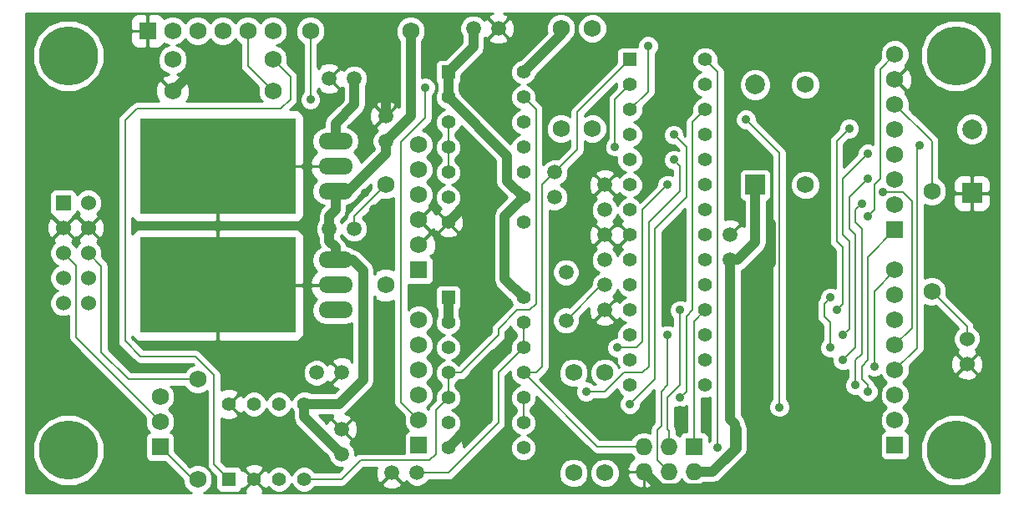
<source format=gtl>
%FSLAX36Y36*%
G04 Gerber Fmt 3.6, Leading zero omitted, Abs format (unit inch)*
G04 Created by KiCad (PCBNEW (2014-jul-16 BZR unknown)-product) date Mon 09 Feb 2015 12:25:07 PM PST*
%MOIN*%
G01*
G04 APERTURE LIST*
%ADD10C,0.003937*%
%ADD11C,0.059100*%
%ADD12C,0.078700*%
%ADD13R,0.078700X0.078700*%
%ADD14C,0.060000*%
%ADD15C,0.236220*%
%ADD16R,0.068000X0.068000*%
%ADD17C,0.068000*%
%ADD18R,0.060000X0.060000*%
%ADD19O,0.068000X0.068000*%
%ADD20R,0.055000X0.055000*%
%ADD21C,0.055000*%
%ADD22O,0.137800X0.066900*%
%ADD23R,0.620000X0.380000*%
%ADD24C,0.035000*%
%ADD25C,0.008000*%
%ADD26C,0.040000*%
%ADD27C,0.010000*%
G04 APERTURE END LIST*
D10*
D11*
X6275000Y-4750000D03*
X6275000Y-4650000D03*
X6775000Y-4950000D03*
X6775000Y-4850000D03*
X5225000Y-5725000D03*
X5225000Y-5625000D03*
X5750000Y-4025000D03*
X5850000Y-4025000D03*
X5125000Y-5400000D03*
X5225000Y-5400000D03*
X5175000Y-4825000D03*
X5275000Y-4825000D03*
X5400000Y-4475000D03*
X5400000Y-4375000D03*
X6075000Y-4700000D03*
X6075000Y-4600000D03*
X5275000Y-4225000D03*
X5175000Y-4225000D03*
X6275000Y-4950000D03*
X6275000Y-4850000D03*
X6275000Y-5050000D03*
X6275000Y-5150000D03*
D12*
X6875000Y-4250000D03*
D13*
X6875000Y-4650000D03*
D14*
X7720000Y-5265000D03*
X7720000Y-5365000D03*
D15*
X4133858Y-4133858D03*
X7677165Y-4133858D03*
X4133858Y-5708661D03*
X7677165Y-5708661D03*
D16*
X4500000Y-5695000D03*
D17*
X4500000Y-5595000D03*
X4500000Y-5495000D03*
D18*
X4113780Y-4721260D03*
D14*
X4213780Y-4721260D03*
X4113780Y-4821260D03*
X4213780Y-4821260D03*
X4113780Y-4921260D03*
X4213780Y-4921260D03*
X4113780Y-5021260D03*
X4213780Y-5021260D03*
X4113780Y-5121260D03*
X4213780Y-5121260D03*
D16*
X4450000Y-4035000D03*
D17*
X4550000Y-4035000D03*
X4650000Y-4035000D03*
X4750000Y-4035000D03*
X4850000Y-4035000D03*
X4950000Y-4035000D03*
D16*
X7433071Y-4828976D03*
D17*
X7433071Y-4728976D03*
X7433071Y-4628976D03*
X7433071Y-4528976D03*
X7433071Y-4428976D03*
X7433071Y-4328976D03*
X7433071Y-4228976D03*
X7433071Y-4128976D03*
D16*
X7433071Y-5688976D03*
D17*
X7433071Y-5588976D03*
X7433071Y-5488976D03*
X7433071Y-5388976D03*
X7433071Y-5288976D03*
X7433071Y-5188976D03*
X7433071Y-5088976D03*
X7433071Y-4988976D03*
D16*
X5533071Y-5688976D03*
D17*
X5533071Y-5588976D03*
X5533071Y-5488976D03*
X5533071Y-5388976D03*
X5533071Y-5288976D03*
X5533071Y-5188976D03*
D16*
X5533071Y-4988976D03*
D17*
X5533071Y-4888976D03*
X5533071Y-4788976D03*
X5533071Y-4688976D03*
X5533071Y-4588976D03*
X5533071Y-4488976D03*
D16*
X6631102Y-5694488D03*
D19*
X6631102Y-5794488D03*
X6531102Y-5694488D03*
X6531102Y-5794488D03*
X6431102Y-5694488D03*
X6431102Y-5794488D03*
D13*
X7740000Y-4683000D03*
D12*
X7740000Y-4427000D03*
D20*
X5650000Y-4200000D03*
D21*
X5650000Y-4300000D03*
X5650000Y-4400000D03*
X5650000Y-4500000D03*
X5650000Y-4600000D03*
X5650000Y-4700000D03*
X5650000Y-4800000D03*
X5950000Y-4800000D03*
X5950000Y-4700000D03*
X5950000Y-4600000D03*
X5950000Y-4500000D03*
X5950000Y-4400000D03*
X5950000Y-4300000D03*
X5950000Y-4200000D03*
D22*
X5200000Y-5050000D03*
X5200000Y-5150000D03*
X5200000Y-4950000D03*
D23*
X4730000Y-5050000D03*
D20*
X4775000Y-5825000D03*
D21*
X4875000Y-5825000D03*
X4975000Y-5825000D03*
X5075000Y-5825000D03*
X5075000Y-5525000D03*
X4975000Y-5525000D03*
X4875000Y-5525000D03*
X4775000Y-5525000D03*
D22*
X5200000Y-4575000D03*
X5200000Y-4675000D03*
X5200000Y-4475000D03*
D23*
X4730000Y-4575000D03*
D21*
X6375000Y-4250000D03*
X6375000Y-4350000D03*
X6375000Y-4450000D03*
X6375000Y-4550000D03*
X6375000Y-4650000D03*
X6375000Y-4750000D03*
X6375000Y-4850000D03*
X6375000Y-4950000D03*
X6375000Y-5050000D03*
X6375000Y-5150000D03*
X6375000Y-5250000D03*
X6375000Y-5350000D03*
X6375000Y-5450000D03*
D20*
X6375000Y-4150000D03*
D21*
X6675000Y-5450000D03*
X6675000Y-5350000D03*
X6675000Y-5250000D03*
X6675000Y-5150000D03*
X6675000Y-5050000D03*
X6675000Y-4950000D03*
X6675000Y-4850000D03*
X6675000Y-4750000D03*
X6675000Y-4650000D03*
X6675000Y-4550000D03*
X6675000Y-4450000D03*
X6675000Y-4350000D03*
X6675000Y-4250000D03*
X6675000Y-4150000D03*
D11*
X6120000Y-4998900D03*
X6120000Y-5191100D03*
X5525000Y-5800000D03*
X5425000Y-5800000D03*
D20*
X5650000Y-5100000D03*
D21*
X5650000Y-5200000D03*
X5650000Y-5300000D03*
X5650000Y-5400000D03*
X5650000Y-5500000D03*
X5650000Y-5600000D03*
X5650000Y-5700000D03*
X5950000Y-5700000D03*
X5950000Y-5600000D03*
X5950000Y-5500000D03*
X5950000Y-5400000D03*
X5950000Y-5300000D03*
X5950000Y-5200000D03*
X5950000Y-5100000D03*
D17*
X6275000Y-5400000D03*
X6275000Y-5800000D03*
X6150000Y-5800000D03*
X6150000Y-5400000D03*
X7580000Y-5075000D03*
X7580000Y-4675000D03*
X7075000Y-4250000D03*
X7075000Y-4650000D03*
X6225000Y-4425000D03*
X6225000Y-4025000D03*
X6100000Y-4425000D03*
X6100000Y-4025000D03*
X5400000Y-5050000D03*
X5400000Y-4650000D03*
X5100000Y-4035000D03*
X5500000Y-4035000D03*
X4650000Y-5425000D03*
X4650000Y-5825000D03*
X4550000Y-4275000D03*
X4950000Y-4275000D03*
X4550000Y-4150000D03*
X4950000Y-4150000D03*
D24*
X6838000Y-4389000D03*
X6972000Y-5537000D03*
X7530000Y-4493000D03*
X7384000Y-4679000D03*
X7175000Y-5100000D03*
X7175000Y-5300000D03*
X7350000Y-5375000D03*
X7325000Y-5475000D03*
X7300000Y-4725000D03*
X7275000Y-5450000D03*
X7325000Y-4625000D03*
X7225000Y-5350000D03*
X7225000Y-5250000D03*
X7325000Y-4525000D03*
X6525000Y-5250000D03*
X7200000Y-5150000D03*
X7250000Y-4425000D03*
X6575000Y-5150000D03*
X6675000Y-5550000D03*
X6075000Y-5675000D03*
X5745000Y-5795000D03*
X6575000Y-5550000D03*
X6450000Y-5550000D03*
X6250000Y-5625000D03*
X6900000Y-5550000D03*
X5750000Y-5185000D03*
X5835000Y-5325000D03*
X5755000Y-5540000D03*
X5750000Y-5025000D03*
X5750000Y-5275000D03*
X6575000Y-4800000D03*
X4640000Y-5677000D03*
X4634000Y-5521000D03*
X4510000Y-5815000D03*
X4700000Y-4109000D03*
X5762000Y-4495000D03*
X5824000Y-4321000D03*
X5888000Y-4445000D03*
X5400000Y-4165000D03*
X5398000Y-4043000D03*
X6190000Y-4237000D03*
X6266000Y-4145000D03*
X6330000Y-4033000D03*
X6060000Y-4341000D03*
X6482000Y-4469000D03*
X6496000Y-4341000D03*
X6546000Y-4077000D03*
X6484000Y-4601000D03*
X7072000Y-4535000D03*
X7076000Y-4451000D03*
X7222000Y-4193000D03*
X6878000Y-4533000D03*
X6920000Y-4979000D03*
X6900000Y-5097000D03*
X7046000Y-4961000D03*
X7048000Y-4803000D03*
X6938000Y-4805000D03*
X5360900Y-4957200D03*
X5354000Y-4750000D03*
X5319300Y-4680900D03*
X5100000Y-4309000D03*
X6448000Y-4095000D03*
X6316000Y-4497000D03*
X7325000Y-4775000D03*
X5558000Y-4261000D03*
X6575000Y-5500000D03*
X6375000Y-5525000D03*
X6550000Y-4450000D03*
X6550000Y-4550000D03*
X6200000Y-5475000D03*
X6525000Y-4650000D03*
X6325000Y-5300000D03*
X6725000Y-5700000D03*
X6800000Y-5625000D03*
D25*
X6972000Y-4523000D02*
X6838000Y-4389000D01*
X6972000Y-5537000D02*
X6972000Y-4523000D01*
X7522000Y-5300047D02*
X7433071Y-5388976D01*
X7522000Y-4501000D02*
X7522000Y-5300047D01*
X7530000Y-4493000D02*
X7522000Y-4501000D01*
X7433071Y-5288976D02*
X7500000Y-5222047D01*
X7464000Y-4679000D02*
X7384000Y-4679000D01*
X7500000Y-4715000D02*
X7464000Y-4679000D01*
X7500000Y-5222047D02*
X7500000Y-4715000D01*
X7175000Y-5300000D02*
X7175000Y-5200000D01*
X7175000Y-5200000D02*
X7150000Y-5175000D01*
X7150000Y-5125000D02*
X7175000Y-5100000D01*
X7150000Y-5175000D02*
X7150000Y-5125000D01*
X7433071Y-4988976D02*
X7433071Y-4991929D01*
X7433071Y-4991929D02*
X7350000Y-5075000D01*
X7350000Y-5075000D02*
X7350000Y-5375000D01*
X7433071Y-4828976D02*
X7325000Y-4937047D01*
X7325000Y-5450000D02*
X7325000Y-5475000D01*
X7300000Y-5425000D02*
X7325000Y-5450000D01*
X7300000Y-5375000D02*
X7300000Y-5425000D01*
X7325000Y-5350000D02*
X7300000Y-5375000D01*
X7325000Y-4937047D02*
X7325000Y-5350000D01*
X7275000Y-5350000D02*
X7300000Y-5325000D01*
X7300000Y-4825000D02*
X7275000Y-4800000D01*
X7300000Y-5325000D02*
X7300000Y-4825000D01*
X7275000Y-4750000D02*
X7300000Y-4725000D01*
X7275000Y-5450000D02*
X7275000Y-5350000D01*
X7275000Y-4800000D02*
X7275000Y-4750000D01*
X7225000Y-5350000D02*
X7275000Y-5300000D01*
X7275000Y-4850000D02*
X7250000Y-4825000D01*
X7275000Y-5300000D02*
X7275000Y-4850000D01*
X7250000Y-4700000D02*
X7325000Y-4625000D01*
X7250000Y-4825000D02*
X7250000Y-4700000D01*
X7250000Y-4875000D02*
X7225000Y-4850000D01*
X7250000Y-5225000D02*
X7250000Y-4875000D01*
X7225000Y-5250000D02*
X7250000Y-5225000D01*
X7225000Y-4625000D02*
X7325000Y-4525000D01*
X7225000Y-4850000D02*
X7225000Y-4625000D01*
X6525000Y-5450000D02*
X6500000Y-5475000D01*
X6525000Y-5250000D02*
X6525000Y-5450000D01*
X6531102Y-5794488D02*
X6484000Y-5747387D01*
X6484000Y-5627000D02*
X6500000Y-5611000D01*
X6500000Y-5611000D02*
X6500000Y-5475000D01*
X6484000Y-5747387D02*
X6484000Y-5627000D01*
X7225000Y-4900000D02*
X7200000Y-4875000D01*
X7225000Y-5125000D02*
X7225000Y-4900000D01*
X7200000Y-5150000D02*
X7225000Y-5125000D01*
X7200000Y-4475000D02*
X7250000Y-4425000D01*
X7200000Y-4875000D02*
X7200000Y-4475000D01*
X6631102Y-5694488D02*
X6631102Y-5193898D01*
X6631102Y-5193898D02*
X6675000Y-5150000D01*
X6525000Y-5500000D02*
X6575000Y-5450000D01*
X6575000Y-5450000D02*
X6575000Y-5150000D01*
X6531102Y-5631102D02*
X6525000Y-5625000D01*
X6531102Y-5631102D02*
X6531102Y-5694488D01*
X6525000Y-5500000D02*
X6525000Y-5625000D01*
X7433071Y-4328976D02*
X7580000Y-4475906D01*
X7580000Y-4475906D02*
X7580000Y-4675000D01*
D26*
X5955000Y-5795000D02*
X6075000Y-5675000D01*
X5745000Y-5795000D02*
X5955000Y-5795000D01*
X6375000Y-5625000D02*
X6450000Y-5550000D01*
X6250000Y-5625000D02*
X6375000Y-5625000D01*
X5755000Y-5405000D02*
X5835000Y-5325000D01*
X5650000Y-5700000D02*
X5755000Y-5595000D01*
X5755000Y-5595000D02*
X5755000Y-5540000D01*
X5755000Y-5540000D02*
X5755000Y-5405000D01*
X5750000Y-5275000D02*
X5750000Y-5185000D01*
X5750000Y-5185000D02*
X5750000Y-5025000D01*
X4634000Y-5671000D02*
X4640000Y-5677000D01*
X4634000Y-5521000D02*
X4634000Y-5671000D01*
X4510000Y-5815000D02*
X4516000Y-5815000D01*
X4550000Y-4275000D02*
X4700000Y-4125000D01*
X4700000Y-4125000D02*
X4700000Y-4109000D01*
X5762000Y-4688000D02*
X5762000Y-4495000D01*
X5650000Y-4800000D02*
X5762000Y-4688000D01*
X5824000Y-4381000D02*
X5824000Y-4321000D01*
X5888000Y-4445000D02*
X5824000Y-4381000D01*
X5400000Y-4165000D02*
X5398000Y-4163000D01*
X5400000Y-4375000D02*
X5400000Y-4165000D01*
X5398000Y-4163000D02*
X5398000Y-4043000D01*
X6190000Y-4237000D02*
X6164000Y-4237000D01*
X6266000Y-4161000D02*
X6190000Y-4237000D01*
X6266000Y-4109000D02*
X6266000Y-4145000D01*
X6330000Y-4045000D02*
X6266000Y-4109000D01*
X6330000Y-4033000D02*
X6330000Y-4045000D01*
X6266000Y-4145000D02*
X6266000Y-4161000D01*
X6164000Y-4237000D02*
X6060000Y-4341000D01*
X6482000Y-4469000D02*
X6484000Y-4471000D01*
X6482000Y-4355000D02*
X6482000Y-4469000D01*
X6538000Y-4299000D02*
X6496000Y-4341000D01*
X6546000Y-4299000D02*
X6538000Y-4299000D01*
X6546000Y-4077000D02*
X6546000Y-4299000D01*
X6496000Y-4341000D02*
X6482000Y-4355000D01*
X6484000Y-4471000D02*
X6484000Y-4601000D01*
X7072000Y-4455000D02*
X7072000Y-4535000D01*
X7222000Y-4305000D02*
X7076000Y-4451000D01*
X7222000Y-4193000D02*
X7222000Y-4305000D01*
X7076000Y-4451000D02*
X7072000Y-4455000D01*
X6878000Y-4533000D02*
X6878000Y-4527000D01*
X6920000Y-4979000D02*
X6938000Y-4961000D01*
X6900000Y-4999000D02*
X6920000Y-4979000D01*
X6431102Y-5794488D02*
X6497613Y-5861000D01*
X6900000Y-5751000D02*
X6900000Y-5550000D01*
X6900000Y-5550000D02*
X6900000Y-5097000D01*
X6790000Y-5861000D02*
X6900000Y-5751000D01*
X6497613Y-5861000D02*
X6790000Y-5861000D01*
X6900000Y-5097000D02*
X6900000Y-4999000D01*
X7048000Y-4959000D02*
X7046000Y-4961000D01*
X7048000Y-4803000D02*
X7048000Y-4959000D01*
X6938000Y-4961000D02*
X6938000Y-4805000D01*
X5360900Y-4957200D02*
X5360900Y-4756900D01*
X5360900Y-4756900D02*
X5354000Y-4750000D01*
D25*
X5950000Y-5400000D02*
X6244488Y-5694488D01*
X6244488Y-5694488D02*
X6431102Y-5694488D01*
X5950000Y-5400000D02*
X6000000Y-5400000D01*
X6000000Y-5400000D02*
X6025000Y-5375000D01*
X6025000Y-4650000D02*
X6075000Y-4600000D01*
X6025000Y-5375000D02*
X6025000Y-4650000D01*
X6075000Y-4600000D02*
X6165000Y-4510000D01*
X6165000Y-4360000D02*
X6375000Y-4150000D01*
X6165000Y-4510000D02*
X6165000Y-4360000D01*
X4850000Y-4035000D02*
X4850000Y-4175000D01*
X4850000Y-4175000D02*
X4950000Y-4275000D01*
X5100000Y-4309000D02*
X5100000Y-4035000D01*
X6448000Y-4277000D02*
X6375000Y-4350000D01*
X6448000Y-4095000D02*
X6448000Y-4277000D01*
X4775000Y-5825000D02*
X4716000Y-5766000D01*
X5020000Y-4220000D02*
X4950000Y-4150000D01*
X5020000Y-4307000D02*
X5020000Y-4220000D01*
X4982000Y-4345000D02*
X5020000Y-4307000D01*
X4408000Y-4345000D02*
X4982000Y-4345000D01*
X4360000Y-4393000D02*
X4408000Y-4345000D01*
X4360000Y-5273000D02*
X4360000Y-4393000D01*
X4422000Y-5335000D02*
X4360000Y-5273000D01*
X4642000Y-5335000D02*
X4422000Y-5335000D01*
X4716000Y-5409000D02*
X4642000Y-5335000D01*
X4716000Y-5766000D02*
X4716000Y-5409000D01*
X6316000Y-4309000D02*
X6375000Y-4250000D01*
X6316000Y-4497000D02*
X6316000Y-4309000D01*
X4500000Y-5695000D02*
X4630000Y-5825000D01*
X4630000Y-5825000D02*
X4650000Y-5825000D01*
X4500000Y-5595000D02*
X4164000Y-5259000D01*
X4164000Y-5259000D02*
X4164000Y-4971000D01*
X4163520Y-4971000D02*
X4164000Y-4971000D01*
X4113780Y-4921260D02*
X4163520Y-4971000D01*
X7720000Y-5265000D02*
X7720000Y-5215000D01*
X7720000Y-5215000D02*
X7580000Y-5075000D01*
D26*
X5200000Y-4475000D02*
X5200000Y-4405000D01*
X5275000Y-4330000D02*
X5275000Y-4225000D01*
X5200000Y-4405000D02*
X5275000Y-4330000D01*
D25*
X6120000Y-5191100D02*
X6261100Y-5050000D01*
X6261100Y-5050000D02*
X6275000Y-5050000D01*
X4650000Y-5425000D02*
X4374000Y-5425000D01*
X4374000Y-5425000D02*
X4266000Y-5317000D01*
X4266000Y-4973480D02*
X4266000Y-5317000D01*
X4213780Y-4921260D02*
X4266000Y-4973480D01*
X7350000Y-4650000D02*
X7375000Y-4625000D01*
X7375000Y-4187047D02*
X7433071Y-4128976D01*
X7375000Y-4625000D02*
X7375000Y-4187047D01*
X7350000Y-4750000D02*
X7350000Y-4650000D01*
X7325000Y-4775000D02*
X7350000Y-4750000D01*
X5462000Y-5517906D02*
X5533071Y-5588976D01*
X5462000Y-4479000D02*
X5462000Y-5517906D01*
X5558000Y-4383000D02*
X5462000Y-4479000D01*
X5558000Y-4261000D02*
X5558000Y-4383000D01*
X6575000Y-5500000D02*
X6600000Y-5475000D01*
X6600000Y-5475000D02*
X6600000Y-5175000D01*
X6600000Y-5175000D02*
X6625000Y-5150000D01*
X6675000Y-4350000D02*
X6625000Y-4400000D01*
X6625000Y-4400000D02*
X6625000Y-5150000D01*
X6475000Y-5425000D02*
X6375000Y-5525000D01*
X6475000Y-4825000D02*
X6475000Y-5425000D01*
X6600000Y-4700000D02*
X6475000Y-4825000D01*
X6600000Y-4500000D02*
X6600000Y-4700000D01*
X6550000Y-4450000D02*
X6600000Y-4500000D01*
X6575000Y-4575000D02*
X6575000Y-4675000D01*
X6550000Y-4550000D02*
X6575000Y-4575000D01*
X6450000Y-4800000D02*
X6450000Y-5375000D01*
X6575000Y-4675000D02*
X6450000Y-4800000D01*
X6450000Y-5375000D02*
X6425000Y-5400000D01*
X6275000Y-5475000D02*
X6200000Y-5475000D01*
X6350000Y-5400000D02*
X6275000Y-5475000D01*
X6425000Y-5400000D02*
X6350000Y-5400000D01*
X6450000Y-5375000D02*
X6425000Y-5400000D01*
X6425000Y-4750000D02*
X6425000Y-5275000D01*
X6525000Y-4650000D02*
X6425000Y-4750000D01*
X6400000Y-5300000D02*
X6325000Y-5300000D01*
X6425000Y-5275000D02*
X6400000Y-5300000D01*
X5925000Y-5150000D02*
X5850000Y-5225000D01*
X5700000Y-5400000D02*
X5650000Y-5400000D01*
X5850000Y-5250000D02*
X5700000Y-5400000D01*
X5850000Y-5225000D02*
X5850000Y-5250000D01*
X5650000Y-5500000D02*
X5600000Y-5550000D01*
X5600000Y-5550000D02*
X5600000Y-5725000D01*
X5300000Y-5750000D02*
X5225000Y-5825000D01*
X5575000Y-5750000D02*
X5300000Y-5750000D01*
X5600000Y-5725000D02*
X5575000Y-5750000D01*
X5225000Y-5825000D02*
X5075000Y-5825000D01*
X5650000Y-5400000D02*
X5650000Y-5500000D01*
X5950000Y-4300000D02*
X6000000Y-4350000D01*
X5975000Y-5150000D02*
X5925000Y-5150000D01*
X6000000Y-5125000D02*
X5975000Y-5150000D01*
X6000000Y-4350000D02*
X6000000Y-5125000D01*
X5675000Y-5400000D02*
X5650000Y-5400000D01*
X5650000Y-4500000D02*
X5650000Y-4600000D01*
X5650000Y-4400000D02*
X5650000Y-4500000D01*
X6675000Y-4150000D02*
X6725000Y-4200000D01*
X6725000Y-4200000D02*
X6725000Y-5700000D01*
X5275000Y-4825000D02*
X5275000Y-4775000D01*
X5275000Y-4775000D02*
X5400000Y-4650000D01*
D26*
X6799000Y-5701000D02*
X6705512Y-5794488D01*
X6800000Y-5701000D02*
X6799000Y-5701000D01*
X6800000Y-5625000D02*
X6800000Y-5701000D01*
X5650000Y-5200000D02*
X5650000Y-5100000D01*
X5950000Y-4700000D02*
X5875000Y-4775000D01*
X5875000Y-5025000D02*
X5950000Y-5100000D01*
X5875000Y-4775000D02*
X5875000Y-5025000D01*
X6631102Y-5794488D02*
X6705512Y-5794488D01*
X6705512Y-5794488D02*
X6706512Y-5794488D01*
X6706512Y-5794488D02*
X6794000Y-5707000D01*
X6794000Y-5707000D02*
X6794000Y-5604000D01*
X6794000Y-5604000D02*
X6775000Y-5585000D01*
X6775000Y-5585000D02*
X6775000Y-5575000D01*
X6775000Y-5575000D02*
X6775000Y-4950000D01*
X5225000Y-5725000D02*
X5075000Y-5575000D01*
X5075000Y-5575000D02*
X5075000Y-5525000D01*
X5200000Y-4950000D02*
X5269000Y-4950000D01*
X5214000Y-5525000D02*
X5075000Y-5525000D01*
X5310000Y-5429000D02*
X5214000Y-5525000D01*
X5310000Y-4991000D02*
X5310000Y-5429000D01*
X5269000Y-4950000D02*
X5310000Y-4991000D01*
X6775000Y-4950000D02*
X6805000Y-4950000D01*
X6875000Y-4880000D02*
X6875000Y-4650000D01*
X6805000Y-4950000D02*
X6875000Y-4880000D01*
X5650000Y-4300000D02*
X5884000Y-4534000D01*
X5884000Y-4634000D02*
X5950000Y-4700000D01*
X5884000Y-4534000D02*
X5884000Y-4634000D01*
X5950000Y-4200000D02*
X6100000Y-4050000D01*
X6100000Y-4050000D02*
X6100000Y-4025000D01*
X5650000Y-4200000D02*
X5750000Y-4100000D01*
X5750000Y-4100000D02*
X5750000Y-4025000D01*
X5400000Y-4475000D02*
X5500000Y-4375000D01*
X5500000Y-4375000D02*
X5500000Y-4035000D01*
X5650000Y-4300000D02*
X5650000Y-4200000D01*
X5200000Y-4675000D02*
X5250000Y-4675000D01*
X5250000Y-4675000D02*
X5400000Y-4525000D01*
X5400000Y-4525000D02*
X5400000Y-4475000D01*
X5175000Y-4825000D02*
X5175000Y-4775000D01*
X5200000Y-4750000D02*
X5200000Y-4675000D01*
X5175000Y-4775000D02*
X5200000Y-4750000D01*
X5200000Y-4950000D02*
X5200000Y-4900000D01*
X5175000Y-4875000D02*
X5175000Y-4825000D01*
X5200000Y-4900000D02*
X5175000Y-4875000D01*
D25*
X5525000Y-5800000D02*
X5650000Y-5800000D01*
X5850000Y-5400000D02*
X5950000Y-5300000D01*
X5850000Y-5600000D02*
X5850000Y-5400000D01*
X5650000Y-5800000D02*
X5850000Y-5600000D01*
X5950000Y-5200000D02*
X5950000Y-5300000D01*
X5950000Y-5500000D02*
X5950000Y-5600000D01*
D27*
G36*
X5342836Y-4666152D02*
X5254494Y-4754494D01*
X5248207Y-4763902D01*
X5246000Y-4775000D01*
X5246000Y-4777959D01*
X5244140Y-4778728D01*
X5228782Y-4794060D01*
X5225001Y-4803165D01*
X5221272Y-4794140D01*
X5220387Y-4793253D01*
X5231820Y-4781820D01*
X5241575Y-4767221D01*
X5245000Y-4750000D01*
X5245000Y-4731916D01*
X5259657Y-4729001D01*
X5278620Y-4716330D01*
X5291290Y-4697368D01*
X5291295Y-4697345D01*
X5341002Y-4647638D01*
X5340990Y-4661684D01*
X5342836Y-4666152D01*
X5342836Y-4666152D01*
G37*
X5342836Y-4666152D02*
X5254494Y-4754494D01*
X5248207Y-4763902D01*
X5246000Y-4775000D01*
X5246000Y-4777959D01*
X5244140Y-4778728D01*
X5228782Y-4794060D01*
X5225001Y-4803165D01*
X5221272Y-4794140D01*
X5220387Y-4793253D01*
X5231820Y-4781820D01*
X5241575Y-4767221D01*
X5245000Y-4750000D01*
X5245000Y-4731916D01*
X5259657Y-4729001D01*
X5278620Y-4716330D01*
X5291290Y-4697368D01*
X5291295Y-4697345D01*
X5341002Y-4647638D01*
X5340990Y-4661684D01*
X5342836Y-4666152D01*
G36*
X5401971Y-5050557D02*
X5400557Y-5051971D01*
X5400000Y-5051414D01*
X5399443Y-5051971D01*
X5398029Y-5050557D01*
X5398586Y-5050000D01*
X5398029Y-5049443D01*
X5399443Y-5048029D01*
X5400000Y-5048586D01*
X5400557Y-5048029D01*
X5401971Y-5049443D01*
X5401414Y-5050000D01*
X5401971Y-5050557D01*
X5401971Y-5050557D01*
G37*
X5401971Y-5050557D02*
X5400557Y-5051971D01*
X5400000Y-5051414D01*
X5399443Y-5051971D01*
X5398029Y-5050557D01*
X5398586Y-5050000D01*
X5398029Y-5049443D01*
X5399443Y-5048029D01*
X5400000Y-5048586D01*
X5400557Y-5048029D01*
X5401971Y-5049443D01*
X5401414Y-5050000D01*
X5401971Y-5050557D01*
G36*
X5433000Y-4989156D02*
X5415449Y-4981366D01*
X5388008Y-4980678D01*
X5362392Y-4990544D01*
X5359461Y-4992502D01*
X5357154Y-5005739D01*
X5355000Y-5003586D01*
X5355000Y-4991000D01*
X5351575Y-4973779D01*
X5341820Y-4959180D01*
X5300820Y-4918180D01*
X5286221Y-4908425D01*
X5274878Y-4906169D01*
X5259657Y-4895999D01*
X5243568Y-4892799D01*
X5241575Y-4882779D01*
X5231820Y-4868180D01*
X5220398Y-4856759D01*
X5221218Y-4855940D01*
X5224999Y-4846835D01*
X5228728Y-4855860D01*
X5244060Y-4871218D01*
X5264102Y-4879541D01*
X5285803Y-4879559D01*
X5305860Y-4871272D01*
X5321218Y-4855940D01*
X5329541Y-4835898D01*
X5329559Y-4814197D01*
X5321272Y-4794140D01*
X5309083Y-4781929D01*
X5383839Y-4707173D01*
X5388213Y-4708990D01*
X5411684Y-4709010D01*
X5433000Y-4700203D01*
X5433000Y-4989156D01*
X5433000Y-4989156D01*
G37*
X5433000Y-4989156D02*
X5415449Y-4981366D01*
X5388008Y-4980678D01*
X5362392Y-4990544D01*
X5359461Y-4992502D01*
X5357154Y-5005739D01*
X5355000Y-5003586D01*
X5355000Y-4991000D01*
X5351575Y-4973779D01*
X5341820Y-4959180D01*
X5300820Y-4918180D01*
X5286221Y-4908425D01*
X5274878Y-4906169D01*
X5259657Y-4895999D01*
X5243568Y-4892799D01*
X5241575Y-4882779D01*
X5231820Y-4868180D01*
X5220398Y-4856759D01*
X5221218Y-4855940D01*
X5224999Y-4846835D01*
X5228728Y-4855860D01*
X5244060Y-4871218D01*
X5264102Y-4879541D01*
X5285803Y-4879559D01*
X5305860Y-4871272D01*
X5321218Y-4855940D01*
X5329541Y-4835898D01*
X5329559Y-4814197D01*
X5321272Y-4794140D01*
X5309083Y-4781929D01*
X5383839Y-4707173D01*
X5388213Y-4708990D01*
X5411684Y-4709010D01*
X5433000Y-4700203D01*
X5433000Y-4989156D01*
G36*
X5491647Y-5630992D02*
X5484910Y-5633782D01*
X5477877Y-5640815D01*
X5474071Y-5650004D01*
X5474071Y-5659949D01*
X5474071Y-5721000D01*
X5300000Y-5721000D01*
X5289840Y-5723021D01*
X5289840Y-5613718D01*
X5280587Y-5589763D01*
X5278827Y-5587129D01*
X5266052Y-5585363D01*
X5226414Y-5625000D01*
X5266052Y-5664637D01*
X5278827Y-5662871D01*
X5289222Y-5639390D01*
X5289840Y-5613718D01*
X5289840Y-5723021D01*
X5288902Y-5723207D01*
X5279546Y-5729459D01*
X5279559Y-5714197D01*
X5271272Y-5694140D01*
X5258437Y-5681282D01*
X5260237Y-5680587D01*
X5262871Y-5678827D01*
X5264637Y-5666052D01*
X5225000Y-5626414D01*
X5224443Y-5626971D01*
X5223029Y-5625557D01*
X5223586Y-5625000D01*
X5183948Y-5585363D01*
X5171173Y-5587129D01*
X5164912Y-5601272D01*
X5133640Y-5570000D01*
X5188884Y-5570000D01*
X5187129Y-5571173D01*
X5185363Y-5583948D01*
X5225000Y-5623586D01*
X5264637Y-5583948D01*
X5262871Y-5571173D01*
X5239694Y-5560913D01*
X5245820Y-5556820D01*
X5341820Y-5460820D01*
X5351575Y-5446221D01*
X5355000Y-5429000D01*
X5355000Y-5096414D01*
X5357154Y-5094260D01*
X5359461Y-5107498D01*
X5384551Y-5118634D01*
X5411992Y-5119322D01*
X5433000Y-5111231D01*
X5433000Y-5517906D01*
X5435207Y-5529003D01*
X5441494Y-5538412D01*
X5475897Y-5572815D01*
X5474081Y-5577189D01*
X5474061Y-5600661D01*
X5483024Y-5622354D01*
X5491647Y-5630992D01*
X5491647Y-5630992D01*
G37*
X5491647Y-5630992D02*
X5484910Y-5633782D01*
X5477877Y-5640815D01*
X5474071Y-5650004D01*
X5474071Y-5659949D01*
X5474071Y-5721000D01*
X5300000Y-5721000D01*
X5289840Y-5723021D01*
X5289840Y-5613718D01*
X5280587Y-5589763D01*
X5278827Y-5587129D01*
X5266052Y-5585363D01*
X5226414Y-5625000D01*
X5266052Y-5664637D01*
X5278827Y-5662871D01*
X5289222Y-5639390D01*
X5289840Y-5613718D01*
X5289840Y-5723021D01*
X5288902Y-5723207D01*
X5279546Y-5729459D01*
X5279559Y-5714197D01*
X5271272Y-5694140D01*
X5258437Y-5681282D01*
X5260237Y-5680587D01*
X5262871Y-5678827D01*
X5264637Y-5666052D01*
X5225000Y-5626414D01*
X5224443Y-5626971D01*
X5223029Y-5625557D01*
X5223586Y-5625000D01*
X5183948Y-5585363D01*
X5171173Y-5587129D01*
X5164912Y-5601272D01*
X5133640Y-5570000D01*
X5188884Y-5570000D01*
X5187129Y-5571173D01*
X5185363Y-5583948D01*
X5225000Y-5623586D01*
X5264637Y-5583948D01*
X5262871Y-5571173D01*
X5239694Y-5560913D01*
X5245820Y-5556820D01*
X5341820Y-5460820D01*
X5351575Y-5446221D01*
X5355000Y-5429000D01*
X5355000Y-5096414D01*
X5357154Y-5094260D01*
X5359461Y-5107498D01*
X5384551Y-5118634D01*
X5411992Y-5119322D01*
X5433000Y-5111231D01*
X5433000Y-5517906D01*
X5435207Y-5529003D01*
X5441494Y-5538412D01*
X5475897Y-5572815D01*
X5474081Y-5577189D01*
X5474061Y-5600661D01*
X5483024Y-5622354D01*
X5491647Y-5630992D01*
G36*
X5921000Y-5255177D02*
X5920300Y-5255467D01*
X5905519Y-5270222D01*
X5897509Y-5289511D01*
X5897491Y-5310397D01*
X5897812Y-5311175D01*
X5829494Y-5379494D01*
X5823207Y-5388902D01*
X5821000Y-5400000D01*
X5821000Y-5587988D01*
X5712603Y-5696385D01*
X5712776Y-5689045D01*
X5703805Y-5665855D01*
X5702136Y-5663357D01*
X5689573Y-5661841D01*
X5651414Y-5700000D01*
X5651971Y-5700557D01*
X5650557Y-5701971D01*
X5650000Y-5701414D01*
X5649443Y-5701971D01*
X5648029Y-5700557D01*
X5648586Y-5700000D01*
X5648029Y-5699443D01*
X5649443Y-5698029D01*
X5650000Y-5698586D01*
X5688159Y-5660427D01*
X5686643Y-5647864D01*
X5679394Y-5644660D01*
X5679700Y-5644533D01*
X5694481Y-5629778D01*
X5702491Y-5610489D01*
X5702509Y-5589603D01*
X5694533Y-5570300D01*
X5679778Y-5555519D01*
X5666478Y-5549996D01*
X5679700Y-5544533D01*
X5694481Y-5529778D01*
X5702491Y-5510489D01*
X5702509Y-5489603D01*
X5694533Y-5470300D01*
X5679778Y-5455519D01*
X5679000Y-5455196D01*
X5679000Y-5444823D01*
X5679700Y-5444533D01*
X5694481Y-5429778D01*
X5694804Y-5429000D01*
X5700000Y-5429000D01*
X5711098Y-5426793D01*
X5720506Y-5420506D01*
X5870506Y-5270506D01*
X5876793Y-5261098D01*
X5876793Y-5261098D01*
X5879000Y-5250000D01*
X5879000Y-5237012D01*
X5899866Y-5216146D01*
X5905467Y-5229700D01*
X5920222Y-5244481D01*
X5921000Y-5244804D01*
X5921000Y-5255177D01*
X5921000Y-5255177D01*
G37*
X5921000Y-5255177D02*
X5920300Y-5255467D01*
X5905519Y-5270222D01*
X5897509Y-5289511D01*
X5897491Y-5310397D01*
X5897812Y-5311175D01*
X5829494Y-5379494D01*
X5823207Y-5388902D01*
X5821000Y-5400000D01*
X5821000Y-5587988D01*
X5712603Y-5696385D01*
X5712776Y-5689045D01*
X5703805Y-5665855D01*
X5702136Y-5663357D01*
X5689573Y-5661841D01*
X5651414Y-5700000D01*
X5651971Y-5700557D01*
X5650557Y-5701971D01*
X5650000Y-5701414D01*
X5649443Y-5701971D01*
X5648029Y-5700557D01*
X5648586Y-5700000D01*
X5648029Y-5699443D01*
X5649443Y-5698029D01*
X5650000Y-5698586D01*
X5688159Y-5660427D01*
X5686643Y-5647864D01*
X5679394Y-5644660D01*
X5679700Y-5644533D01*
X5694481Y-5629778D01*
X5702491Y-5610489D01*
X5702509Y-5589603D01*
X5694533Y-5570300D01*
X5679778Y-5555519D01*
X5666478Y-5549996D01*
X5679700Y-5544533D01*
X5694481Y-5529778D01*
X5702491Y-5510489D01*
X5702509Y-5489603D01*
X5694533Y-5470300D01*
X5679778Y-5455519D01*
X5679000Y-5455196D01*
X5679000Y-5444823D01*
X5679700Y-5444533D01*
X5694481Y-5429778D01*
X5694804Y-5429000D01*
X5700000Y-5429000D01*
X5711098Y-5426793D01*
X5720506Y-5420506D01*
X5870506Y-5270506D01*
X5876793Y-5261098D01*
X5876793Y-5261098D01*
X5879000Y-5250000D01*
X5879000Y-5237012D01*
X5899866Y-5216146D01*
X5905467Y-5229700D01*
X5920222Y-5244481D01*
X5921000Y-5244804D01*
X5921000Y-5255177D01*
G36*
X6472238Y-5468774D02*
X6471000Y-5475000D01*
X6471000Y-5598988D01*
X6463494Y-5606494D01*
X6457207Y-5615902D01*
X6455000Y-5627000D01*
X6455000Y-5640089D01*
X6454836Y-5639979D01*
X6432258Y-5635488D01*
X6429946Y-5635488D01*
X6407368Y-5639979D01*
X6388227Y-5652769D01*
X6379728Y-5665488D01*
X6256501Y-5665488D01*
X6015118Y-5424106D01*
X6020506Y-5420506D01*
X6045506Y-5395506D01*
X6051793Y-5386098D01*
X6051793Y-5386098D01*
X6054000Y-5375000D01*
X6054000Y-4750346D01*
X6064102Y-4754541D01*
X6085803Y-4754559D01*
X6105860Y-4746272D01*
X6121218Y-4730940D01*
X6129541Y-4710898D01*
X6129559Y-4689197D01*
X6121272Y-4669140D01*
X6105940Y-4653782D01*
X6096835Y-4650001D01*
X6105860Y-4646272D01*
X6121218Y-4630940D01*
X6129541Y-4610898D01*
X6129559Y-4589197D01*
X6128757Y-4587255D01*
X6185506Y-4530506D01*
X6191793Y-4521098D01*
X6194000Y-4510000D01*
X6194000Y-4476012D01*
X6213213Y-4483990D01*
X6236684Y-4484010D01*
X6258377Y-4475047D01*
X6274989Y-4458464D01*
X6283990Y-4436787D01*
X6284010Y-4413316D01*
X6275047Y-4391623D01*
X6258464Y-4375011D01*
X6236787Y-4366010D01*
X6213316Y-4365990D01*
X6194000Y-4373971D01*
X6194000Y-4372012D01*
X6322506Y-4243507D01*
X6322491Y-4260397D01*
X6322812Y-4261175D01*
X6295494Y-4288494D01*
X6289207Y-4297902D01*
X6287000Y-4309000D01*
X6287000Y-4465898D01*
X6279991Y-4472894D01*
X6273507Y-4488509D01*
X6273493Y-4505417D01*
X6279949Y-4521043D01*
X6291894Y-4533009D01*
X6307509Y-4539493D01*
X6322511Y-4539506D01*
X6322509Y-4539511D01*
X6322491Y-4560397D01*
X6330467Y-4579700D01*
X6345222Y-4594481D01*
X6358521Y-4600004D01*
X6345300Y-4605467D01*
X6332090Y-4618654D01*
X6330587Y-4614763D01*
X6328827Y-4612129D01*
X6316052Y-4610363D01*
X6314637Y-4611777D01*
X6314637Y-4608948D01*
X6312871Y-4596173D01*
X6289390Y-4585778D01*
X6263718Y-4585160D01*
X6239763Y-4594413D01*
X6237129Y-4596173D01*
X6235363Y-4608948D01*
X6275000Y-4648586D01*
X6314637Y-4608948D01*
X6314637Y-4611777D01*
X6276414Y-4650000D01*
X6316052Y-4689637D01*
X6328827Y-4687871D01*
X6331837Y-4681072D01*
X6345222Y-4694481D01*
X6358521Y-4700004D01*
X6345300Y-4705467D01*
X6330519Y-4720222D01*
X6326108Y-4730844D01*
X6321272Y-4719140D01*
X6308437Y-4706282D01*
X6310237Y-4705587D01*
X6312871Y-4703827D01*
X6314637Y-4691052D01*
X6275000Y-4651414D01*
X6273586Y-4652828D01*
X6273586Y-4650000D01*
X6233948Y-4610363D01*
X6221173Y-4612129D01*
X6210778Y-4635610D01*
X6210160Y-4661282D01*
X6219413Y-4685237D01*
X6221173Y-4687871D01*
X6233948Y-4689637D01*
X6273586Y-4650000D01*
X6273586Y-4652828D01*
X6235363Y-4691052D01*
X6237129Y-4703827D01*
X6241917Y-4705947D01*
X6228782Y-4719060D01*
X6220459Y-4739102D01*
X6220441Y-4760803D01*
X6228728Y-4780860D01*
X6241563Y-4793718D01*
X6239763Y-4794413D01*
X6237129Y-4796173D01*
X6235363Y-4808948D01*
X6275000Y-4848586D01*
X6314637Y-4808948D01*
X6312871Y-4796173D01*
X6308083Y-4794053D01*
X6321218Y-4780940D01*
X6326111Y-4769158D01*
X6330467Y-4779700D01*
X6345222Y-4794481D01*
X6345253Y-4794494D01*
X6340855Y-4796195D01*
X6338357Y-4797864D01*
X6336841Y-4810427D01*
X6375000Y-4848586D01*
X6375557Y-4848029D01*
X6376971Y-4849443D01*
X6376414Y-4850000D01*
X6376971Y-4850557D01*
X6375557Y-4851971D01*
X6375000Y-4851414D01*
X6373586Y-4852828D01*
X6373586Y-4850000D01*
X6335427Y-4811841D01*
X6329141Y-4812599D01*
X6328827Y-4812129D01*
X6316052Y-4810363D01*
X6276414Y-4850000D01*
X6316052Y-4889637D01*
X6328827Y-4887871D01*
X6329041Y-4887388D01*
X6335427Y-4888159D01*
X6373586Y-4850000D01*
X6373586Y-4852828D01*
X6336841Y-4889573D01*
X6338357Y-4902136D01*
X6345606Y-4905340D01*
X6345300Y-4905467D01*
X6330519Y-4920222D01*
X6326108Y-4930844D01*
X6321272Y-4919140D01*
X6308437Y-4906282D01*
X6310237Y-4905587D01*
X6312871Y-4903827D01*
X6314637Y-4891052D01*
X6275000Y-4851414D01*
X6273586Y-4852828D01*
X6273586Y-4850000D01*
X6233948Y-4810363D01*
X6221173Y-4812129D01*
X6210778Y-4835610D01*
X6210160Y-4861282D01*
X6219413Y-4885237D01*
X6221173Y-4887871D01*
X6233948Y-4889637D01*
X6273586Y-4850000D01*
X6273586Y-4852828D01*
X6235363Y-4891052D01*
X6237129Y-4903827D01*
X6241917Y-4905947D01*
X6228782Y-4919060D01*
X6220459Y-4939102D01*
X6220441Y-4960803D01*
X6228728Y-4980860D01*
X6244060Y-4996218D01*
X6253165Y-4999999D01*
X6244140Y-5003728D01*
X6228782Y-5019060D01*
X6220459Y-5039102D01*
X6220450Y-5049637D01*
X6174559Y-5095528D01*
X6174559Y-4988097D01*
X6166272Y-4968040D01*
X6150940Y-4952682D01*
X6130898Y-4944359D01*
X6109197Y-4944341D01*
X6089140Y-4952628D01*
X6073782Y-4967960D01*
X6065459Y-4988002D01*
X6065441Y-5009703D01*
X6073728Y-5029760D01*
X6089060Y-5045118D01*
X6109102Y-5053441D01*
X6130803Y-5053459D01*
X6150860Y-5045172D01*
X6166218Y-5029840D01*
X6174541Y-5009798D01*
X6174559Y-4988097D01*
X6174559Y-5095528D01*
X6132757Y-5137331D01*
X6130898Y-5136559D01*
X6109197Y-5136541D01*
X6089140Y-5144828D01*
X6073782Y-5160160D01*
X6065459Y-5180202D01*
X6065441Y-5201903D01*
X6073728Y-5221960D01*
X6089060Y-5237318D01*
X6109102Y-5245641D01*
X6130803Y-5245659D01*
X6150860Y-5237372D01*
X6166218Y-5222040D01*
X6174541Y-5201998D01*
X6174559Y-5180297D01*
X6173757Y-5178355D01*
X6210637Y-5141476D01*
X6210160Y-5161282D01*
X6219413Y-5185237D01*
X6221173Y-5187871D01*
X6233948Y-5189637D01*
X6273586Y-5150000D01*
X6273029Y-5149443D01*
X6274443Y-5148029D01*
X6275000Y-5148586D01*
X6314637Y-5108948D01*
X6312871Y-5096173D01*
X6308083Y-5094053D01*
X6321218Y-5080940D01*
X6326111Y-5069158D01*
X6330467Y-5079700D01*
X6345222Y-5094481D01*
X6358521Y-5100004D01*
X6345300Y-5105467D01*
X6332090Y-5118654D01*
X6330587Y-5114763D01*
X6328827Y-5112129D01*
X6316052Y-5110363D01*
X6276414Y-5150000D01*
X6316052Y-5189637D01*
X6328827Y-5187871D01*
X6331837Y-5181072D01*
X6345222Y-5194481D01*
X6358521Y-5200004D01*
X6345300Y-5205467D01*
X6330519Y-5220222D01*
X6322509Y-5239511D01*
X6322493Y-5257498D01*
X6316583Y-5257493D01*
X6314637Y-5258297D01*
X6314637Y-5191052D01*
X6275000Y-5151414D01*
X6235363Y-5191052D01*
X6237129Y-5203827D01*
X6260610Y-5214222D01*
X6286282Y-5214840D01*
X6310237Y-5205587D01*
X6312871Y-5203827D01*
X6314637Y-5191052D01*
X6314637Y-5258297D01*
X6300957Y-5263949D01*
X6288991Y-5275894D01*
X6282507Y-5291509D01*
X6282493Y-5308417D01*
X6288949Y-5324043D01*
X6300894Y-5336009D01*
X6316509Y-5342493D01*
X6322506Y-5342498D01*
X6322491Y-5360397D01*
X6330189Y-5379029D01*
X6330177Y-5379038D01*
X6325047Y-5366623D01*
X6308464Y-5350011D01*
X6286787Y-5341010D01*
X6263316Y-5340990D01*
X6241623Y-5349953D01*
X6225011Y-5366536D01*
X6216010Y-5388213D01*
X6215990Y-5411684D01*
X6224953Y-5433377D01*
X6237554Y-5446000D01*
X6231102Y-5446000D01*
X6224106Y-5438991D01*
X6208491Y-5432507D01*
X6200389Y-5432500D01*
X6208990Y-5411787D01*
X6209010Y-5388316D01*
X6200047Y-5366623D01*
X6183464Y-5350011D01*
X6161787Y-5341010D01*
X6138316Y-5340990D01*
X6116623Y-5349953D01*
X6100011Y-5366536D01*
X6091010Y-5388213D01*
X6090990Y-5411684D01*
X6099953Y-5433377D01*
X6116536Y-5449989D01*
X6138213Y-5458990D01*
X6160622Y-5459009D01*
X6157507Y-5466509D01*
X6157493Y-5483417D01*
X6163949Y-5499043D01*
X6175894Y-5511009D01*
X6191509Y-5517493D01*
X6208417Y-5517507D01*
X6224043Y-5511051D01*
X6231106Y-5504000D01*
X6275000Y-5504000D01*
X6286098Y-5501793D01*
X6295506Y-5495506D01*
X6324866Y-5466146D01*
X6330467Y-5479700D01*
X6345222Y-5494481D01*
X6345359Y-5494538D01*
X6338991Y-5500894D01*
X6332507Y-5516509D01*
X6332493Y-5533417D01*
X6338949Y-5549043D01*
X6350894Y-5561009D01*
X6366509Y-5567493D01*
X6383417Y-5567507D01*
X6399043Y-5561051D01*
X6411009Y-5549106D01*
X6417493Y-5533491D01*
X6417501Y-5523511D01*
X6472238Y-5468774D01*
X6472238Y-5468774D01*
G37*
X6472238Y-5468774D02*
X6471000Y-5475000D01*
X6471000Y-5598988D01*
X6463494Y-5606494D01*
X6457207Y-5615902D01*
X6455000Y-5627000D01*
X6455000Y-5640089D01*
X6454836Y-5639979D01*
X6432258Y-5635488D01*
X6429946Y-5635488D01*
X6407368Y-5639979D01*
X6388227Y-5652769D01*
X6379728Y-5665488D01*
X6256501Y-5665488D01*
X6015118Y-5424106D01*
X6020506Y-5420506D01*
X6045506Y-5395506D01*
X6051793Y-5386098D01*
X6051793Y-5386098D01*
X6054000Y-5375000D01*
X6054000Y-4750346D01*
X6064102Y-4754541D01*
X6085803Y-4754559D01*
X6105860Y-4746272D01*
X6121218Y-4730940D01*
X6129541Y-4710898D01*
X6129559Y-4689197D01*
X6121272Y-4669140D01*
X6105940Y-4653782D01*
X6096835Y-4650001D01*
X6105860Y-4646272D01*
X6121218Y-4630940D01*
X6129541Y-4610898D01*
X6129559Y-4589197D01*
X6128757Y-4587255D01*
X6185506Y-4530506D01*
X6191793Y-4521098D01*
X6194000Y-4510000D01*
X6194000Y-4476012D01*
X6213213Y-4483990D01*
X6236684Y-4484010D01*
X6258377Y-4475047D01*
X6274989Y-4458464D01*
X6283990Y-4436787D01*
X6284010Y-4413316D01*
X6275047Y-4391623D01*
X6258464Y-4375011D01*
X6236787Y-4366010D01*
X6213316Y-4365990D01*
X6194000Y-4373971D01*
X6194000Y-4372012D01*
X6322506Y-4243507D01*
X6322491Y-4260397D01*
X6322812Y-4261175D01*
X6295494Y-4288494D01*
X6289207Y-4297902D01*
X6287000Y-4309000D01*
X6287000Y-4465898D01*
X6279991Y-4472894D01*
X6273507Y-4488509D01*
X6273493Y-4505417D01*
X6279949Y-4521043D01*
X6291894Y-4533009D01*
X6307509Y-4539493D01*
X6322511Y-4539506D01*
X6322509Y-4539511D01*
X6322491Y-4560397D01*
X6330467Y-4579700D01*
X6345222Y-4594481D01*
X6358521Y-4600004D01*
X6345300Y-4605467D01*
X6332090Y-4618654D01*
X6330587Y-4614763D01*
X6328827Y-4612129D01*
X6316052Y-4610363D01*
X6314637Y-4611777D01*
X6314637Y-4608948D01*
X6312871Y-4596173D01*
X6289390Y-4585778D01*
X6263718Y-4585160D01*
X6239763Y-4594413D01*
X6237129Y-4596173D01*
X6235363Y-4608948D01*
X6275000Y-4648586D01*
X6314637Y-4608948D01*
X6314637Y-4611777D01*
X6276414Y-4650000D01*
X6316052Y-4689637D01*
X6328827Y-4687871D01*
X6331837Y-4681072D01*
X6345222Y-4694481D01*
X6358521Y-4700004D01*
X6345300Y-4705467D01*
X6330519Y-4720222D01*
X6326108Y-4730844D01*
X6321272Y-4719140D01*
X6308437Y-4706282D01*
X6310237Y-4705587D01*
X6312871Y-4703827D01*
X6314637Y-4691052D01*
X6275000Y-4651414D01*
X6273586Y-4652828D01*
X6273586Y-4650000D01*
X6233948Y-4610363D01*
X6221173Y-4612129D01*
X6210778Y-4635610D01*
X6210160Y-4661282D01*
X6219413Y-4685237D01*
X6221173Y-4687871D01*
X6233948Y-4689637D01*
X6273586Y-4650000D01*
X6273586Y-4652828D01*
X6235363Y-4691052D01*
X6237129Y-4703827D01*
X6241917Y-4705947D01*
X6228782Y-4719060D01*
X6220459Y-4739102D01*
X6220441Y-4760803D01*
X6228728Y-4780860D01*
X6241563Y-4793718D01*
X6239763Y-4794413D01*
X6237129Y-4796173D01*
X6235363Y-4808948D01*
X6275000Y-4848586D01*
X6314637Y-4808948D01*
X6312871Y-4796173D01*
X6308083Y-4794053D01*
X6321218Y-4780940D01*
X6326111Y-4769158D01*
X6330467Y-4779700D01*
X6345222Y-4794481D01*
X6345253Y-4794494D01*
X6340855Y-4796195D01*
X6338357Y-4797864D01*
X6336841Y-4810427D01*
X6375000Y-4848586D01*
X6375557Y-4848029D01*
X6376971Y-4849443D01*
X6376414Y-4850000D01*
X6376971Y-4850557D01*
X6375557Y-4851971D01*
X6375000Y-4851414D01*
X6373586Y-4852828D01*
X6373586Y-4850000D01*
X6335427Y-4811841D01*
X6329141Y-4812599D01*
X6328827Y-4812129D01*
X6316052Y-4810363D01*
X6276414Y-4850000D01*
X6316052Y-4889637D01*
X6328827Y-4887871D01*
X6329041Y-4887388D01*
X6335427Y-4888159D01*
X6373586Y-4850000D01*
X6373586Y-4852828D01*
X6336841Y-4889573D01*
X6338357Y-4902136D01*
X6345606Y-4905340D01*
X6345300Y-4905467D01*
X6330519Y-4920222D01*
X6326108Y-4930844D01*
X6321272Y-4919140D01*
X6308437Y-4906282D01*
X6310237Y-4905587D01*
X6312871Y-4903827D01*
X6314637Y-4891052D01*
X6275000Y-4851414D01*
X6273586Y-4852828D01*
X6273586Y-4850000D01*
X6233948Y-4810363D01*
X6221173Y-4812129D01*
X6210778Y-4835610D01*
X6210160Y-4861282D01*
X6219413Y-4885237D01*
X6221173Y-4887871D01*
X6233948Y-4889637D01*
X6273586Y-4850000D01*
X6273586Y-4852828D01*
X6235363Y-4891052D01*
X6237129Y-4903827D01*
X6241917Y-4905947D01*
X6228782Y-4919060D01*
X6220459Y-4939102D01*
X6220441Y-4960803D01*
X6228728Y-4980860D01*
X6244060Y-4996218D01*
X6253165Y-4999999D01*
X6244140Y-5003728D01*
X6228782Y-5019060D01*
X6220459Y-5039102D01*
X6220450Y-5049637D01*
X6174559Y-5095528D01*
X6174559Y-4988097D01*
X6166272Y-4968040D01*
X6150940Y-4952682D01*
X6130898Y-4944359D01*
X6109197Y-4944341D01*
X6089140Y-4952628D01*
X6073782Y-4967960D01*
X6065459Y-4988002D01*
X6065441Y-5009703D01*
X6073728Y-5029760D01*
X6089060Y-5045118D01*
X6109102Y-5053441D01*
X6130803Y-5053459D01*
X6150860Y-5045172D01*
X6166218Y-5029840D01*
X6174541Y-5009798D01*
X6174559Y-4988097D01*
X6174559Y-5095528D01*
X6132757Y-5137331D01*
X6130898Y-5136559D01*
X6109197Y-5136541D01*
X6089140Y-5144828D01*
X6073782Y-5160160D01*
X6065459Y-5180202D01*
X6065441Y-5201903D01*
X6073728Y-5221960D01*
X6089060Y-5237318D01*
X6109102Y-5245641D01*
X6130803Y-5245659D01*
X6150860Y-5237372D01*
X6166218Y-5222040D01*
X6174541Y-5201998D01*
X6174559Y-5180297D01*
X6173757Y-5178355D01*
X6210637Y-5141476D01*
X6210160Y-5161282D01*
X6219413Y-5185237D01*
X6221173Y-5187871D01*
X6233948Y-5189637D01*
X6273586Y-5150000D01*
X6273029Y-5149443D01*
X6274443Y-5148029D01*
X6275000Y-5148586D01*
X6314637Y-5108948D01*
X6312871Y-5096173D01*
X6308083Y-5094053D01*
X6321218Y-5080940D01*
X6326111Y-5069158D01*
X6330467Y-5079700D01*
X6345222Y-5094481D01*
X6358521Y-5100004D01*
X6345300Y-5105467D01*
X6332090Y-5118654D01*
X6330587Y-5114763D01*
X6328827Y-5112129D01*
X6316052Y-5110363D01*
X6276414Y-5150000D01*
X6316052Y-5189637D01*
X6328827Y-5187871D01*
X6331837Y-5181072D01*
X6345222Y-5194481D01*
X6358521Y-5200004D01*
X6345300Y-5205467D01*
X6330519Y-5220222D01*
X6322509Y-5239511D01*
X6322493Y-5257498D01*
X6316583Y-5257493D01*
X6314637Y-5258297D01*
X6314637Y-5191052D01*
X6275000Y-5151414D01*
X6235363Y-5191052D01*
X6237129Y-5203827D01*
X6260610Y-5214222D01*
X6286282Y-5214840D01*
X6310237Y-5205587D01*
X6312871Y-5203827D01*
X6314637Y-5191052D01*
X6314637Y-5258297D01*
X6300957Y-5263949D01*
X6288991Y-5275894D01*
X6282507Y-5291509D01*
X6282493Y-5308417D01*
X6288949Y-5324043D01*
X6300894Y-5336009D01*
X6316509Y-5342493D01*
X6322506Y-5342498D01*
X6322491Y-5360397D01*
X6330189Y-5379029D01*
X6330177Y-5379038D01*
X6325047Y-5366623D01*
X6308464Y-5350011D01*
X6286787Y-5341010D01*
X6263316Y-5340990D01*
X6241623Y-5349953D01*
X6225011Y-5366536D01*
X6216010Y-5388213D01*
X6215990Y-5411684D01*
X6224953Y-5433377D01*
X6237554Y-5446000D01*
X6231102Y-5446000D01*
X6224106Y-5438991D01*
X6208491Y-5432507D01*
X6200389Y-5432500D01*
X6208990Y-5411787D01*
X6209010Y-5388316D01*
X6200047Y-5366623D01*
X6183464Y-5350011D01*
X6161787Y-5341010D01*
X6138316Y-5340990D01*
X6116623Y-5349953D01*
X6100011Y-5366536D01*
X6091010Y-5388213D01*
X6090990Y-5411684D01*
X6099953Y-5433377D01*
X6116536Y-5449989D01*
X6138213Y-5458990D01*
X6160622Y-5459009D01*
X6157507Y-5466509D01*
X6157493Y-5483417D01*
X6163949Y-5499043D01*
X6175894Y-5511009D01*
X6191509Y-5517493D01*
X6208417Y-5517507D01*
X6224043Y-5511051D01*
X6231106Y-5504000D01*
X6275000Y-5504000D01*
X6286098Y-5501793D01*
X6295506Y-5495506D01*
X6324866Y-5466146D01*
X6330467Y-5479700D01*
X6345222Y-5494481D01*
X6345359Y-5494538D01*
X6338991Y-5500894D01*
X6332507Y-5516509D01*
X6332493Y-5533417D01*
X6338949Y-5549043D01*
X6350894Y-5561009D01*
X6366509Y-5567493D01*
X6383417Y-5567507D01*
X6399043Y-5561051D01*
X6411009Y-5549106D01*
X6417493Y-5533491D01*
X6417501Y-5523511D01*
X6472238Y-5468774D01*
G36*
X6596000Y-5112702D02*
X6583491Y-5107507D01*
X6566583Y-5107493D01*
X6550957Y-5113949D01*
X6538991Y-5125894D01*
X6532507Y-5141509D01*
X6532493Y-5158417D01*
X6538949Y-5174043D01*
X6546000Y-5181106D01*
X6546000Y-5212702D01*
X6533491Y-5207507D01*
X6516583Y-5207493D01*
X6504000Y-5212692D01*
X6504000Y-4837012D01*
X6596000Y-4745012D01*
X6596000Y-5112702D01*
X6596000Y-5112702D01*
G37*
X6596000Y-5112702D02*
X6583491Y-5107507D01*
X6566583Y-5107493D01*
X6550957Y-5113949D01*
X6538991Y-5125894D01*
X6532507Y-5141509D01*
X6532493Y-5158417D01*
X6538949Y-5174043D01*
X6546000Y-5181106D01*
X6546000Y-5212702D01*
X6533491Y-5207507D01*
X6516583Y-5207493D01*
X6504000Y-5212692D01*
X6504000Y-4837012D01*
X6596000Y-4745012D01*
X6596000Y-5112702D01*
G36*
X6602102Y-5635488D02*
X6592129Y-5635488D01*
X6582941Y-5639294D01*
X6575908Y-5646327D01*
X6573399Y-5652383D01*
X6560102Y-5643498D01*
X6560102Y-5631102D01*
X6557894Y-5620004D01*
X6557894Y-5620004D01*
X6554000Y-5614176D01*
X6554000Y-5537298D01*
X6566509Y-5542493D01*
X6583417Y-5542507D01*
X6599043Y-5536051D01*
X6602102Y-5532997D01*
X6602102Y-5635488D01*
X6602102Y-5635488D01*
G37*
X6602102Y-5635488D02*
X6592129Y-5635488D01*
X6582941Y-5639294D01*
X6575908Y-5646327D01*
X6573399Y-5652383D01*
X6560102Y-5643498D01*
X6560102Y-5631102D01*
X6557894Y-5620004D01*
X6557894Y-5620004D01*
X6554000Y-5614176D01*
X6554000Y-5537298D01*
X6566509Y-5542493D01*
X6583417Y-5542507D01*
X6599043Y-5536051D01*
X6602102Y-5532997D01*
X6602102Y-5635488D01*
G36*
X6676971Y-4750557D02*
X6675557Y-4751971D01*
X6675000Y-4751414D01*
X6674443Y-4751971D01*
X6673029Y-4750557D01*
X6673586Y-4750000D01*
X6673029Y-4749443D01*
X6674443Y-4748029D01*
X6675000Y-4748586D01*
X6675557Y-4748029D01*
X6676971Y-4749443D01*
X6676414Y-4750000D01*
X6676971Y-4750557D01*
X6676971Y-4750557D01*
G37*
X6676971Y-4750557D02*
X6675557Y-4751971D01*
X6675000Y-4751414D01*
X6674443Y-4751971D01*
X6673029Y-4750557D01*
X6673586Y-4750000D01*
X6673029Y-4749443D01*
X6674443Y-4748029D01*
X6675000Y-4748586D01*
X6675557Y-4748029D01*
X6676971Y-4749443D01*
X6676414Y-4750000D01*
X6676971Y-4750557D01*
G36*
X6696000Y-5668898D02*
X6690102Y-5674786D01*
X6690102Y-5655516D01*
X6686296Y-5646327D01*
X6679263Y-5639294D01*
X6670075Y-5635488D01*
X6660129Y-5635488D01*
X6660102Y-5635488D01*
X6660102Y-5500660D01*
X6664511Y-5502491D01*
X6685397Y-5502509D01*
X6696000Y-5498128D01*
X6696000Y-5668898D01*
X6696000Y-5668898D01*
G37*
X6696000Y-5668898D02*
X6690102Y-5674786D01*
X6690102Y-5655516D01*
X6686296Y-5646327D01*
X6679263Y-5639294D01*
X6670075Y-5635488D01*
X6660129Y-5635488D01*
X6660102Y-5635488D01*
X6660102Y-5500660D01*
X6664511Y-5502491D01*
X6685397Y-5502509D01*
X6696000Y-5498128D01*
X6696000Y-5668898D01*
G36*
X7847047Y-5878543D02*
X7820300Y-5878543D01*
X7820300Y-5680320D01*
X7820300Y-4105517D01*
X7798559Y-4052899D01*
X7758337Y-4012606D01*
X7705757Y-3990773D01*
X7648824Y-3990723D01*
X7596206Y-4012465D01*
X7555913Y-4052687D01*
X7534080Y-4105267D01*
X7534030Y-4162200D01*
X7555772Y-4214818D01*
X7595994Y-4255110D01*
X7648574Y-4276944D01*
X7705507Y-4276993D01*
X7758125Y-4255252D01*
X7798418Y-4215030D01*
X7820251Y-4162450D01*
X7820300Y-4105517D01*
X7820300Y-5680320D01*
X7814350Y-5665919D01*
X7814350Y-4729312D01*
X7814350Y-4692750D01*
X7814350Y-4673250D01*
X7814350Y-4636688D01*
X7809022Y-4623824D01*
X7804361Y-4619164D01*
X7804361Y-4414256D01*
X7794585Y-4390596D01*
X7776499Y-4372479D01*
X7752856Y-4362661D01*
X7727256Y-4362639D01*
X7703596Y-4372415D01*
X7685479Y-4390501D01*
X7675661Y-4414144D01*
X7675639Y-4439744D01*
X7685415Y-4463404D01*
X7703501Y-4481521D01*
X7727144Y-4491339D01*
X7752744Y-4491361D01*
X7776404Y-4481585D01*
X7794521Y-4463499D01*
X7804339Y-4439856D01*
X7804361Y-4414256D01*
X7804361Y-4619164D01*
X7799176Y-4613978D01*
X7786312Y-4608650D01*
X7772388Y-4608650D01*
X7749750Y-4608650D01*
X7741000Y-4617400D01*
X7741000Y-4682000D01*
X7805600Y-4682000D01*
X7814350Y-4673250D01*
X7814350Y-4692750D01*
X7805600Y-4684000D01*
X7741000Y-4684000D01*
X7741000Y-4748600D01*
X7749750Y-4757350D01*
X7772388Y-4757350D01*
X7786312Y-4757350D01*
X7799176Y-4752022D01*
X7809022Y-4742176D01*
X7814350Y-4729312D01*
X7814350Y-5665919D01*
X7798559Y-5627702D01*
X7785294Y-5614413D01*
X7785294Y-5353646D01*
X7775978Y-5329524D01*
X7775010Y-5328073D01*
X7775010Y-5254108D01*
X7766654Y-5233886D01*
X7751196Y-5218400D01*
X7749000Y-5217489D01*
X7749000Y-5215000D01*
X7746793Y-5203902D01*
X7740506Y-5194494D01*
X7739000Y-5192988D01*
X7739000Y-4748600D01*
X7739000Y-4684000D01*
X7739000Y-4682000D01*
X7739000Y-4617400D01*
X7730250Y-4608650D01*
X7707612Y-4608650D01*
X7693688Y-4608650D01*
X7680824Y-4613978D01*
X7670978Y-4623824D01*
X7665650Y-4636688D01*
X7665650Y-4673250D01*
X7674400Y-4682000D01*
X7739000Y-4682000D01*
X7739000Y-4684000D01*
X7674400Y-4684000D01*
X7665650Y-4692750D01*
X7665650Y-4729312D01*
X7670978Y-4742176D01*
X7680824Y-4752022D01*
X7693688Y-4757350D01*
X7707612Y-4757350D01*
X7730250Y-4757350D01*
X7739000Y-4748600D01*
X7739000Y-5192988D01*
X7637173Y-5091161D01*
X7638990Y-5086787D01*
X7639010Y-5063316D01*
X7630047Y-5041623D01*
X7613464Y-5025011D01*
X7591787Y-5016010D01*
X7568316Y-5015990D01*
X7551000Y-5023144D01*
X7551000Y-4726842D01*
X7568213Y-4733990D01*
X7591684Y-4734010D01*
X7613377Y-4725047D01*
X7629989Y-4708464D01*
X7638990Y-4686787D01*
X7639010Y-4663316D01*
X7630047Y-4641623D01*
X7613464Y-4625011D01*
X7609000Y-4623158D01*
X7609000Y-4475906D01*
X7606793Y-4464808D01*
X7600506Y-4455399D01*
X7502393Y-4357286D01*
X7502393Y-4216984D01*
X7492527Y-4191369D01*
X7490569Y-4188438D01*
X7477331Y-4186130D01*
X7434485Y-4228976D01*
X7477331Y-4271823D01*
X7490569Y-4269515D01*
X7501705Y-4244426D01*
X7502393Y-4216984D01*
X7502393Y-4357286D01*
X7490244Y-4345138D01*
X7492061Y-4340764D01*
X7492081Y-4317292D01*
X7483118Y-4295599D01*
X7473669Y-4286134D01*
X7475917Y-4273237D01*
X7433071Y-4230391D01*
X7432514Y-4230947D01*
X7431100Y-4229533D01*
X7431657Y-4228976D01*
X7431100Y-4228420D01*
X7432514Y-4227005D01*
X7433071Y-4227562D01*
X7475917Y-4184716D01*
X7473668Y-4171816D01*
X7483059Y-4162441D01*
X7492061Y-4140764D01*
X7492081Y-4117292D01*
X7483118Y-4095599D01*
X7466535Y-4078988D01*
X7444858Y-4069987D01*
X7421387Y-4069966D01*
X7399694Y-4078929D01*
X7383082Y-4095512D01*
X7374081Y-4117189D01*
X7374061Y-4140661D01*
X7375907Y-4145128D01*
X7354494Y-4166541D01*
X7348207Y-4175949D01*
X7346000Y-4187047D01*
X7346000Y-4487702D01*
X7333491Y-4482507D01*
X7316583Y-4482493D01*
X7300957Y-4488949D01*
X7288991Y-4500894D01*
X7282507Y-4516509D01*
X7282499Y-4526489D01*
X7229000Y-4579988D01*
X7229000Y-4487012D01*
X7248513Y-4467499D01*
X7258417Y-4467507D01*
X7274043Y-4461051D01*
X7286009Y-4449106D01*
X7292493Y-4433491D01*
X7292507Y-4416583D01*
X7286051Y-4400957D01*
X7274106Y-4388991D01*
X7258491Y-4382507D01*
X7241583Y-4382493D01*
X7225957Y-4388949D01*
X7213991Y-4400894D01*
X7207507Y-4416509D01*
X7207499Y-4426489D01*
X7179494Y-4454494D01*
X7173207Y-4463902D01*
X7171000Y-4475000D01*
X7171000Y-4875000D01*
X7173207Y-4886098D01*
X7179494Y-4895506D01*
X7196000Y-4912012D01*
X7196000Y-5062702D01*
X7183491Y-5057507D01*
X7166583Y-5057493D01*
X7150957Y-5063949D01*
X7138991Y-5075894D01*
X7134010Y-5087890D01*
X7134010Y-4638316D01*
X7134010Y-4238316D01*
X7125047Y-4216623D01*
X7108464Y-4200011D01*
X7086787Y-4191010D01*
X7063316Y-4190990D01*
X7041623Y-4199953D01*
X7025011Y-4216536D01*
X7016010Y-4238213D01*
X7015990Y-4261684D01*
X7024953Y-4283377D01*
X7041536Y-4299989D01*
X7063213Y-4308990D01*
X7086684Y-4309010D01*
X7108377Y-4300047D01*
X7124989Y-4283464D01*
X7133990Y-4261787D01*
X7134010Y-4238316D01*
X7134010Y-4638316D01*
X7125047Y-4616623D01*
X7108464Y-4600011D01*
X7086787Y-4591010D01*
X7063316Y-4590990D01*
X7041623Y-4599953D01*
X7025011Y-4616536D01*
X7016010Y-4638213D01*
X7015990Y-4661684D01*
X7024953Y-4683377D01*
X7041536Y-4699989D01*
X7063213Y-4708990D01*
X7086684Y-4709010D01*
X7108377Y-4700047D01*
X7124989Y-4683464D01*
X7133990Y-4661787D01*
X7134010Y-4638316D01*
X7134010Y-5087890D01*
X7132507Y-5091509D01*
X7132499Y-5101489D01*
X7129494Y-5104494D01*
X7123207Y-5113902D01*
X7121000Y-5125000D01*
X7121000Y-5175000D01*
X7123207Y-5186098D01*
X7129494Y-5195506D01*
X7146000Y-5212012D01*
X7146000Y-5268898D01*
X7138991Y-5275894D01*
X7132507Y-5291509D01*
X7132493Y-5308417D01*
X7138949Y-5324043D01*
X7150894Y-5336009D01*
X7166509Y-5342493D01*
X7182506Y-5342507D01*
X7182493Y-5358417D01*
X7188949Y-5374043D01*
X7200894Y-5386009D01*
X7216509Y-5392493D01*
X7233417Y-5392507D01*
X7246000Y-5387308D01*
X7246000Y-5418898D01*
X7238991Y-5425894D01*
X7232507Y-5441509D01*
X7232493Y-5458417D01*
X7238949Y-5474043D01*
X7250894Y-5486009D01*
X7266509Y-5492493D01*
X7283417Y-5492507D01*
X7285836Y-5491508D01*
X7288949Y-5499043D01*
X7300894Y-5511009D01*
X7316509Y-5517493D01*
X7333417Y-5517507D01*
X7349043Y-5511051D01*
X7361009Y-5499106D01*
X7367493Y-5483491D01*
X7367507Y-5466583D01*
X7361051Y-5450957D01*
X7352483Y-5442375D01*
X7352483Y-5442375D01*
X7351793Y-5438902D01*
X7351793Y-5438902D01*
X7345506Y-5429494D01*
X7329000Y-5412988D01*
X7329000Y-5412298D01*
X7341509Y-5417493D01*
X7358417Y-5417507D01*
X7374043Y-5411051D01*
X7377095Y-5408004D01*
X7383024Y-5422354D01*
X7399606Y-5438965D01*
X7399643Y-5438980D01*
X7383082Y-5455512D01*
X7374081Y-5477189D01*
X7374061Y-5500661D01*
X7383024Y-5522354D01*
X7399606Y-5538965D01*
X7399643Y-5538980D01*
X7383082Y-5555512D01*
X7374081Y-5577189D01*
X7374061Y-5600661D01*
X7383024Y-5622354D01*
X7391647Y-5630992D01*
X7384910Y-5633782D01*
X7377877Y-5640815D01*
X7374071Y-5650004D01*
X7374071Y-5659949D01*
X7374071Y-5727949D01*
X7377877Y-5737138D01*
X7384909Y-5744170D01*
X7394098Y-5747976D01*
X7404044Y-5747976D01*
X7472044Y-5747976D01*
X7481232Y-5744170D01*
X7488265Y-5737138D01*
X7492071Y-5727949D01*
X7492071Y-5718004D01*
X7492071Y-5650004D01*
X7488265Y-5640815D01*
X7481232Y-5633782D01*
X7474494Y-5630991D01*
X7483059Y-5622441D01*
X7492061Y-5600764D01*
X7492081Y-5577292D01*
X7483118Y-5555599D01*
X7466535Y-5538988D01*
X7466499Y-5538973D01*
X7483059Y-5522441D01*
X7492061Y-5500764D01*
X7492081Y-5477292D01*
X7483118Y-5455599D01*
X7466535Y-5438988D01*
X7466499Y-5438973D01*
X7483059Y-5422441D01*
X7492061Y-5400764D01*
X7492081Y-5377292D01*
X7490235Y-5372824D01*
X7542506Y-5320553D01*
X7548793Y-5311145D01*
X7548793Y-5311145D01*
X7551000Y-5300047D01*
X7551000Y-5126842D01*
X7568213Y-5133990D01*
X7591684Y-5134010D01*
X7596152Y-5132164D01*
X7685607Y-5221619D01*
X7673400Y-5233804D01*
X7665010Y-5254012D01*
X7664990Y-5275892D01*
X7673346Y-5296114D01*
X7685756Y-5308546D01*
X7684524Y-5309022D01*
X7681859Y-5310802D01*
X7680038Y-5323624D01*
X7720000Y-5363586D01*
X7759962Y-5323624D01*
X7758141Y-5310802D01*
X7753865Y-5308908D01*
X7766600Y-5296196D01*
X7774990Y-5275988D01*
X7775010Y-5254108D01*
X7775010Y-5328073D01*
X7774198Y-5326859D01*
X7761376Y-5325038D01*
X7721414Y-5365000D01*
X7761376Y-5404962D01*
X7774198Y-5403141D01*
X7784668Y-5379497D01*
X7785294Y-5353646D01*
X7785294Y-5614413D01*
X7759962Y-5589037D01*
X7759962Y-5406376D01*
X7720000Y-5366414D01*
X7718586Y-5367828D01*
X7718586Y-5365000D01*
X7678624Y-5325038D01*
X7665802Y-5326859D01*
X7655332Y-5350503D01*
X7654706Y-5376354D01*
X7664022Y-5400476D01*
X7665802Y-5403141D01*
X7678624Y-5404962D01*
X7718586Y-5365000D01*
X7718586Y-5367828D01*
X7680038Y-5406376D01*
X7681859Y-5419198D01*
X7705503Y-5429668D01*
X7731354Y-5430294D01*
X7755476Y-5420978D01*
X7758141Y-5419198D01*
X7759962Y-5406376D01*
X7759962Y-5589037D01*
X7758337Y-5587409D01*
X7705757Y-5565576D01*
X7648824Y-5565526D01*
X7596206Y-5587268D01*
X7555913Y-5627490D01*
X7534080Y-5680070D01*
X7534030Y-5737003D01*
X7555772Y-5789621D01*
X7595994Y-5829914D01*
X7648574Y-5851747D01*
X7705507Y-5851796D01*
X7758125Y-5830055D01*
X7798418Y-5789833D01*
X7820251Y-5737253D01*
X7820300Y-5680320D01*
X7820300Y-5878543D01*
X7014507Y-5878543D01*
X7014507Y-5528583D01*
X7008051Y-5512957D01*
X7001000Y-5505894D01*
X7001000Y-4523000D01*
X6998793Y-4511902D01*
X6992506Y-4502494D01*
X6939361Y-4449349D01*
X6939361Y-4237256D01*
X6929585Y-4213596D01*
X6911499Y-4195479D01*
X6887856Y-4185661D01*
X6862256Y-4185639D01*
X6838596Y-4195415D01*
X6820479Y-4213501D01*
X6810661Y-4237144D01*
X6810639Y-4262744D01*
X6820415Y-4286404D01*
X6838501Y-4304521D01*
X6862144Y-4314339D01*
X6887744Y-4314361D01*
X6911404Y-4304585D01*
X6929521Y-4286499D01*
X6939339Y-4262856D01*
X6939361Y-4237256D01*
X6939361Y-4449349D01*
X6880499Y-4390486D01*
X6880507Y-4380583D01*
X6874051Y-4364957D01*
X6862106Y-4352991D01*
X6846491Y-4346507D01*
X6829583Y-4346493D01*
X6813957Y-4352949D01*
X6801991Y-4364894D01*
X6795507Y-4380509D01*
X6795493Y-4397417D01*
X6801949Y-4413043D01*
X6813894Y-4425009D01*
X6829509Y-4431493D01*
X6839489Y-4431501D01*
X6943000Y-4535012D01*
X6943000Y-5505898D01*
X6939350Y-5509541D01*
X6939350Y-4694323D01*
X6939350Y-4684377D01*
X6939350Y-4605677D01*
X6935544Y-4596489D01*
X6928511Y-4589456D01*
X6919323Y-4585650D01*
X6909377Y-4585650D01*
X6830677Y-4585650D01*
X6821489Y-4589456D01*
X6814456Y-4596489D01*
X6810650Y-4605677D01*
X6810650Y-4615623D01*
X6810650Y-4694323D01*
X6814456Y-4703511D01*
X6821489Y-4710544D01*
X6830000Y-4714069D01*
X6830000Y-4813884D01*
X6828827Y-4812129D01*
X6816052Y-4810363D01*
X6776414Y-4850000D01*
X6776971Y-4850557D01*
X6775557Y-4851971D01*
X6775000Y-4851414D01*
X6774443Y-4851971D01*
X6773029Y-4850557D01*
X6773586Y-4850000D01*
X6773029Y-4849443D01*
X6774443Y-4848029D01*
X6775000Y-4848586D01*
X6814637Y-4808948D01*
X6812871Y-4796173D01*
X6789390Y-4785778D01*
X6763718Y-4785160D01*
X6754000Y-4788913D01*
X6754000Y-4200000D01*
X6751793Y-4188902D01*
X6745506Y-4179494D01*
X6727200Y-4161188D01*
X6727491Y-4160489D01*
X6727509Y-4139603D01*
X6719533Y-4120300D01*
X6704778Y-4105519D01*
X6685489Y-4097509D01*
X6664603Y-4097491D01*
X6645300Y-4105467D01*
X6630519Y-4120222D01*
X6622509Y-4139511D01*
X6622491Y-4160397D01*
X6630467Y-4179700D01*
X6645222Y-4194481D01*
X6658521Y-4200004D01*
X6645300Y-4205467D01*
X6630519Y-4220222D01*
X6622509Y-4239511D01*
X6622491Y-4260397D01*
X6630467Y-4279700D01*
X6645222Y-4294481D01*
X6658521Y-4300004D01*
X6645300Y-4305467D01*
X6630519Y-4320222D01*
X6622509Y-4339511D01*
X6622491Y-4360397D01*
X6622812Y-4361175D01*
X6604494Y-4379494D01*
X6598207Y-4388902D01*
X6596000Y-4400000D01*
X6596000Y-4454988D01*
X6592499Y-4451486D01*
X6592507Y-4441583D01*
X6586051Y-4425957D01*
X6574106Y-4413991D01*
X6558491Y-4407507D01*
X6541583Y-4407493D01*
X6525957Y-4413949D01*
X6513991Y-4425894D01*
X6507507Y-4441509D01*
X6507493Y-4458417D01*
X6513949Y-4474043D01*
X6525894Y-4486009D01*
X6541509Y-4492493D01*
X6551489Y-4492501D01*
X6571000Y-4512012D01*
X6571000Y-4512702D01*
X6558491Y-4507507D01*
X6541583Y-4507493D01*
X6525957Y-4513949D01*
X6513991Y-4525894D01*
X6507507Y-4541509D01*
X6507493Y-4558417D01*
X6513949Y-4574043D01*
X6525894Y-4586009D01*
X6541509Y-4592493D01*
X6546000Y-4592497D01*
X6546000Y-4612702D01*
X6533491Y-4607507D01*
X6516583Y-4607493D01*
X6500957Y-4613949D01*
X6488991Y-4625894D01*
X6482507Y-4641509D01*
X6482499Y-4651489D01*
X6416613Y-4717375D01*
X6404778Y-4705519D01*
X6391478Y-4699996D01*
X6404700Y-4694533D01*
X6419481Y-4679778D01*
X6427491Y-4660489D01*
X6427509Y-4639603D01*
X6419533Y-4620300D01*
X6404778Y-4605519D01*
X6391478Y-4599996D01*
X6404700Y-4594533D01*
X6419481Y-4579778D01*
X6427491Y-4560489D01*
X6427509Y-4539603D01*
X6419533Y-4520300D01*
X6404778Y-4505519D01*
X6391478Y-4499996D01*
X6404700Y-4494533D01*
X6419481Y-4479778D01*
X6427491Y-4460489D01*
X6427509Y-4439603D01*
X6419533Y-4420300D01*
X6404778Y-4405519D01*
X6391478Y-4399996D01*
X6404700Y-4394533D01*
X6419481Y-4379778D01*
X6427491Y-4360489D01*
X6427509Y-4339603D01*
X6427188Y-4338825D01*
X6468506Y-4297506D01*
X6474793Y-4288098D01*
X6474793Y-4288098D01*
X6477000Y-4277000D01*
X6477000Y-4126102D01*
X6484009Y-4119106D01*
X6490493Y-4103491D01*
X6490507Y-4086583D01*
X6484051Y-4070957D01*
X6472106Y-4058991D01*
X6456491Y-4052507D01*
X6439583Y-4052493D01*
X6423957Y-4058949D01*
X6411991Y-4070894D01*
X6405507Y-4086509D01*
X6405498Y-4097500D01*
X6397527Y-4097500D01*
X6342527Y-4097500D01*
X6333339Y-4101306D01*
X6326306Y-4108339D01*
X6322500Y-4117527D01*
X6322500Y-4127473D01*
X6322500Y-4161488D01*
X6284010Y-4199978D01*
X6284010Y-4013316D01*
X6275047Y-3991623D01*
X6258464Y-3975011D01*
X6236787Y-3966010D01*
X6213316Y-3965990D01*
X6191623Y-3974953D01*
X6175011Y-3991536D01*
X6166010Y-4013213D01*
X6165990Y-4036684D01*
X6174953Y-4058377D01*
X6191536Y-4074989D01*
X6213213Y-4083990D01*
X6236684Y-4084010D01*
X6258377Y-4075047D01*
X6274989Y-4058464D01*
X6283990Y-4036787D01*
X6284010Y-4013316D01*
X6284010Y-4199978D01*
X6144494Y-4339494D01*
X6138207Y-4348902D01*
X6136000Y-4360000D01*
X6136000Y-4377551D01*
X6133464Y-4375011D01*
X6111787Y-4366010D01*
X6088316Y-4365990D01*
X6066623Y-4374953D01*
X6050011Y-4391536D01*
X6041010Y-4413213D01*
X6040990Y-4436684D01*
X6049953Y-4458377D01*
X6066536Y-4474989D01*
X6088213Y-4483990D01*
X6111684Y-4484010D01*
X6133377Y-4475047D01*
X6136000Y-4472429D01*
X6136000Y-4497988D01*
X6087757Y-4546231D01*
X6085898Y-4545459D01*
X6064197Y-4545441D01*
X6044140Y-4553728D01*
X6029000Y-4568842D01*
X6029000Y-4350000D01*
X6026793Y-4338902D01*
X6020506Y-4329494D01*
X6002200Y-4311188D01*
X6002491Y-4310489D01*
X6002509Y-4289603D01*
X5994533Y-4270300D01*
X5979778Y-4255519D01*
X5966478Y-4249996D01*
X5979700Y-4244533D01*
X5994481Y-4229778D01*
X6002022Y-4211617D01*
X6131820Y-4081820D01*
X6141575Y-4067221D01*
X6141663Y-4066775D01*
X6149989Y-4058464D01*
X6158990Y-4036787D01*
X6159010Y-4013316D01*
X6150047Y-3991623D01*
X6133464Y-3975011D01*
X6111787Y-3966010D01*
X6088316Y-3965990D01*
X6066623Y-3974953D01*
X6050011Y-3991536D01*
X6041010Y-4013213D01*
X6040990Y-4036684D01*
X6043529Y-4042831D01*
X5938353Y-4148007D01*
X5920300Y-4155467D01*
X5914840Y-4160917D01*
X5914840Y-4013718D01*
X5905587Y-3989763D01*
X5903827Y-3987129D01*
X5891052Y-3985363D01*
X5851414Y-4025000D01*
X5891052Y-4064637D01*
X5903827Y-4062871D01*
X5914222Y-4039390D01*
X5914840Y-4013718D01*
X5914840Y-4160917D01*
X5905519Y-4170222D01*
X5897509Y-4189511D01*
X5897491Y-4210397D01*
X5905467Y-4229700D01*
X5920222Y-4244481D01*
X5933521Y-4250004D01*
X5920300Y-4255467D01*
X5905519Y-4270222D01*
X5897509Y-4289511D01*
X5897491Y-4310397D01*
X5905467Y-4329700D01*
X5920222Y-4344481D01*
X5933521Y-4350004D01*
X5920300Y-4355467D01*
X5905519Y-4370222D01*
X5897509Y-4389511D01*
X5897491Y-4410397D01*
X5905467Y-4429700D01*
X5920222Y-4444481D01*
X5933521Y-4450004D01*
X5920300Y-4455467D01*
X5905519Y-4470222D01*
X5899164Y-4485525D01*
X5889637Y-4475998D01*
X5889637Y-4066052D01*
X5850000Y-4026414D01*
X5810363Y-4066052D01*
X5812129Y-4078827D01*
X5835610Y-4089222D01*
X5861282Y-4089840D01*
X5885237Y-4080587D01*
X5887871Y-4078827D01*
X5889637Y-4066052D01*
X5889637Y-4475998D01*
X5701993Y-4288353D01*
X5695000Y-4271429D01*
X5695000Y-4245355D01*
X5698694Y-4241661D01*
X5702500Y-4232473D01*
X5702500Y-4222527D01*
X5702500Y-4211140D01*
X5781820Y-4131820D01*
X5791575Y-4117221D01*
X5795000Y-4100000D01*
X5795000Y-4061116D01*
X5796173Y-4062871D01*
X5808948Y-4064637D01*
X5848586Y-4025000D01*
X5808948Y-3985363D01*
X5796173Y-3987129D01*
X5794053Y-3991917D01*
X5780940Y-3978782D01*
X5760898Y-3970459D01*
X5739197Y-3970441D01*
X5719140Y-3978728D01*
X5703782Y-3994060D01*
X5695459Y-4014102D01*
X5695441Y-4035803D01*
X5703728Y-4055860D01*
X5705000Y-4057134D01*
X5705000Y-4081360D01*
X5638860Y-4147500D01*
X5617527Y-4147500D01*
X5608339Y-4151306D01*
X5601306Y-4158339D01*
X5597500Y-4167527D01*
X5597500Y-4177473D01*
X5597500Y-4232473D01*
X5601306Y-4241661D01*
X5605000Y-4245355D01*
X5605000Y-4271471D01*
X5597509Y-4289511D01*
X5597491Y-4310397D01*
X5605467Y-4329700D01*
X5620222Y-4344481D01*
X5633521Y-4350004D01*
X5620300Y-4355467D01*
X5605519Y-4370222D01*
X5597509Y-4389511D01*
X5597491Y-4410397D01*
X5605467Y-4429700D01*
X5620222Y-4444481D01*
X5621000Y-4444804D01*
X5621000Y-4455177D01*
X5620300Y-4455467D01*
X5605519Y-4470222D01*
X5597509Y-4489511D01*
X5597491Y-4510397D01*
X5605467Y-4529700D01*
X5620222Y-4544481D01*
X5621000Y-4544804D01*
X5621000Y-4555177D01*
X5620300Y-4555467D01*
X5605519Y-4570222D01*
X5597509Y-4589511D01*
X5597491Y-4610397D01*
X5605467Y-4629700D01*
X5620222Y-4644481D01*
X5633521Y-4650004D01*
X5620300Y-4655467D01*
X5605519Y-4670222D01*
X5597509Y-4689511D01*
X5597491Y-4710397D01*
X5605467Y-4729700D01*
X5620222Y-4744481D01*
X5620253Y-4744494D01*
X5615855Y-4746195D01*
X5613357Y-4747864D01*
X5611841Y-4760427D01*
X5650000Y-4798586D01*
X5688159Y-4760427D01*
X5686643Y-4747864D01*
X5679394Y-4744660D01*
X5679700Y-4744533D01*
X5694481Y-4729778D01*
X5702491Y-4710489D01*
X5702509Y-4689603D01*
X5694533Y-4670300D01*
X5679778Y-4655519D01*
X5666478Y-4649996D01*
X5679700Y-4644533D01*
X5694481Y-4629778D01*
X5702491Y-4610489D01*
X5702509Y-4589603D01*
X5694533Y-4570300D01*
X5679778Y-4555519D01*
X5679000Y-4555196D01*
X5679000Y-4544823D01*
X5679700Y-4544533D01*
X5694481Y-4529778D01*
X5702491Y-4510489D01*
X5702509Y-4489603D01*
X5694533Y-4470300D01*
X5679778Y-4455519D01*
X5679000Y-4455196D01*
X5679000Y-4444823D01*
X5679700Y-4444533D01*
X5694481Y-4429778D01*
X5700836Y-4414475D01*
X5839000Y-4552640D01*
X5839000Y-4634000D01*
X5842425Y-4651221D01*
X5852180Y-4665820D01*
X5886360Y-4700000D01*
X5843180Y-4743180D01*
X5833425Y-4757779D01*
X5830000Y-4775000D01*
X5830000Y-5025000D01*
X5833425Y-5042221D01*
X5843180Y-5056820D01*
X5898007Y-5111647D01*
X5905189Y-5129029D01*
X5904494Y-5129494D01*
X5829494Y-5204494D01*
X5823207Y-5213902D01*
X5821000Y-5225000D01*
X5821000Y-5237988D01*
X5712776Y-5346212D01*
X5712776Y-4789045D01*
X5703805Y-4765855D01*
X5702136Y-4763357D01*
X5689573Y-4761841D01*
X5651414Y-4800000D01*
X5689573Y-4838159D01*
X5702136Y-4836643D01*
X5712190Y-4813902D01*
X5712776Y-4789045D01*
X5712776Y-5346212D01*
X5691613Y-5367375D01*
X5679778Y-5355519D01*
X5666478Y-5349996D01*
X5679700Y-5344533D01*
X5694481Y-5329778D01*
X5702491Y-5310489D01*
X5702509Y-5289603D01*
X5694533Y-5270300D01*
X5679778Y-5255519D01*
X5666478Y-5249996D01*
X5679700Y-5244533D01*
X5694481Y-5229778D01*
X5702491Y-5210489D01*
X5702509Y-5189603D01*
X5695000Y-5171429D01*
X5695000Y-5145355D01*
X5698694Y-5141661D01*
X5702500Y-5132473D01*
X5702500Y-5122527D01*
X5702500Y-5067527D01*
X5698694Y-5058339D01*
X5691661Y-5051306D01*
X5688159Y-5049855D01*
X5688159Y-4839573D01*
X5650000Y-4801414D01*
X5648586Y-4802828D01*
X5648586Y-4800000D01*
X5610427Y-4761841D01*
X5597864Y-4763357D01*
X5597480Y-4764228D01*
X5592527Y-4751369D01*
X5590569Y-4748438D01*
X5577331Y-4746130D01*
X5534485Y-4788976D01*
X5577331Y-4831823D01*
X5590569Y-4829515D01*
X5592618Y-4824898D01*
X5596195Y-4834145D01*
X5597864Y-4836643D01*
X5610427Y-4838159D01*
X5648586Y-4800000D01*
X5648586Y-4802828D01*
X5611841Y-4839573D01*
X5613357Y-4852136D01*
X5636098Y-4862190D01*
X5660955Y-4862776D01*
X5684145Y-4853805D01*
X5686643Y-4852136D01*
X5688159Y-4839573D01*
X5688159Y-5049855D01*
X5682473Y-5047500D01*
X5672527Y-5047500D01*
X5617527Y-5047500D01*
X5608339Y-5051306D01*
X5602393Y-5057252D01*
X5601306Y-5058339D01*
X5597500Y-5067527D01*
X5597500Y-5077473D01*
X5597500Y-5132473D01*
X5601306Y-5141661D01*
X5605000Y-5145355D01*
X5605000Y-5171471D01*
X5597509Y-5189511D01*
X5597491Y-5210397D01*
X5605467Y-5229700D01*
X5620222Y-5244481D01*
X5633521Y-5250004D01*
X5620300Y-5255467D01*
X5605519Y-5270222D01*
X5597509Y-5289511D01*
X5597491Y-5310397D01*
X5605467Y-5329700D01*
X5620222Y-5344481D01*
X5633521Y-5350004D01*
X5620300Y-5355467D01*
X5605519Y-5370222D01*
X5597509Y-5389511D01*
X5597491Y-5410397D01*
X5605467Y-5429700D01*
X5620222Y-5444481D01*
X5621000Y-5444804D01*
X5621000Y-5455177D01*
X5620300Y-5455467D01*
X5605519Y-5470222D01*
X5597509Y-5489511D01*
X5597491Y-5510397D01*
X5597812Y-5511175D01*
X5579494Y-5529494D01*
X5573207Y-5538902D01*
X5572085Y-5544547D01*
X5566535Y-5538988D01*
X5566499Y-5538973D01*
X5583059Y-5522441D01*
X5592061Y-5500764D01*
X5592081Y-5477292D01*
X5583118Y-5455599D01*
X5566535Y-5438988D01*
X5566499Y-5438973D01*
X5583059Y-5422441D01*
X5592061Y-5400764D01*
X5592081Y-5377292D01*
X5583118Y-5355599D01*
X5566535Y-5338988D01*
X5566499Y-5338973D01*
X5583059Y-5322441D01*
X5592061Y-5300764D01*
X5592081Y-5277292D01*
X5583118Y-5255599D01*
X5566535Y-5238988D01*
X5566499Y-5238973D01*
X5583059Y-5222441D01*
X5592061Y-5200764D01*
X5592081Y-5177292D01*
X5583118Y-5155599D01*
X5566535Y-5138988D01*
X5544858Y-5129987D01*
X5521387Y-5129966D01*
X5499694Y-5138929D01*
X5491000Y-5147608D01*
X5491000Y-5046693D01*
X5494098Y-5047976D01*
X5504044Y-5047976D01*
X5572044Y-5047976D01*
X5581232Y-5044170D01*
X5588265Y-5037138D01*
X5592071Y-5027949D01*
X5592071Y-5018004D01*
X5592071Y-4950004D01*
X5588265Y-4940815D01*
X5581232Y-4933782D01*
X5577919Y-4932410D01*
X5577331Y-4931823D01*
X5590569Y-4929515D01*
X5601705Y-4904426D01*
X5602393Y-4876984D01*
X5592527Y-4851369D01*
X5590569Y-4848438D01*
X5577331Y-4846130D01*
X5534485Y-4888976D01*
X5535042Y-4889533D01*
X5533628Y-4890947D01*
X5533071Y-4890391D01*
X5532514Y-4890947D01*
X5531100Y-4889533D01*
X5531657Y-4888976D01*
X5531100Y-4888420D01*
X5532514Y-4887005D01*
X5533071Y-4887562D01*
X5575917Y-4844716D01*
X5574916Y-4838976D01*
X5575917Y-4833237D01*
X5533071Y-4790391D01*
X5532514Y-4790947D01*
X5531100Y-4789533D01*
X5531657Y-4788976D01*
X5531100Y-4788420D01*
X5532514Y-4787005D01*
X5533071Y-4787562D01*
X5575917Y-4744716D01*
X5573668Y-4731816D01*
X5583059Y-4722441D01*
X5592061Y-4700764D01*
X5592081Y-4677292D01*
X5583118Y-4655599D01*
X5566535Y-4638988D01*
X5566499Y-4638973D01*
X5583059Y-4622441D01*
X5592061Y-4600764D01*
X5592081Y-4577292D01*
X5583118Y-4555599D01*
X5566535Y-4538988D01*
X5566499Y-4538973D01*
X5583059Y-4522441D01*
X5592061Y-4500764D01*
X5592081Y-4477292D01*
X5583118Y-4455599D01*
X5566535Y-4438988D01*
X5549923Y-4432090D01*
X5578506Y-4403506D01*
X5584793Y-4394098D01*
X5587000Y-4383000D01*
X5587000Y-4292102D01*
X5594009Y-4285106D01*
X5600493Y-4269491D01*
X5600507Y-4252583D01*
X5594051Y-4236957D01*
X5582106Y-4224991D01*
X5566491Y-4218507D01*
X5549583Y-4218493D01*
X5545000Y-4220386D01*
X5545000Y-4073444D01*
X5549989Y-4068464D01*
X5558990Y-4046787D01*
X5559010Y-4023316D01*
X5550047Y-4001623D01*
X5533464Y-3985011D01*
X5511787Y-3976010D01*
X5488316Y-3975990D01*
X5466623Y-3984953D01*
X5450011Y-4001536D01*
X5441010Y-4023213D01*
X5440990Y-4046684D01*
X5449953Y-4068377D01*
X5455000Y-4073433D01*
X5455000Y-4338884D01*
X5453827Y-4337129D01*
X5441052Y-4335363D01*
X5439637Y-4336777D01*
X5439637Y-4333948D01*
X5437871Y-4321173D01*
X5414390Y-4310778D01*
X5388718Y-4310160D01*
X5364763Y-4319413D01*
X5362129Y-4321173D01*
X5360363Y-4333948D01*
X5400000Y-4373586D01*
X5439637Y-4333948D01*
X5439637Y-4336777D01*
X5401414Y-4375000D01*
X5401971Y-4375557D01*
X5400557Y-4376971D01*
X5400000Y-4376414D01*
X5398586Y-4377828D01*
X5398586Y-4375000D01*
X5358948Y-4335363D01*
X5346173Y-4337129D01*
X5335778Y-4360610D01*
X5335160Y-4386282D01*
X5344413Y-4410237D01*
X5346173Y-4412871D01*
X5358948Y-4414637D01*
X5398586Y-4375000D01*
X5398586Y-4377828D01*
X5360363Y-4416052D01*
X5362129Y-4428827D01*
X5366917Y-4430947D01*
X5353782Y-4444060D01*
X5345459Y-4464102D01*
X5345441Y-4485803D01*
X5353728Y-4505860D01*
X5354613Y-4506747D01*
X5301831Y-4559530D01*
X5299072Y-4549729D01*
X5284559Y-4527306D01*
X5273552Y-4519717D01*
X5278620Y-4516330D01*
X5291290Y-4497368D01*
X5295740Y-4475000D01*
X5291290Y-4452632D01*
X5278620Y-4433670D01*
X5259657Y-4420999D01*
X5249634Y-4419005D01*
X5306820Y-4361820D01*
X5316575Y-4347221D01*
X5320000Y-4330000D01*
X5320000Y-4257157D01*
X5321218Y-4255940D01*
X5329541Y-4235898D01*
X5329559Y-4214197D01*
X5321272Y-4194140D01*
X5305940Y-4178782D01*
X5285898Y-4170459D01*
X5264197Y-4170441D01*
X5244140Y-4178728D01*
X5231282Y-4191563D01*
X5230587Y-4189763D01*
X5228827Y-4187129D01*
X5216052Y-4185363D01*
X5214637Y-4186777D01*
X5176414Y-4225000D01*
X5216052Y-4264637D01*
X5228827Y-4262871D01*
X5230000Y-4260221D01*
X5230000Y-4311360D01*
X5214637Y-4326723D01*
X5214637Y-4266052D01*
X5175000Y-4226414D01*
X5174443Y-4226971D01*
X5173586Y-4226114D01*
X5173029Y-4225557D01*
X5173586Y-4225000D01*
X5173029Y-4224443D01*
X5174443Y-4223029D01*
X5175000Y-4223586D01*
X5214637Y-4183948D01*
X5212871Y-4171173D01*
X5189390Y-4160778D01*
X5163718Y-4160160D01*
X5139763Y-4169413D01*
X5137129Y-4171173D01*
X5135363Y-4183948D01*
X5129238Y-4177824D01*
X5129000Y-4178063D01*
X5129000Y-4086856D01*
X5133377Y-4085047D01*
X5149989Y-4068464D01*
X5158990Y-4046787D01*
X5159010Y-4023316D01*
X5150047Y-4001623D01*
X5133464Y-3985011D01*
X5111787Y-3976010D01*
X5088316Y-3975990D01*
X5066623Y-3984953D01*
X5050011Y-4001536D01*
X5041010Y-4023213D01*
X5040990Y-4046684D01*
X5049953Y-4068377D01*
X5066536Y-4084989D01*
X5071000Y-4086842D01*
X5071000Y-4277898D01*
X5063991Y-4284894D01*
X5057507Y-4300509D01*
X5057493Y-4317417D01*
X5063949Y-4333043D01*
X5075894Y-4345009D01*
X5091509Y-4351493D01*
X5108417Y-4351507D01*
X5124043Y-4345051D01*
X5136009Y-4333106D01*
X5142493Y-4317491D01*
X5142507Y-4300583D01*
X5136051Y-4284957D01*
X5129000Y-4277894D01*
X5129000Y-4271937D01*
X5129238Y-4272176D01*
X5135363Y-4266052D01*
X5137129Y-4278827D01*
X5160610Y-4289222D01*
X5186282Y-4289840D01*
X5210237Y-4280587D01*
X5212871Y-4278827D01*
X5214637Y-4266052D01*
X5214637Y-4326723D01*
X5168180Y-4373180D01*
X5158425Y-4387779D01*
X5155000Y-4405000D01*
X5155000Y-4418084D01*
X5140343Y-4420999D01*
X5121380Y-4433670D01*
X5108710Y-4452632D01*
X5104260Y-4475000D01*
X5108710Y-4497368D01*
X5121380Y-4516330D01*
X5126448Y-4519717D01*
X5115441Y-4527306D01*
X5100928Y-4549729D01*
X5097106Y-4563306D01*
X5104858Y-4574000D01*
X5199000Y-4574000D01*
X5199000Y-4573213D01*
X5201000Y-4573213D01*
X5201000Y-4574000D01*
X5201787Y-4574000D01*
X5201787Y-4576000D01*
X5201000Y-4576000D01*
X5201000Y-4576787D01*
X5199000Y-4576787D01*
X5199000Y-4576000D01*
X5104858Y-4576000D01*
X5097106Y-4586694D01*
X5100928Y-4600271D01*
X5115441Y-4622694D01*
X5126448Y-4630283D01*
X5121380Y-4633670D01*
X5108710Y-4652632D01*
X5104260Y-4675000D01*
X5108710Y-4697368D01*
X5121380Y-4716330D01*
X5140343Y-4729001D01*
X5154536Y-4731824D01*
X5143180Y-4743180D01*
X5133425Y-4757779D01*
X5130000Y-4775000D01*
X5130000Y-4792843D01*
X5128782Y-4794060D01*
X5120459Y-4814102D01*
X5120441Y-4835803D01*
X5128728Y-4855860D01*
X5130000Y-4857134D01*
X5130000Y-4875000D01*
X5133425Y-4892221D01*
X5137306Y-4898028D01*
X5121380Y-4908670D01*
X5108710Y-4927632D01*
X5104260Y-4950000D01*
X5108710Y-4972368D01*
X5121380Y-4991330D01*
X5126448Y-4994717D01*
X5115441Y-5002306D01*
X5100928Y-5024729D01*
X5097106Y-5038306D01*
X5104858Y-5049000D01*
X5199000Y-5049000D01*
X5199000Y-5048213D01*
X5201000Y-5048213D01*
X5201000Y-5049000D01*
X5201787Y-5049000D01*
X5201787Y-5051000D01*
X5201000Y-5051000D01*
X5201000Y-5051787D01*
X5199000Y-5051787D01*
X5199000Y-5051000D01*
X5104858Y-5051000D01*
X5097106Y-5061694D01*
X5100928Y-5075271D01*
X5115441Y-5097694D01*
X5126448Y-5105283D01*
X5121380Y-5108670D01*
X5108710Y-5127632D01*
X5104260Y-5150000D01*
X5108710Y-5172368D01*
X5121380Y-5191330D01*
X5140343Y-5204001D01*
X5162710Y-5208450D01*
X5237290Y-5208450D01*
X5259657Y-5204001D01*
X5265000Y-5200431D01*
X5265000Y-5358586D01*
X5264637Y-5358948D01*
X5262871Y-5346173D01*
X5239390Y-5335778D01*
X5213718Y-5335160D01*
X5189763Y-5344413D01*
X5187129Y-5346173D01*
X5185363Y-5358948D01*
X5225000Y-5398586D01*
X5225557Y-5398029D01*
X5226971Y-5399443D01*
X5226414Y-5400000D01*
X5226971Y-5400557D01*
X5225557Y-5401971D01*
X5225000Y-5401414D01*
X5223586Y-5402828D01*
X5223586Y-5400000D01*
X5183948Y-5360363D01*
X5171173Y-5362129D01*
X5169053Y-5366917D01*
X5155940Y-5353782D01*
X5135898Y-5345459D01*
X5114197Y-5345441D01*
X5094140Y-5353728D01*
X5078782Y-5369060D01*
X5075000Y-5378167D01*
X5075000Y-5246962D01*
X5075000Y-5233038D01*
X5075000Y-5059750D01*
X5075000Y-5040250D01*
X5075000Y-4866962D01*
X5075000Y-4853038D01*
X5075000Y-4771962D01*
X5075000Y-4758038D01*
X5075000Y-4584750D01*
X5066250Y-4576000D01*
X4731000Y-4576000D01*
X4731000Y-4791250D01*
X4739750Y-4800000D01*
X5046962Y-4800000D01*
X5059826Y-4794672D01*
X5069672Y-4784826D01*
X5075000Y-4771962D01*
X5075000Y-4853038D01*
X5069672Y-4840174D01*
X5059826Y-4830328D01*
X5046962Y-4825000D01*
X4739750Y-4825000D01*
X4731000Y-4833750D01*
X4731000Y-5049000D01*
X5066250Y-5049000D01*
X5075000Y-5040250D01*
X5075000Y-5059750D01*
X5066250Y-5051000D01*
X4731000Y-5051000D01*
X4731000Y-5266250D01*
X4739750Y-5275000D01*
X5046962Y-5275000D01*
X5059826Y-5269672D01*
X5069672Y-5259826D01*
X5075000Y-5246962D01*
X5075000Y-5378167D01*
X5070459Y-5389102D01*
X5070441Y-5410803D01*
X5078728Y-5430860D01*
X5094060Y-5446218D01*
X5114102Y-5454541D01*
X5135803Y-5454559D01*
X5155860Y-5446272D01*
X5168718Y-5433437D01*
X5169413Y-5435237D01*
X5171173Y-5437871D01*
X5183948Y-5439637D01*
X5223586Y-5400000D01*
X5223586Y-5402828D01*
X5185363Y-5441052D01*
X5187129Y-5453827D01*
X5210610Y-5464222D01*
X5211126Y-5464235D01*
X5195360Y-5480000D01*
X5103529Y-5480000D01*
X5085489Y-5472509D01*
X5064603Y-5472491D01*
X5045300Y-5480467D01*
X5030519Y-5495222D01*
X5024996Y-5508521D01*
X5019533Y-5495300D01*
X5004778Y-5480519D01*
X4985489Y-5472509D01*
X4964603Y-5472491D01*
X4945300Y-5480467D01*
X4930519Y-5495222D01*
X4924996Y-5508521D01*
X4919533Y-5495300D01*
X4904778Y-5480519D01*
X4885489Y-5472509D01*
X4864603Y-5472491D01*
X4845300Y-5480467D01*
X4830519Y-5495222D01*
X4830506Y-5495253D01*
X4828805Y-5490855D01*
X4827136Y-5488357D01*
X4814573Y-5486841D01*
X4776414Y-5525000D01*
X4814573Y-5563159D01*
X4827136Y-5561643D01*
X4830340Y-5554394D01*
X4830467Y-5554700D01*
X4845222Y-5569481D01*
X4864511Y-5577491D01*
X4885397Y-5577509D01*
X4904700Y-5569533D01*
X4919481Y-5554778D01*
X4925004Y-5541478D01*
X4930467Y-5554700D01*
X4945222Y-5569481D01*
X4964511Y-5577491D01*
X4985397Y-5577509D01*
X5004700Y-5569533D01*
X5019481Y-5554778D01*
X5025004Y-5541478D01*
X5030000Y-5553571D01*
X5030000Y-5575000D01*
X5033425Y-5592221D01*
X5043180Y-5606820D01*
X5170442Y-5734082D01*
X5170441Y-5735803D01*
X5178728Y-5755860D01*
X5194060Y-5771218D01*
X5214102Y-5779541D01*
X5229434Y-5779554D01*
X5212988Y-5796000D01*
X5119823Y-5796000D01*
X5119533Y-5795300D01*
X5104778Y-5780519D01*
X5085489Y-5772509D01*
X5064603Y-5772491D01*
X5045300Y-5780467D01*
X5030519Y-5795222D01*
X5024996Y-5808521D01*
X5019533Y-5795300D01*
X5004778Y-5780519D01*
X4985489Y-5772509D01*
X4964603Y-5772491D01*
X4945300Y-5780467D01*
X4930519Y-5795222D01*
X4930506Y-5795253D01*
X4928805Y-5790855D01*
X4927136Y-5788357D01*
X4914573Y-5786841D01*
X4913159Y-5788255D01*
X4913159Y-5785427D01*
X4911643Y-5772864D01*
X4888902Y-5762810D01*
X4864045Y-5762224D01*
X4840855Y-5771195D01*
X4838357Y-5772864D01*
X4836841Y-5785427D01*
X4875000Y-5823586D01*
X4913159Y-5785427D01*
X4913159Y-5788255D01*
X4876414Y-5825000D01*
X4914573Y-5863159D01*
X4927136Y-5861643D01*
X4930340Y-5854394D01*
X4930467Y-5854700D01*
X4945222Y-5869481D01*
X4964511Y-5877491D01*
X4985397Y-5877509D01*
X5004700Y-5869533D01*
X5019481Y-5854778D01*
X5025004Y-5841478D01*
X5030467Y-5854700D01*
X5045222Y-5869481D01*
X5064511Y-5877491D01*
X5085397Y-5877509D01*
X5104700Y-5869533D01*
X5119481Y-5854778D01*
X5119804Y-5854000D01*
X5225000Y-5854000D01*
X5236098Y-5851793D01*
X5245506Y-5845506D01*
X5312012Y-5779000D01*
X5363704Y-5779000D01*
X5360778Y-5785610D01*
X5360160Y-5811282D01*
X5369413Y-5835237D01*
X5371173Y-5837871D01*
X5383948Y-5839637D01*
X5423586Y-5800000D01*
X5423029Y-5799443D01*
X5424443Y-5798029D01*
X5425000Y-5798586D01*
X5425557Y-5798029D01*
X5426971Y-5799443D01*
X5426414Y-5800000D01*
X5466052Y-5839637D01*
X5478827Y-5837871D01*
X5480947Y-5833083D01*
X5494060Y-5846218D01*
X5514102Y-5854541D01*
X5535803Y-5854559D01*
X5555860Y-5846272D01*
X5571218Y-5830940D01*
X5572024Y-5829000D01*
X5650000Y-5829000D01*
X5661098Y-5826793D01*
X5670506Y-5820506D01*
X5870506Y-5620506D01*
X5876793Y-5611098D01*
X5879000Y-5600000D01*
X5879000Y-5412012D01*
X5897506Y-5393507D01*
X5897491Y-5410397D01*
X5905467Y-5429700D01*
X5920222Y-5444481D01*
X5933521Y-5450004D01*
X5920300Y-5455467D01*
X5905519Y-5470222D01*
X5897509Y-5489511D01*
X5897491Y-5510397D01*
X5905467Y-5529700D01*
X5920222Y-5544481D01*
X5921000Y-5544804D01*
X5921000Y-5555177D01*
X5920300Y-5555467D01*
X5905519Y-5570222D01*
X5897509Y-5589511D01*
X5897491Y-5610397D01*
X5905467Y-5629700D01*
X5920222Y-5644481D01*
X5933521Y-5650004D01*
X5920300Y-5655467D01*
X5905519Y-5670222D01*
X5897509Y-5689511D01*
X5897491Y-5710397D01*
X5905467Y-5729700D01*
X5920222Y-5744481D01*
X5939511Y-5752491D01*
X5960397Y-5752509D01*
X5979700Y-5744533D01*
X5994481Y-5729778D01*
X6002491Y-5710489D01*
X6002509Y-5689603D01*
X5994533Y-5670300D01*
X5979778Y-5655519D01*
X5966478Y-5649996D01*
X5979700Y-5644533D01*
X5994481Y-5629778D01*
X6002491Y-5610489D01*
X6002509Y-5589603D01*
X5994533Y-5570300D01*
X5979778Y-5555519D01*
X5979000Y-5555196D01*
X5979000Y-5544823D01*
X5979700Y-5544533D01*
X5994481Y-5529778D01*
X6002491Y-5510489D01*
X6002506Y-5493518D01*
X6223982Y-5714994D01*
X6233391Y-5721281D01*
X6233391Y-5721281D01*
X6244488Y-5723488D01*
X6244488Y-5723488D01*
X6244489Y-5723488D01*
X6379728Y-5723488D01*
X6388227Y-5736208D01*
X6391722Y-5738543D01*
X6374698Y-5754744D01*
X6363782Y-5779355D01*
X6363115Y-5782708D01*
X6370860Y-5793488D01*
X6430102Y-5793488D01*
X6430102Y-5792701D01*
X6432102Y-5792701D01*
X6432102Y-5793488D01*
X6432889Y-5793488D01*
X6432889Y-5795488D01*
X6432102Y-5795488D01*
X6432102Y-5854731D01*
X6442882Y-5862475D01*
X6468003Y-5852792D01*
X6487140Y-5834581D01*
X6488227Y-5836208D01*
X6507368Y-5848997D01*
X6529946Y-5853488D01*
X6532258Y-5853488D01*
X6554836Y-5848997D01*
X6573977Y-5836208D01*
X6581102Y-5825545D01*
X6588227Y-5836208D01*
X6607368Y-5848997D01*
X6629946Y-5853488D01*
X6632258Y-5853488D01*
X6654836Y-5848997D01*
X6669067Y-5839488D01*
X6705512Y-5839488D01*
X6706512Y-5839488D01*
X6723732Y-5836063D01*
X6738331Y-5826308D01*
X6825820Y-5738820D01*
X6827833Y-5735806D01*
X6828806Y-5734833D01*
X6831820Y-5732820D01*
X6841575Y-5718221D01*
X6845000Y-5701000D01*
X6845000Y-5625000D01*
X6841575Y-5607779D01*
X6838979Y-5603895D01*
X6835575Y-5586779D01*
X6825820Y-5572180D01*
X6820000Y-5566360D01*
X6820000Y-4992016D01*
X6822221Y-4991575D01*
X6836820Y-4981820D01*
X6906820Y-4911820D01*
X6916575Y-4897221D01*
X6920000Y-4880000D01*
X6920000Y-4714069D01*
X6928511Y-4710544D01*
X6935544Y-4703511D01*
X6939350Y-4694323D01*
X6939350Y-5509541D01*
X6935991Y-5512894D01*
X6929507Y-5528509D01*
X6929493Y-5545417D01*
X6935949Y-5561043D01*
X6947894Y-5573009D01*
X6963509Y-5579493D01*
X6980417Y-5579507D01*
X6996043Y-5573051D01*
X7008009Y-5561106D01*
X7014493Y-5545491D01*
X7014507Y-5528583D01*
X7014507Y-5878543D01*
X6430102Y-5878543D01*
X6430102Y-5854731D01*
X6430102Y-5795488D01*
X6370860Y-5795488D01*
X6363115Y-5806269D01*
X6363782Y-5809622D01*
X6374698Y-5834232D01*
X6394201Y-5852792D01*
X6419321Y-5862475D01*
X6430102Y-5854731D01*
X6430102Y-5878543D01*
X6334010Y-5878543D01*
X6334010Y-5788316D01*
X6325047Y-5766623D01*
X6308464Y-5750011D01*
X6286787Y-5741010D01*
X6263316Y-5740990D01*
X6241623Y-5749953D01*
X6225011Y-5766536D01*
X6216010Y-5788213D01*
X6215990Y-5811684D01*
X6224953Y-5833377D01*
X6241536Y-5849989D01*
X6263213Y-5858990D01*
X6286684Y-5859010D01*
X6308377Y-5850047D01*
X6324989Y-5833464D01*
X6333990Y-5811787D01*
X6334010Y-5788316D01*
X6334010Y-5878543D01*
X6209010Y-5878543D01*
X6209010Y-5788316D01*
X6200047Y-5766623D01*
X6183464Y-5750011D01*
X6161787Y-5741010D01*
X6138316Y-5740990D01*
X6116623Y-5749953D01*
X6100011Y-5766536D01*
X6091010Y-5788213D01*
X6090990Y-5811684D01*
X6099953Y-5833377D01*
X6116536Y-5849989D01*
X6138213Y-5858990D01*
X6161684Y-5859010D01*
X6183377Y-5850047D01*
X6199989Y-5833464D01*
X6208990Y-5811787D01*
X6209010Y-5788316D01*
X6209010Y-5878543D01*
X5464637Y-5878543D01*
X5464637Y-5841052D01*
X5425000Y-5801414D01*
X5385363Y-5841052D01*
X5387129Y-5853827D01*
X5410610Y-5864222D01*
X5436282Y-5864840D01*
X5460237Y-5855587D01*
X5462871Y-5853827D01*
X5464637Y-5841052D01*
X5464637Y-5878543D01*
X4909536Y-5878543D01*
X4911643Y-5877136D01*
X4913159Y-5864573D01*
X4875000Y-5826414D01*
X4836841Y-5864573D01*
X4838357Y-5877136D01*
X4841541Y-5878543D01*
X4674915Y-5878543D01*
X4683377Y-5875047D01*
X4699989Y-5858464D01*
X4708990Y-5836787D01*
X4709010Y-5813316D01*
X4700047Y-5791623D01*
X4683464Y-5775011D01*
X4661787Y-5766010D01*
X4638316Y-5765990D01*
X4619696Y-5773683D01*
X4559000Y-5712988D01*
X4559000Y-5656027D01*
X4555194Y-5646839D01*
X4548161Y-5639806D01*
X4541423Y-5637015D01*
X4549989Y-5628464D01*
X4558990Y-5606787D01*
X4559010Y-5583316D01*
X4550047Y-5561623D01*
X4533464Y-5545011D01*
X4533428Y-5544996D01*
X4549989Y-5528464D01*
X4558990Y-5506787D01*
X4559010Y-5483316D01*
X4550047Y-5461623D01*
X4542437Y-5454000D01*
X4598144Y-5454000D01*
X4599953Y-5458377D01*
X4616536Y-5474989D01*
X4638213Y-5483990D01*
X4661684Y-5484010D01*
X4683377Y-5475047D01*
X4687000Y-5471430D01*
X4687000Y-5766000D01*
X4689207Y-5777098D01*
X4695494Y-5786506D01*
X4722500Y-5813512D01*
X4722500Y-5857473D01*
X4726306Y-5866661D01*
X4733339Y-5873694D01*
X4742527Y-5877500D01*
X4752473Y-5877500D01*
X4807473Y-5877500D01*
X4816661Y-5873694D01*
X4823694Y-5866661D01*
X4825634Y-5861977D01*
X4835427Y-5863159D01*
X4873586Y-5825000D01*
X4835427Y-5786841D01*
X4825634Y-5788023D01*
X4823694Y-5783339D01*
X4816661Y-5776306D01*
X4807473Y-5772500D01*
X4797527Y-5772500D01*
X4763512Y-5772500D01*
X4745000Y-5753988D01*
X4745000Y-5580072D01*
X4761098Y-5587190D01*
X4785955Y-5587776D01*
X4809145Y-5578805D01*
X4811643Y-5577136D01*
X4813159Y-5564573D01*
X4775000Y-5526414D01*
X4774443Y-5526971D01*
X4773029Y-5525557D01*
X4773586Y-5525000D01*
X4773029Y-5524443D01*
X4774443Y-5523029D01*
X4775000Y-5523586D01*
X4813159Y-5485427D01*
X4811643Y-5472864D01*
X4788902Y-5462810D01*
X4764045Y-5462224D01*
X4745000Y-5469592D01*
X4745000Y-5409000D01*
X4742793Y-5397902D01*
X4742793Y-5397902D01*
X4736506Y-5388494D01*
X4662506Y-5314494D01*
X4653098Y-5308207D01*
X4642000Y-5306000D01*
X4434012Y-5306000D01*
X4389000Y-5260988D01*
X4389000Y-5256619D01*
X4390328Y-5259826D01*
X4400174Y-5269672D01*
X4413038Y-5275000D01*
X4720250Y-5275000D01*
X4729000Y-5266250D01*
X4729000Y-5051000D01*
X4728213Y-5051000D01*
X4728213Y-5049000D01*
X4729000Y-5049000D01*
X4729000Y-4833750D01*
X4720250Y-4825000D01*
X4413038Y-4825000D01*
X4400174Y-4830328D01*
X4390328Y-4840174D01*
X4389000Y-4843381D01*
X4389000Y-4781619D01*
X4390328Y-4784826D01*
X4400174Y-4794672D01*
X4413038Y-4800000D01*
X4720250Y-4800000D01*
X4729000Y-4791250D01*
X4729000Y-4576000D01*
X4728213Y-4576000D01*
X4728213Y-4574000D01*
X4729000Y-4574000D01*
X4729000Y-4573213D01*
X4731000Y-4573213D01*
X4731000Y-4574000D01*
X5066250Y-4574000D01*
X5075000Y-4565250D01*
X5075000Y-4391962D01*
X5075000Y-4378038D01*
X5069672Y-4365174D01*
X5059826Y-4355328D01*
X5046962Y-4350000D01*
X5018012Y-4350000D01*
X5040506Y-4327506D01*
X5046793Y-4318098D01*
X5049000Y-4307000D01*
X5049000Y-4220000D01*
X5046793Y-4208902D01*
X5046793Y-4208902D01*
X5040506Y-4199494D01*
X5007173Y-4166161D01*
X5008990Y-4161787D01*
X5009010Y-4138316D01*
X5000047Y-4116623D01*
X4983464Y-4100011D01*
X4965357Y-4092493D01*
X4983377Y-4085047D01*
X4999989Y-4068464D01*
X5008990Y-4046787D01*
X5009010Y-4023316D01*
X5000047Y-4001623D01*
X4983464Y-3985011D01*
X4961787Y-3976010D01*
X4938316Y-3975990D01*
X4916623Y-3984953D01*
X4900011Y-4001536D01*
X4899996Y-4001572D01*
X4883464Y-3985011D01*
X4861787Y-3976010D01*
X4838316Y-3975990D01*
X4816623Y-3984953D01*
X4800011Y-4001536D01*
X4799996Y-4001572D01*
X4783464Y-3985011D01*
X4761787Y-3976010D01*
X4738316Y-3975990D01*
X4716623Y-3984953D01*
X4700011Y-4001536D01*
X4699996Y-4001572D01*
X4683464Y-3985011D01*
X4661787Y-3976010D01*
X4638316Y-3975990D01*
X4616623Y-3984953D01*
X4600011Y-4001536D01*
X4599996Y-4001572D01*
X4583464Y-3985011D01*
X4561787Y-3976010D01*
X4538316Y-3975990D01*
X4516623Y-3984953D01*
X4515642Y-3985932D01*
X4513672Y-3981174D01*
X4503826Y-3971328D01*
X4490962Y-3966000D01*
X4459750Y-3966000D01*
X4451000Y-3974750D01*
X4451000Y-4034000D01*
X4451787Y-4034000D01*
X4451787Y-4036000D01*
X4451000Y-4036000D01*
X4451000Y-4095250D01*
X4459750Y-4104000D01*
X4490962Y-4104000D01*
X4503826Y-4098672D01*
X4513672Y-4088826D01*
X4515635Y-4084086D01*
X4516536Y-4084989D01*
X4534643Y-4092507D01*
X4516623Y-4099953D01*
X4500011Y-4116536D01*
X4491010Y-4138213D01*
X4490990Y-4161684D01*
X4499953Y-4183377D01*
X4516536Y-4199989D01*
X4533976Y-4207231D01*
X4512392Y-4215544D01*
X4509461Y-4217502D01*
X4507154Y-4230740D01*
X4550000Y-4273586D01*
X4592846Y-4230740D01*
X4590539Y-4217502D01*
X4566720Y-4206930D01*
X4583377Y-4200047D01*
X4599989Y-4183464D01*
X4608990Y-4161787D01*
X4609010Y-4138316D01*
X4600047Y-4116623D01*
X4583464Y-4100011D01*
X4565357Y-4092493D01*
X4583377Y-4085047D01*
X4599989Y-4068464D01*
X4600004Y-4068428D01*
X4616536Y-4084989D01*
X4638213Y-4093990D01*
X4661684Y-4094010D01*
X4683377Y-4085047D01*
X4699989Y-4068464D01*
X4700004Y-4068428D01*
X4716536Y-4084989D01*
X4738213Y-4093990D01*
X4761684Y-4094010D01*
X4783377Y-4085047D01*
X4799989Y-4068464D01*
X4800004Y-4068428D01*
X4816536Y-4084989D01*
X4821000Y-4086842D01*
X4821000Y-4175000D01*
X4823207Y-4186098D01*
X4829494Y-4195506D01*
X4892826Y-4258839D01*
X4891010Y-4263213D01*
X4890990Y-4286684D01*
X4899953Y-4308377D01*
X4907563Y-4316000D01*
X4604851Y-4316000D01*
X4607498Y-4315539D01*
X4618634Y-4290449D01*
X4619322Y-4263008D01*
X4609456Y-4237392D01*
X4607498Y-4234461D01*
X4594260Y-4232154D01*
X4551414Y-4275000D01*
X4551971Y-4275557D01*
X4550557Y-4276971D01*
X4550000Y-4276414D01*
X4549443Y-4276971D01*
X4548029Y-4275557D01*
X4548586Y-4275000D01*
X4505740Y-4232154D01*
X4492502Y-4234461D01*
X4481366Y-4259551D01*
X4480678Y-4286992D01*
X4490544Y-4312608D01*
X4492502Y-4315539D01*
X4495149Y-4316000D01*
X4449000Y-4316000D01*
X4449000Y-4095250D01*
X4449000Y-4036000D01*
X4449000Y-4034000D01*
X4449000Y-3974750D01*
X4440250Y-3966000D01*
X4409038Y-3966000D01*
X4396174Y-3971328D01*
X4386328Y-3981174D01*
X4381000Y-3994038D01*
X4381000Y-4007962D01*
X4381000Y-4025250D01*
X4389750Y-4034000D01*
X4449000Y-4034000D01*
X4449000Y-4036000D01*
X4389750Y-4036000D01*
X4381000Y-4044750D01*
X4381000Y-4062038D01*
X4381000Y-4075962D01*
X4386328Y-4088826D01*
X4396174Y-4098672D01*
X4409038Y-4104000D01*
X4440250Y-4104000D01*
X4449000Y-4095250D01*
X4449000Y-4316000D01*
X4408000Y-4316000D01*
X4396902Y-4318207D01*
X4387494Y-4324494D01*
X4339494Y-4372494D01*
X4333207Y-4381902D01*
X4331000Y-4393000D01*
X4331000Y-5273000D01*
X4333207Y-5284098D01*
X4339494Y-5293506D01*
X4401494Y-5355506D01*
X4410902Y-5361793D01*
X4410902Y-5361793D01*
X4422000Y-5364000D01*
X4422000Y-5364000D01*
X4422000Y-5364000D01*
X4629988Y-5364000D01*
X4633831Y-5367843D01*
X4616623Y-5374953D01*
X4600011Y-5391536D01*
X4598158Y-5396000D01*
X4386012Y-5396000D01*
X4295000Y-5304988D01*
X4295000Y-4973480D01*
X4292793Y-4962383D01*
X4292793Y-4962382D01*
X4286506Y-4952974D01*
X4279073Y-4945541D01*
X4279073Y-4809906D01*
X4276993Y-4804520D01*
X4276993Y-4105517D01*
X4255252Y-4052899D01*
X4215030Y-4012606D01*
X4162450Y-3990773D01*
X4105517Y-3990723D01*
X4052899Y-4012465D01*
X4012606Y-4052687D01*
X3990773Y-4105267D01*
X3990723Y-4162200D01*
X4012465Y-4214818D01*
X4052687Y-4255110D01*
X4105267Y-4276944D01*
X4162200Y-4276993D01*
X4214818Y-4255252D01*
X4255110Y-4215030D01*
X4276944Y-4162450D01*
X4276993Y-4105517D01*
X4276993Y-4804520D01*
X4269758Y-4785783D01*
X4268789Y-4784333D01*
X4268789Y-4710368D01*
X4260433Y-4690146D01*
X4244975Y-4674660D01*
X4224768Y-4666269D01*
X4202887Y-4666250D01*
X4182665Y-4674606D01*
X4168780Y-4688467D01*
X4168780Y-4686287D01*
X4164974Y-4677099D01*
X4157941Y-4670066D01*
X4148752Y-4666260D01*
X4138807Y-4666260D01*
X4078807Y-4666260D01*
X4069618Y-4670066D01*
X4062586Y-4677098D01*
X4058780Y-4686287D01*
X4058780Y-4696233D01*
X4058780Y-4756233D01*
X4062586Y-4765421D01*
X4069618Y-4772454D01*
X4074581Y-4774509D01*
X4073818Y-4779884D01*
X4113780Y-4819846D01*
X4153741Y-4779884D01*
X4152978Y-4774509D01*
X4157941Y-4772454D01*
X4164974Y-4765421D01*
X4168780Y-4756233D01*
X4168780Y-4754031D01*
X4179535Y-4764806D01*
X4178303Y-4765281D01*
X4175638Y-4767062D01*
X4173818Y-4779884D01*
X4213780Y-4819846D01*
X4253741Y-4779884D01*
X4251921Y-4767062D01*
X4247644Y-4765168D01*
X4260379Y-4752456D01*
X4268770Y-4732248D01*
X4268789Y-4710368D01*
X4268789Y-4784333D01*
X4267978Y-4783119D01*
X4255156Y-4781298D01*
X4215194Y-4821260D01*
X4255156Y-4861222D01*
X4267978Y-4859401D01*
X4278448Y-4835757D01*
X4279073Y-4809906D01*
X4279073Y-4945541D01*
X4267893Y-4934361D01*
X4268770Y-4932248D01*
X4268789Y-4910368D01*
X4260433Y-4890146D01*
X4248024Y-4877714D01*
X4249256Y-4877238D01*
X4251921Y-4875458D01*
X4253741Y-4862636D01*
X4213780Y-4822674D01*
X4212365Y-4824088D01*
X4212365Y-4821260D01*
X4172403Y-4781298D01*
X4163780Y-4782523D01*
X4155156Y-4781298D01*
X4115194Y-4821260D01*
X4155156Y-4861222D01*
X4163780Y-4859997D01*
X4172403Y-4861222D01*
X4212365Y-4821260D01*
X4212365Y-4824088D01*
X4173818Y-4862636D01*
X4175638Y-4875458D01*
X4179915Y-4877352D01*
X4167180Y-4890064D01*
X4163781Y-4898249D01*
X4160433Y-4890146D01*
X4148024Y-4877714D01*
X4149256Y-4877238D01*
X4151921Y-4875458D01*
X4153741Y-4862636D01*
X4113780Y-4822674D01*
X4112365Y-4824088D01*
X4112365Y-4821260D01*
X4072403Y-4781298D01*
X4059582Y-4783119D01*
X4049111Y-4806763D01*
X4048486Y-4832614D01*
X4057801Y-4856736D01*
X4059582Y-4859401D01*
X4072403Y-4861222D01*
X4112365Y-4821260D01*
X4112365Y-4824088D01*
X4073818Y-4862636D01*
X4075638Y-4875458D01*
X4079915Y-4877352D01*
X4067180Y-4890064D01*
X4058789Y-4910272D01*
X4058770Y-4932152D01*
X4067126Y-4952374D01*
X4082584Y-4967859D01*
X4090768Y-4971258D01*
X4082665Y-4974606D01*
X4067180Y-4990064D01*
X4058789Y-5010272D01*
X4058770Y-5032152D01*
X4067126Y-5052374D01*
X4082584Y-5067859D01*
X4090768Y-5071258D01*
X4082665Y-5074606D01*
X4067180Y-5090064D01*
X4058789Y-5110272D01*
X4058770Y-5132152D01*
X4067126Y-5152374D01*
X4082584Y-5167859D01*
X4102791Y-5176250D01*
X4124672Y-5176269D01*
X4135000Y-5172002D01*
X4135000Y-5259000D01*
X4137207Y-5270098D01*
X4143494Y-5279506D01*
X4442826Y-5578839D01*
X4441010Y-5583213D01*
X4440990Y-5606684D01*
X4449953Y-5628377D01*
X4458576Y-5637015D01*
X4451839Y-5639806D01*
X4444806Y-5646839D01*
X4441000Y-5656027D01*
X4441000Y-5665973D01*
X4441000Y-5733973D01*
X4444806Y-5743161D01*
X4451839Y-5750194D01*
X4461027Y-5754000D01*
X4470973Y-5754000D01*
X4517988Y-5754000D01*
X4590998Y-5827010D01*
X4590990Y-5836684D01*
X4599953Y-5858377D01*
X4616536Y-5874989D01*
X4625096Y-5878543D01*
X4276993Y-5878543D01*
X4276993Y-5680320D01*
X4255252Y-5627702D01*
X4215030Y-5587409D01*
X4162450Y-5565576D01*
X4105517Y-5565526D01*
X4052899Y-5587268D01*
X4012606Y-5627490D01*
X3990773Y-5680070D01*
X3990723Y-5737003D01*
X4012465Y-5789621D01*
X4052687Y-5829914D01*
X4105267Y-5851747D01*
X4162200Y-5851796D01*
X4214818Y-5830055D01*
X4255110Y-5789833D01*
X4276944Y-5737253D01*
X4276993Y-5680320D01*
X4276993Y-5878543D01*
X3963976Y-5878543D01*
X3963976Y-3963976D01*
X5828837Y-3963976D01*
X5814763Y-3969413D01*
X5812129Y-3971173D01*
X5810363Y-3983948D01*
X5850000Y-4023586D01*
X5889637Y-3983948D01*
X5887871Y-3971173D01*
X5871615Y-3963976D01*
X7847047Y-3963976D01*
X7847047Y-5878543D01*
X7847047Y-5878543D01*
G37*
X7847047Y-5878543D02*
X7820300Y-5878543D01*
X7820300Y-5680320D01*
X7820300Y-4105517D01*
X7798559Y-4052899D01*
X7758337Y-4012606D01*
X7705757Y-3990773D01*
X7648824Y-3990723D01*
X7596206Y-4012465D01*
X7555913Y-4052687D01*
X7534080Y-4105267D01*
X7534030Y-4162200D01*
X7555772Y-4214818D01*
X7595994Y-4255110D01*
X7648574Y-4276944D01*
X7705507Y-4276993D01*
X7758125Y-4255252D01*
X7798418Y-4215030D01*
X7820251Y-4162450D01*
X7820300Y-4105517D01*
X7820300Y-5680320D01*
X7814350Y-5665919D01*
X7814350Y-4729312D01*
X7814350Y-4692750D01*
X7814350Y-4673250D01*
X7814350Y-4636688D01*
X7809022Y-4623824D01*
X7804361Y-4619164D01*
X7804361Y-4414256D01*
X7794585Y-4390596D01*
X7776499Y-4372479D01*
X7752856Y-4362661D01*
X7727256Y-4362639D01*
X7703596Y-4372415D01*
X7685479Y-4390501D01*
X7675661Y-4414144D01*
X7675639Y-4439744D01*
X7685415Y-4463404D01*
X7703501Y-4481521D01*
X7727144Y-4491339D01*
X7752744Y-4491361D01*
X7776404Y-4481585D01*
X7794521Y-4463499D01*
X7804339Y-4439856D01*
X7804361Y-4414256D01*
X7804361Y-4619164D01*
X7799176Y-4613978D01*
X7786312Y-4608650D01*
X7772388Y-4608650D01*
X7749750Y-4608650D01*
X7741000Y-4617400D01*
X7741000Y-4682000D01*
X7805600Y-4682000D01*
X7814350Y-4673250D01*
X7814350Y-4692750D01*
X7805600Y-4684000D01*
X7741000Y-4684000D01*
X7741000Y-4748600D01*
X7749750Y-4757350D01*
X7772388Y-4757350D01*
X7786312Y-4757350D01*
X7799176Y-4752022D01*
X7809022Y-4742176D01*
X7814350Y-4729312D01*
X7814350Y-5665919D01*
X7798559Y-5627702D01*
X7785294Y-5614413D01*
X7785294Y-5353646D01*
X7775978Y-5329524D01*
X7775010Y-5328073D01*
X7775010Y-5254108D01*
X7766654Y-5233886D01*
X7751196Y-5218400D01*
X7749000Y-5217489D01*
X7749000Y-5215000D01*
X7746793Y-5203902D01*
X7740506Y-5194494D01*
X7739000Y-5192988D01*
X7739000Y-4748600D01*
X7739000Y-4684000D01*
X7739000Y-4682000D01*
X7739000Y-4617400D01*
X7730250Y-4608650D01*
X7707612Y-4608650D01*
X7693688Y-4608650D01*
X7680824Y-4613978D01*
X7670978Y-4623824D01*
X7665650Y-4636688D01*
X7665650Y-4673250D01*
X7674400Y-4682000D01*
X7739000Y-4682000D01*
X7739000Y-4684000D01*
X7674400Y-4684000D01*
X7665650Y-4692750D01*
X7665650Y-4729312D01*
X7670978Y-4742176D01*
X7680824Y-4752022D01*
X7693688Y-4757350D01*
X7707612Y-4757350D01*
X7730250Y-4757350D01*
X7739000Y-4748600D01*
X7739000Y-5192988D01*
X7637173Y-5091161D01*
X7638990Y-5086787D01*
X7639010Y-5063316D01*
X7630047Y-5041623D01*
X7613464Y-5025011D01*
X7591787Y-5016010D01*
X7568316Y-5015990D01*
X7551000Y-5023144D01*
X7551000Y-4726842D01*
X7568213Y-4733990D01*
X7591684Y-4734010D01*
X7613377Y-4725047D01*
X7629989Y-4708464D01*
X7638990Y-4686787D01*
X7639010Y-4663316D01*
X7630047Y-4641623D01*
X7613464Y-4625011D01*
X7609000Y-4623158D01*
X7609000Y-4475906D01*
X7606793Y-4464808D01*
X7600506Y-4455399D01*
X7502393Y-4357286D01*
X7502393Y-4216984D01*
X7492527Y-4191369D01*
X7490569Y-4188438D01*
X7477331Y-4186130D01*
X7434485Y-4228976D01*
X7477331Y-4271823D01*
X7490569Y-4269515D01*
X7501705Y-4244426D01*
X7502393Y-4216984D01*
X7502393Y-4357286D01*
X7490244Y-4345138D01*
X7492061Y-4340764D01*
X7492081Y-4317292D01*
X7483118Y-4295599D01*
X7473669Y-4286134D01*
X7475917Y-4273237D01*
X7433071Y-4230391D01*
X7432514Y-4230947D01*
X7431100Y-4229533D01*
X7431657Y-4228976D01*
X7431100Y-4228420D01*
X7432514Y-4227005D01*
X7433071Y-4227562D01*
X7475917Y-4184716D01*
X7473668Y-4171816D01*
X7483059Y-4162441D01*
X7492061Y-4140764D01*
X7492081Y-4117292D01*
X7483118Y-4095599D01*
X7466535Y-4078988D01*
X7444858Y-4069987D01*
X7421387Y-4069966D01*
X7399694Y-4078929D01*
X7383082Y-4095512D01*
X7374081Y-4117189D01*
X7374061Y-4140661D01*
X7375907Y-4145128D01*
X7354494Y-4166541D01*
X7348207Y-4175949D01*
X7346000Y-4187047D01*
X7346000Y-4487702D01*
X7333491Y-4482507D01*
X7316583Y-4482493D01*
X7300957Y-4488949D01*
X7288991Y-4500894D01*
X7282507Y-4516509D01*
X7282499Y-4526489D01*
X7229000Y-4579988D01*
X7229000Y-4487012D01*
X7248513Y-4467499D01*
X7258417Y-4467507D01*
X7274043Y-4461051D01*
X7286009Y-4449106D01*
X7292493Y-4433491D01*
X7292507Y-4416583D01*
X7286051Y-4400957D01*
X7274106Y-4388991D01*
X7258491Y-4382507D01*
X7241583Y-4382493D01*
X7225957Y-4388949D01*
X7213991Y-4400894D01*
X7207507Y-4416509D01*
X7207499Y-4426489D01*
X7179494Y-4454494D01*
X7173207Y-4463902D01*
X7171000Y-4475000D01*
X7171000Y-4875000D01*
X7173207Y-4886098D01*
X7179494Y-4895506D01*
X7196000Y-4912012D01*
X7196000Y-5062702D01*
X7183491Y-5057507D01*
X7166583Y-5057493D01*
X7150957Y-5063949D01*
X7138991Y-5075894D01*
X7134010Y-5087890D01*
X7134010Y-4638316D01*
X7134010Y-4238316D01*
X7125047Y-4216623D01*
X7108464Y-4200011D01*
X7086787Y-4191010D01*
X7063316Y-4190990D01*
X7041623Y-4199953D01*
X7025011Y-4216536D01*
X7016010Y-4238213D01*
X7015990Y-4261684D01*
X7024953Y-4283377D01*
X7041536Y-4299989D01*
X7063213Y-4308990D01*
X7086684Y-4309010D01*
X7108377Y-4300047D01*
X7124989Y-4283464D01*
X7133990Y-4261787D01*
X7134010Y-4238316D01*
X7134010Y-4638316D01*
X7125047Y-4616623D01*
X7108464Y-4600011D01*
X7086787Y-4591010D01*
X7063316Y-4590990D01*
X7041623Y-4599953D01*
X7025011Y-4616536D01*
X7016010Y-4638213D01*
X7015990Y-4661684D01*
X7024953Y-4683377D01*
X7041536Y-4699989D01*
X7063213Y-4708990D01*
X7086684Y-4709010D01*
X7108377Y-4700047D01*
X7124989Y-4683464D01*
X7133990Y-4661787D01*
X7134010Y-4638316D01*
X7134010Y-5087890D01*
X7132507Y-5091509D01*
X7132499Y-5101489D01*
X7129494Y-5104494D01*
X7123207Y-5113902D01*
X7121000Y-5125000D01*
X7121000Y-5175000D01*
X7123207Y-5186098D01*
X7129494Y-5195506D01*
X7146000Y-5212012D01*
X7146000Y-5268898D01*
X7138991Y-5275894D01*
X7132507Y-5291509D01*
X7132493Y-5308417D01*
X7138949Y-5324043D01*
X7150894Y-5336009D01*
X7166509Y-5342493D01*
X7182506Y-5342507D01*
X7182493Y-5358417D01*
X7188949Y-5374043D01*
X7200894Y-5386009D01*
X7216509Y-5392493D01*
X7233417Y-5392507D01*
X7246000Y-5387308D01*
X7246000Y-5418898D01*
X7238991Y-5425894D01*
X7232507Y-5441509D01*
X7232493Y-5458417D01*
X7238949Y-5474043D01*
X7250894Y-5486009D01*
X7266509Y-5492493D01*
X7283417Y-5492507D01*
X7285836Y-5491508D01*
X7288949Y-5499043D01*
X7300894Y-5511009D01*
X7316509Y-5517493D01*
X7333417Y-5517507D01*
X7349043Y-5511051D01*
X7361009Y-5499106D01*
X7367493Y-5483491D01*
X7367507Y-5466583D01*
X7361051Y-5450957D01*
X7352483Y-5442375D01*
X7352483Y-5442375D01*
X7351793Y-5438902D01*
X7351793Y-5438902D01*
X7345506Y-5429494D01*
X7329000Y-5412988D01*
X7329000Y-5412298D01*
X7341509Y-5417493D01*
X7358417Y-5417507D01*
X7374043Y-5411051D01*
X7377095Y-5408004D01*
X7383024Y-5422354D01*
X7399606Y-5438965D01*
X7399643Y-5438980D01*
X7383082Y-5455512D01*
X7374081Y-5477189D01*
X7374061Y-5500661D01*
X7383024Y-5522354D01*
X7399606Y-5538965D01*
X7399643Y-5538980D01*
X7383082Y-5555512D01*
X7374081Y-5577189D01*
X7374061Y-5600661D01*
X7383024Y-5622354D01*
X7391647Y-5630992D01*
X7384910Y-5633782D01*
X7377877Y-5640815D01*
X7374071Y-5650004D01*
X7374071Y-5659949D01*
X7374071Y-5727949D01*
X7377877Y-5737138D01*
X7384909Y-5744170D01*
X7394098Y-5747976D01*
X7404044Y-5747976D01*
X7472044Y-5747976D01*
X7481232Y-5744170D01*
X7488265Y-5737138D01*
X7492071Y-5727949D01*
X7492071Y-5718004D01*
X7492071Y-5650004D01*
X7488265Y-5640815D01*
X7481232Y-5633782D01*
X7474494Y-5630991D01*
X7483059Y-5622441D01*
X7492061Y-5600764D01*
X7492081Y-5577292D01*
X7483118Y-5555599D01*
X7466535Y-5538988D01*
X7466499Y-5538973D01*
X7483059Y-5522441D01*
X7492061Y-5500764D01*
X7492081Y-5477292D01*
X7483118Y-5455599D01*
X7466535Y-5438988D01*
X7466499Y-5438973D01*
X7483059Y-5422441D01*
X7492061Y-5400764D01*
X7492081Y-5377292D01*
X7490235Y-5372824D01*
X7542506Y-5320553D01*
X7548793Y-5311145D01*
X7548793Y-5311145D01*
X7551000Y-5300047D01*
X7551000Y-5126842D01*
X7568213Y-5133990D01*
X7591684Y-5134010D01*
X7596152Y-5132164D01*
X7685607Y-5221619D01*
X7673400Y-5233804D01*
X7665010Y-5254012D01*
X7664990Y-5275892D01*
X7673346Y-5296114D01*
X7685756Y-5308546D01*
X7684524Y-5309022D01*
X7681859Y-5310802D01*
X7680038Y-5323624D01*
X7720000Y-5363586D01*
X7759962Y-5323624D01*
X7758141Y-5310802D01*
X7753865Y-5308908D01*
X7766600Y-5296196D01*
X7774990Y-5275988D01*
X7775010Y-5254108D01*
X7775010Y-5328073D01*
X7774198Y-5326859D01*
X7761376Y-5325038D01*
X7721414Y-5365000D01*
X7761376Y-5404962D01*
X7774198Y-5403141D01*
X7784668Y-5379497D01*
X7785294Y-5353646D01*
X7785294Y-5614413D01*
X7759962Y-5589037D01*
X7759962Y-5406376D01*
X7720000Y-5366414D01*
X7718586Y-5367828D01*
X7718586Y-5365000D01*
X7678624Y-5325038D01*
X7665802Y-5326859D01*
X7655332Y-5350503D01*
X7654706Y-5376354D01*
X7664022Y-5400476D01*
X7665802Y-5403141D01*
X7678624Y-5404962D01*
X7718586Y-5365000D01*
X7718586Y-5367828D01*
X7680038Y-5406376D01*
X7681859Y-5419198D01*
X7705503Y-5429668D01*
X7731354Y-5430294D01*
X7755476Y-5420978D01*
X7758141Y-5419198D01*
X7759962Y-5406376D01*
X7759962Y-5589037D01*
X7758337Y-5587409D01*
X7705757Y-5565576D01*
X7648824Y-5565526D01*
X7596206Y-5587268D01*
X7555913Y-5627490D01*
X7534080Y-5680070D01*
X7534030Y-5737003D01*
X7555772Y-5789621D01*
X7595994Y-5829914D01*
X7648574Y-5851747D01*
X7705507Y-5851796D01*
X7758125Y-5830055D01*
X7798418Y-5789833D01*
X7820251Y-5737253D01*
X7820300Y-5680320D01*
X7820300Y-5878543D01*
X7014507Y-5878543D01*
X7014507Y-5528583D01*
X7008051Y-5512957D01*
X7001000Y-5505894D01*
X7001000Y-4523000D01*
X6998793Y-4511902D01*
X6992506Y-4502494D01*
X6939361Y-4449349D01*
X6939361Y-4237256D01*
X6929585Y-4213596D01*
X6911499Y-4195479D01*
X6887856Y-4185661D01*
X6862256Y-4185639D01*
X6838596Y-4195415D01*
X6820479Y-4213501D01*
X6810661Y-4237144D01*
X6810639Y-4262744D01*
X6820415Y-4286404D01*
X6838501Y-4304521D01*
X6862144Y-4314339D01*
X6887744Y-4314361D01*
X6911404Y-4304585D01*
X6929521Y-4286499D01*
X6939339Y-4262856D01*
X6939361Y-4237256D01*
X6939361Y-4449349D01*
X6880499Y-4390486D01*
X6880507Y-4380583D01*
X6874051Y-4364957D01*
X6862106Y-4352991D01*
X6846491Y-4346507D01*
X6829583Y-4346493D01*
X6813957Y-4352949D01*
X6801991Y-4364894D01*
X6795507Y-4380509D01*
X6795493Y-4397417D01*
X6801949Y-4413043D01*
X6813894Y-4425009D01*
X6829509Y-4431493D01*
X6839489Y-4431501D01*
X6943000Y-4535012D01*
X6943000Y-5505898D01*
X6939350Y-5509541D01*
X6939350Y-4694323D01*
X6939350Y-4684377D01*
X6939350Y-4605677D01*
X6935544Y-4596489D01*
X6928511Y-4589456D01*
X6919323Y-4585650D01*
X6909377Y-4585650D01*
X6830677Y-4585650D01*
X6821489Y-4589456D01*
X6814456Y-4596489D01*
X6810650Y-4605677D01*
X6810650Y-4615623D01*
X6810650Y-4694323D01*
X6814456Y-4703511D01*
X6821489Y-4710544D01*
X6830000Y-4714069D01*
X6830000Y-4813884D01*
X6828827Y-4812129D01*
X6816052Y-4810363D01*
X6776414Y-4850000D01*
X6776971Y-4850557D01*
X6775557Y-4851971D01*
X6775000Y-4851414D01*
X6774443Y-4851971D01*
X6773029Y-4850557D01*
X6773586Y-4850000D01*
X6773029Y-4849443D01*
X6774443Y-4848029D01*
X6775000Y-4848586D01*
X6814637Y-4808948D01*
X6812871Y-4796173D01*
X6789390Y-4785778D01*
X6763718Y-4785160D01*
X6754000Y-4788913D01*
X6754000Y-4200000D01*
X6751793Y-4188902D01*
X6745506Y-4179494D01*
X6727200Y-4161188D01*
X6727491Y-4160489D01*
X6727509Y-4139603D01*
X6719533Y-4120300D01*
X6704778Y-4105519D01*
X6685489Y-4097509D01*
X6664603Y-4097491D01*
X6645300Y-4105467D01*
X6630519Y-4120222D01*
X6622509Y-4139511D01*
X6622491Y-4160397D01*
X6630467Y-4179700D01*
X6645222Y-4194481D01*
X6658521Y-4200004D01*
X6645300Y-4205467D01*
X6630519Y-4220222D01*
X6622509Y-4239511D01*
X6622491Y-4260397D01*
X6630467Y-4279700D01*
X6645222Y-4294481D01*
X6658521Y-4300004D01*
X6645300Y-4305467D01*
X6630519Y-4320222D01*
X6622509Y-4339511D01*
X6622491Y-4360397D01*
X6622812Y-4361175D01*
X6604494Y-4379494D01*
X6598207Y-4388902D01*
X6596000Y-4400000D01*
X6596000Y-4454988D01*
X6592499Y-4451486D01*
X6592507Y-4441583D01*
X6586051Y-4425957D01*
X6574106Y-4413991D01*
X6558491Y-4407507D01*
X6541583Y-4407493D01*
X6525957Y-4413949D01*
X6513991Y-4425894D01*
X6507507Y-4441509D01*
X6507493Y-4458417D01*
X6513949Y-4474043D01*
X6525894Y-4486009D01*
X6541509Y-4492493D01*
X6551489Y-4492501D01*
X6571000Y-4512012D01*
X6571000Y-4512702D01*
X6558491Y-4507507D01*
X6541583Y-4507493D01*
X6525957Y-4513949D01*
X6513991Y-4525894D01*
X6507507Y-4541509D01*
X6507493Y-4558417D01*
X6513949Y-4574043D01*
X6525894Y-4586009D01*
X6541509Y-4592493D01*
X6546000Y-4592497D01*
X6546000Y-4612702D01*
X6533491Y-4607507D01*
X6516583Y-4607493D01*
X6500957Y-4613949D01*
X6488991Y-4625894D01*
X6482507Y-4641509D01*
X6482499Y-4651489D01*
X6416613Y-4717375D01*
X6404778Y-4705519D01*
X6391478Y-4699996D01*
X6404700Y-4694533D01*
X6419481Y-4679778D01*
X6427491Y-4660489D01*
X6427509Y-4639603D01*
X6419533Y-4620300D01*
X6404778Y-4605519D01*
X6391478Y-4599996D01*
X6404700Y-4594533D01*
X6419481Y-4579778D01*
X6427491Y-4560489D01*
X6427509Y-4539603D01*
X6419533Y-4520300D01*
X6404778Y-4505519D01*
X6391478Y-4499996D01*
X6404700Y-4494533D01*
X6419481Y-4479778D01*
X6427491Y-4460489D01*
X6427509Y-4439603D01*
X6419533Y-4420300D01*
X6404778Y-4405519D01*
X6391478Y-4399996D01*
X6404700Y-4394533D01*
X6419481Y-4379778D01*
X6427491Y-4360489D01*
X6427509Y-4339603D01*
X6427188Y-4338825D01*
X6468506Y-4297506D01*
X6474793Y-4288098D01*
X6474793Y-4288098D01*
X6477000Y-4277000D01*
X6477000Y-4126102D01*
X6484009Y-4119106D01*
X6490493Y-4103491D01*
X6490507Y-4086583D01*
X6484051Y-4070957D01*
X6472106Y-4058991D01*
X6456491Y-4052507D01*
X6439583Y-4052493D01*
X6423957Y-4058949D01*
X6411991Y-4070894D01*
X6405507Y-4086509D01*
X6405498Y-4097500D01*
X6397527Y-4097500D01*
X6342527Y-4097500D01*
X6333339Y-4101306D01*
X6326306Y-4108339D01*
X6322500Y-4117527D01*
X6322500Y-4127473D01*
X6322500Y-4161488D01*
X6284010Y-4199978D01*
X6284010Y-4013316D01*
X6275047Y-3991623D01*
X6258464Y-3975011D01*
X6236787Y-3966010D01*
X6213316Y-3965990D01*
X6191623Y-3974953D01*
X6175011Y-3991536D01*
X6166010Y-4013213D01*
X6165990Y-4036684D01*
X6174953Y-4058377D01*
X6191536Y-4074989D01*
X6213213Y-4083990D01*
X6236684Y-4084010D01*
X6258377Y-4075047D01*
X6274989Y-4058464D01*
X6283990Y-4036787D01*
X6284010Y-4013316D01*
X6284010Y-4199978D01*
X6144494Y-4339494D01*
X6138207Y-4348902D01*
X6136000Y-4360000D01*
X6136000Y-4377551D01*
X6133464Y-4375011D01*
X6111787Y-4366010D01*
X6088316Y-4365990D01*
X6066623Y-4374953D01*
X6050011Y-4391536D01*
X6041010Y-4413213D01*
X6040990Y-4436684D01*
X6049953Y-4458377D01*
X6066536Y-4474989D01*
X6088213Y-4483990D01*
X6111684Y-4484010D01*
X6133377Y-4475047D01*
X6136000Y-4472429D01*
X6136000Y-4497988D01*
X6087757Y-4546231D01*
X6085898Y-4545459D01*
X6064197Y-4545441D01*
X6044140Y-4553728D01*
X6029000Y-4568842D01*
X6029000Y-4350000D01*
X6026793Y-4338902D01*
X6020506Y-4329494D01*
X6002200Y-4311188D01*
X6002491Y-4310489D01*
X6002509Y-4289603D01*
X5994533Y-4270300D01*
X5979778Y-4255519D01*
X5966478Y-4249996D01*
X5979700Y-4244533D01*
X5994481Y-4229778D01*
X6002022Y-4211617D01*
X6131820Y-4081820D01*
X6141575Y-4067221D01*
X6141663Y-4066775D01*
X6149989Y-4058464D01*
X6158990Y-4036787D01*
X6159010Y-4013316D01*
X6150047Y-3991623D01*
X6133464Y-3975011D01*
X6111787Y-3966010D01*
X6088316Y-3965990D01*
X6066623Y-3974953D01*
X6050011Y-3991536D01*
X6041010Y-4013213D01*
X6040990Y-4036684D01*
X6043529Y-4042831D01*
X5938353Y-4148007D01*
X5920300Y-4155467D01*
X5914840Y-4160917D01*
X5914840Y-4013718D01*
X5905587Y-3989763D01*
X5903827Y-3987129D01*
X5891052Y-3985363D01*
X5851414Y-4025000D01*
X5891052Y-4064637D01*
X5903827Y-4062871D01*
X5914222Y-4039390D01*
X5914840Y-4013718D01*
X5914840Y-4160917D01*
X5905519Y-4170222D01*
X5897509Y-4189511D01*
X5897491Y-4210397D01*
X5905467Y-4229700D01*
X5920222Y-4244481D01*
X5933521Y-4250004D01*
X5920300Y-4255467D01*
X5905519Y-4270222D01*
X5897509Y-4289511D01*
X5897491Y-4310397D01*
X5905467Y-4329700D01*
X5920222Y-4344481D01*
X5933521Y-4350004D01*
X5920300Y-4355467D01*
X5905519Y-4370222D01*
X5897509Y-4389511D01*
X5897491Y-4410397D01*
X5905467Y-4429700D01*
X5920222Y-4444481D01*
X5933521Y-4450004D01*
X5920300Y-4455467D01*
X5905519Y-4470222D01*
X5899164Y-4485525D01*
X5889637Y-4475998D01*
X5889637Y-4066052D01*
X5850000Y-4026414D01*
X5810363Y-4066052D01*
X5812129Y-4078827D01*
X5835610Y-4089222D01*
X5861282Y-4089840D01*
X5885237Y-4080587D01*
X5887871Y-4078827D01*
X5889637Y-4066052D01*
X5889637Y-4475998D01*
X5701993Y-4288353D01*
X5695000Y-4271429D01*
X5695000Y-4245355D01*
X5698694Y-4241661D01*
X5702500Y-4232473D01*
X5702500Y-4222527D01*
X5702500Y-4211140D01*
X5781820Y-4131820D01*
X5791575Y-4117221D01*
X5795000Y-4100000D01*
X5795000Y-4061116D01*
X5796173Y-4062871D01*
X5808948Y-4064637D01*
X5848586Y-4025000D01*
X5808948Y-3985363D01*
X5796173Y-3987129D01*
X5794053Y-3991917D01*
X5780940Y-3978782D01*
X5760898Y-3970459D01*
X5739197Y-3970441D01*
X5719140Y-3978728D01*
X5703782Y-3994060D01*
X5695459Y-4014102D01*
X5695441Y-4035803D01*
X5703728Y-4055860D01*
X5705000Y-4057134D01*
X5705000Y-4081360D01*
X5638860Y-4147500D01*
X5617527Y-4147500D01*
X5608339Y-4151306D01*
X5601306Y-4158339D01*
X5597500Y-4167527D01*
X5597500Y-4177473D01*
X5597500Y-4232473D01*
X5601306Y-4241661D01*
X5605000Y-4245355D01*
X5605000Y-4271471D01*
X5597509Y-4289511D01*
X5597491Y-4310397D01*
X5605467Y-4329700D01*
X5620222Y-4344481D01*
X5633521Y-4350004D01*
X5620300Y-4355467D01*
X5605519Y-4370222D01*
X5597509Y-4389511D01*
X5597491Y-4410397D01*
X5605467Y-4429700D01*
X5620222Y-4444481D01*
X5621000Y-4444804D01*
X5621000Y-4455177D01*
X5620300Y-4455467D01*
X5605519Y-4470222D01*
X5597509Y-4489511D01*
X5597491Y-4510397D01*
X5605467Y-4529700D01*
X5620222Y-4544481D01*
X5621000Y-4544804D01*
X5621000Y-4555177D01*
X5620300Y-4555467D01*
X5605519Y-4570222D01*
X5597509Y-4589511D01*
X5597491Y-4610397D01*
X5605467Y-4629700D01*
X5620222Y-4644481D01*
X5633521Y-4650004D01*
X5620300Y-4655467D01*
X5605519Y-4670222D01*
X5597509Y-4689511D01*
X5597491Y-4710397D01*
X5605467Y-4729700D01*
X5620222Y-4744481D01*
X5620253Y-4744494D01*
X5615855Y-4746195D01*
X5613357Y-4747864D01*
X5611841Y-4760427D01*
X5650000Y-4798586D01*
X5688159Y-4760427D01*
X5686643Y-4747864D01*
X5679394Y-4744660D01*
X5679700Y-4744533D01*
X5694481Y-4729778D01*
X5702491Y-4710489D01*
X5702509Y-4689603D01*
X5694533Y-4670300D01*
X5679778Y-4655519D01*
X5666478Y-4649996D01*
X5679700Y-4644533D01*
X5694481Y-4629778D01*
X5702491Y-4610489D01*
X5702509Y-4589603D01*
X5694533Y-4570300D01*
X5679778Y-4555519D01*
X5679000Y-4555196D01*
X5679000Y-4544823D01*
X5679700Y-4544533D01*
X5694481Y-4529778D01*
X5702491Y-4510489D01*
X5702509Y-4489603D01*
X5694533Y-4470300D01*
X5679778Y-4455519D01*
X5679000Y-4455196D01*
X5679000Y-4444823D01*
X5679700Y-4444533D01*
X5694481Y-4429778D01*
X5700836Y-4414475D01*
X5839000Y-4552640D01*
X5839000Y-4634000D01*
X5842425Y-4651221D01*
X5852180Y-4665820D01*
X5886360Y-4700000D01*
X5843180Y-4743180D01*
X5833425Y-4757779D01*
X5830000Y-4775000D01*
X5830000Y-5025000D01*
X5833425Y-5042221D01*
X5843180Y-5056820D01*
X5898007Y-5111647D01*
X5905189Y-5129029D01*
X5904494Y-5129494D01*
X5829494Y-5204494D01*
X5823207Y-5213902D01*
X5821000Y-5225000D01*
X5821000Y-5237988D01*
X5712776Y-5346212D01*
X5712776Y-4789045D01*
X5703805Y-4765855D01*
X5702136Y-4763357D01*
X5689573Y-4761841D01*
X5651414Y-4800000D01*
X5689573Y-4838159D01*
X5702136Y-4836643D01*
X5712190Y-4813902D01*
X5712776Y-4789045D01*
X5712776Y-5346212D01*
X5691613Y-5367375D01*
X5679778Y-5355519D01*
X5666478Y-5349996D01*
X5679700Y-5344533D01*
X5694481Y-5329778D01*
X5702491Y-5310489D01*
X5702509Y-5289603D01*
X5694533Y-5270300D01*
X5679778Y-5255519D01*
X5666478Y-5249996D01*
X5679700Y-5244533D01*
X5694481Y-5229778D01*
X5702491Y-5210489D01*
X5702509Y-5189603D01*
X5695000Y-5171429D01*
X5695000Y-5145355D01*
X5698694Y-5141661D01*
X5702500Y-5132473D01*
X5702500Y-5122527D01*
X5702500Y-5067527D01*
X5698694Y-5058339D01*
X5691661Y-5051306D01*
X5688159Y-5049855D01*
X5688159Y-4839573D01*
X5650000Y-4801414D01*
X5648586Y-4802828D01*
X5648586Y-4800000D01*
X5610427Y-4761841D01*
X5597864Y-4763357D01*
X5597480Y-4764228D01*
X5592527Y-4751369D01*
X5590569Y-4748438D01*
X5577331Y-4746130D01*
X5534485Y-4788976D01*
X5577331Y-4831823D01*
X5590569Y-4829515D01*
X5592618Y-4824898D01*
X5596195Y-4834145D01*
X5597864Y-4836643D01*
X5610427Y-4838159D01*
X5648586Y-4800000D01*
X5648586Y-4802828D01*
X5611841Y-4839573D01*
X5613357Y-4852136D01*
X5636098Y-4862190D01*
X5660955Y-4862776D01*
X5684145Y-4853805D01*
X5686643Y-4852136D01*
X5688159Y-4839573D01*
X5688159Y-5049855D01*
X5682473Y-5047500D01*
X5672527Y-5047500D01*
X5617527Y-5047500D01*
X5608339Y-5051306D01*
X5602393Y-5057252D01*
X5601306Y-5058339D01*
X5597500Y-5067527D01*
X5597500Y-5077473D01*
X5597500Y-5132473D01*
X5601306Y-5141661D01*
X5605000Y-5145355D01*
X5605000Y-5171471D01*
X5597509Y-5189511D01*
X5597491Y-5210397D01*
X5605467Y-5229700D01*
X5620222Y-5244481D01*
X5633521Y-5250004D01*
X5620300Y-5255467D01*
X5605519Y-5270222D01*
X5597509Y-5289511D01*
X5597491Y-5310397D01*
X5605467Y-5329700D01*
X5620222Y-5344481D01*
X5633521Y-5350004D01*
X5620300Y-5355467D01*
X5605519Y-5370222D01*
X5597509Y-5389511D01*
X5597491Y-5410397D01*
X5605467Y-5429700D01*
X5620222Y-5444481D01*
X5621000Y-5444804D01*
X5621000Y-5455177D01*
X5620300Y-5455467D01*
X5605519Y-5470222D01*
X5597509Y-5489511D01*
X5597491Y-5510397D01*
X5597812Y-5511175D01*
X5579494Y-5529494D01*
X5573207Y-5538902D01*
X5572085Y-5544547D01*
X5566535Y-5538988D01*
X5566499Y-5538973D01*
X5583059Y-5522441D01*
X5592061Y-5500764D01*
X5592081Y-5477292D01*
X5583118Y-5455599D01*
X5566535Y-5438988D01*
X5566499Y-5438973D01*
X5583059Y-5422441D01*
X5592061Y-5400764D01*
X5592081Y-5377292D01*
X5583118Y-5355599D01*
X5566535Y-5338988D01*
X5566499Y-5338973D01*
X5583059Y-5322441D01*
X5592061Y-5300764D01*
X5592081Y-5277292D01*
X5583118Y-5255599D01*
X5566535Y-5238988D01*
X5566499Y-5238973D01*
X5583059Y-5222441D01*
X5592061Y-5200764D01*
X5592081Y-5177292D01*
X5583118Y-5155599D01*
X5566535Y-5138988D01*
X5544858Y-5129987D01*
X5521387Y-5129966D01*
X5499694Y-5138929D01*
X5491000Y-5147608D01*
X5491000Y-5046693D01*
X5494098Y-5047976D01*
X5504044Y-5047976D01*
X5572044Y-5047976D01*
X5581232Y-5044170D01*
X5588265Y-5037138D01*
X5592071Y-5027949D01*
X5592071Y-5018004D01*
X5592071Y-4950004D01*
X5588265Y-4940815D01*
X5581232Y-4933782D01*
X5577919Y-4932410D01*
X5577331Y-4931823D01*
X5590569Y-4929515D01*
X5601705Y-4904426D01*
X5602393Y-4876984D01*
X5592527Y-4851369D01*
X5590569Y-4848438D01*
X5577331Y-4846130D01*
X5534485Y-4888976D01*
X5535042Y-4889533D01*
X5533628Y-4890947D01*
X5533071Y-4890391D01*
X5532514Y-4890947D01*
X5531100Y-4889533D01*
X5531657Y-4888976D01*
X5531100Y-4888420D01*
X5532514Y-4887005D01*
X5533071Y-4887562D01*
X5575917Y-4844716D01*
X5574916Y-4838976D01*
X5575917Y-4833237D01*
X5533071Y-4790391D01*
X5532514Y-4790947D01*
X5531100Y-4789533D01*
X5531657Y-4788976D01*
X5531100Y-4788420D01*
X5532514Y-4787005D01*
X5533071Y-4787562D01*
X5575917Y-4744716D01*
X5573668Y-4731816D01*
X5583059Y-4722441D01*
X5592061Y-4700764D01*
X5592081Y-4677292D01*
X5583118Y-4655599D01*
X5566535Y-4638988D01*
X5566499Y-4638973D01*
X5583059Y-4622441D01*
X5592061Y-4600764D01*
X5592081Y-4577292D01*
X5583118Y-4555599D01*
X5566535Y-4538988D01*
X5566499Y-4538973D01*
X5583059Y-4522441D01*
X5592061Y-4500764D01*
X5592081Y-4477292D01*
X5583118Y-4455599D01*
X5566535Y-4438988D01*
X5549923Y-4432090D01*
X5578506Y-4403506D01*
X5584793Y-4394098D01*
X5587000Y-4383000D01*
X5587000Y-4292102D01*
X5594009Y-4285106D01*
X5600493Y-4269491D01*
X5600507Y-4252583D01*
X5594051Y-4236957D01*
X5582106Y-4224991D01*
X5566491Y-4218507D01*
X5549583Y-4218493D01*
X5545000Y-4220386D01*
X5545000Y-4073444D01*
X5549989Y-4068464D01*
X5558990Y-4046787D01*
X5559010Y-4023316D01*
X5550047Y-4001623D01*
X5533464Y-3985011D01*
X5511787Y-3976010D01*
X5488316Y-3975990D01*
X5466623Y-3984953D01*
X5450011Y-4001536D01*
X5441010Y-4023213D01*
X5440990Y-4046684D01*
X5449953Y-4068377D01*
X5455000Y-4073433D01*
X5455000Y-4338884D01*
X5453827Y-4337129D01*
X5441052Y-4335363D01*
X5439637Y-4336777D01*
X5439637Y-4333948D01*
X5437871Y-4321173D01*
X5414390Y-4310778D01*
X5388718Y-4310160D01*
X5364763Y-4319413D01*
X5362129Y-4321173D01*
X5360363Y-4333948D01*
X5400000Y-4373586D01*
X5439637Y-4333948D01*
X5439637Y-4336777D01*
X5401414Y-4375000D01*
X5401971Y-4375557D01*
X5400557Y-4376971D01*
X5400000Y-4376414D01*
X5398586Y-4377828D01*
X5398586Y-4375000D01*
X5358948Y-4335363D01*
X5346173Y-4337129D01*
X5335778Y-4360610D01*
X5335160Y-4386282D01*
X5344413Y-4410237D01*
X5346173Y-4412871D01*
X5358948Y-4414637D01*
X5398586Y-4375000D01*
X5398586Y-4377828D01*
X5360363Y-4416052D01*
X5362129Y-4428827D01*
X5366917Y-4430947D01*
X5353782Y-4444060D01*
X5345459Y-4464102D01*
X5345441Y-4485803D01*
X5353728Y-4505860D01*
X5354613Y-4506747D01*
X5301831Y-4559530D01*
X5299072Y-4549729D01*
X5284559Y-4527306D01*
X5273552Y-4519717D01*
X5278620Y-4516330D01*
X5291290Y-4497368D01*
X5295740Y-4475000D01*
X5291290Y-4452632D01*
X5278620Y-4433670D01*
X5259657Y-4420999D01*
X5249634Y-4419005D01*
X5306820Y-4361820D01*
X5316575Y-4347221D01*
X5320000Y-4330000D01*
X5320000Y-4257157D01*
X5321218Y-4255940D01*
X5329541Y-4235898D01*
X5329559Y-4214197D01*
X5321272Y-4194140D01*
X5305940Y-4178782D01*
X5285898Y-4170459D01*
X5264197Y-4170441D01*
X5244140Y-4178728D01*
X5231282Y-4191563D01*
X5230587Y-4189763D01*
X5228827Y-4187129D01*
X5216052Y-4185363D01*
X5214637Y-4186777D01*
X5176414Y-4225000D01*
X5216052Y-4264637D01*
X5228827Y-4262871D01*
X5230000Y-4260221D01*
X5230000Y-4311360D01*
X5214637Y-4326723D01*
X5214637Y-4266052D01*
X5175000Y-4226414D01*
X5174443Y-4226971D01*
X5173586Y-4226114D01*
X5173029Y-4225557D01*
X5173586Y-4225000D01*
X5173029Y-4224443D01*
X5174443Y-4223029D01*
X5175000Y-4223586D01*
X5214637Y-4183948D01*
X5212871Y-4171173D01*
X5189390Y-4160778D01*
X5163718Y-4160160D01*
X5139763Y-4169413D01*
X5137129Y-4171173D01*
X5135363Y-4183948D01*
X5129238Y-4177824D01*
X5129000Y-4178063D01*
X5129000Y-4086856D01*
X5133377Y-4085047D01*
X5149989Y-4068464D01*
X5158990Y-4046787D01*
X5159010Y-4023316D01*
X5150047Y-4001623D01*
X5133464Y-3985011D01*
X5111787Y-3976010D01*
X5088316Y-3975990D01*
X5066623Y-3984953D01*
X5050011Y-4001536D01*
X5041010Y-4023213D01*
X5040990Y-4046684D01*
X5049953Y-4068377D01*
X5066536Y-4084989D01*
X5071000Y-4086842D01*
X5071000Y-4277898D01*
X5063991Y-4284894D01*
X5057507Y-4300509D01*
X5057493Y-4317417D01*
X5063949Y-4333043D01*
X5075894Y-4345009D01*
X5091509Y-4351493D01*
X5108417Y-4351507D01*
X5124043Y-4345051D01*
X5136009Y-4333106D01*
X5142493Y-4317491D01*
X5142507Y-4300583D01*
X5136051Y-4284957D01*
X5129000Y-4277894D01*
X5129000Y-4271937D01*
X5129238Y-4272176D01*
X5135363Y-4266052D01*
X5137129Y-4278827D01*
X5160610Y-4289222D01*
X5186282Y-4289840D01*
X5210237Y-4280587D01*
X5212871Y-4278827D01*
X5214637Y-4266052D01*
X5214637Y-4326723D01*
X5168180Y-4373180D01*
X5158425Y-4387779D01*
X5155000Y-4405000D01*
X5155000Y-4418084D01*
X5140343Y-4420999D01*
X5121380Y-4433670D01*
X5108710Y-4452632D01*
X5104260Y-4475000D01*
X5108710Y-4497368D01*
X5121380Y-4516330D01*
X5126448Y-4519717D01*
X5115441Y-4527306D01*
X5100928Y-4549729D01*
X5097106Y-4563306D01*
X5104858Y-4574000D01*
X5199000Y-4574000D01*
X5199000Y-4573213D01*
X5201000Y-4573213D01*
X5201000Y-4574000D01*
X5201787Y-4574000D01*
X5201787Y-4576000D01*
X5201000Y-4576000D01*
X5201000Y-4576787D01*
X5199000Y-4576787D01*
X5199000Y-4576000D01*
X5104858Y-4576000D01*
X5097106Y-4586694D01*
X5100928Y-4600271D01*
X5115441Y-4622694D01*
X5126448Y-4630283D01*
X5121380Y-4633670D01*
X5108710Y-4652632D01*
X5104260Y-4675000D01*
X5108710Y-4697368D01*
X5121380Y-4716330D01*
X5140343Y-4729001D01*
X5154536Y-4731824D01*
X5143180Y-4743180D01*
X5133425Y-4757779D01*
X5130000Y-4775000D01*
X5130000Y-4792843D01*
X5128782Y-4794060D01*
X5120459Y-4814102D01*
X5120441Y-4835803D01*
X5128728Y-4855860D01*
X5130000Y-4857134D01*
X5130000Y-4875000D01*
X5133425Y-4892221D01*
X5137306Y-4898028D01*
X5121380Y-4908670D01*
X5108710Y-4927632D01*
X5104260Y-4950000D01*
X5108710Y-4972368D01*
X5121380Y-4991330D01*
X5126448Y-4994717D01*
X5115441Y-5002306D01*
X5100928Y-5024729D01*
X5097106Y-5038306D01*
X5104858Y-5049000D01*
X5199000Y-5049000D01*
X5199000Y-5048213D01*
X5201000Y-5048213D01*
X5201000Y-5049000D01*
X5201787Y-5049000D01*
X5201787Y-5051000D01*
X5201000Y-5051000D01*
X5201000Y-5051787D01*
X5199000Y-5051787D01*
X5199000Y-5051000D01*
X5104858Y-5051000D01*
X5097106Y-5061694D01*
X5100928Y-5075271D01*
X5115441Y-5097694D01*
X5126448Y-5105283D01*
X5121380Y-5108670D01*
X5108710Y-5127632D01*
X5104260Y-5150000D01*
X5108710Y-5172368D01*
X5121380Y-5191330D01*
X5140343Y-5204001D01*
X5162710Y-5208450D01*
X5237290Y-5208450D01*
X5259657Y-5204001D01*
X5265000Y-5200431D01*
X5265000Y-5358586D01*
X5264637Y-5358948D01*
X5262871Y-5346173D01*
X5239390Y-5335778D01*
X5213718Y-5335160D01*
X5189763Y-5344413D01*
X5187129Y-5346173D01*
X5185363Y-5358948D01*
X5225000Y-5398586D01*
X5225557Y-5398029D01*
X5226971Y-5399443D01*
X5226414Y-5400000D01*
X5226971Y-5400557D01*
X5225557Y-5401971D01*
X5225000Y-5401414D01*
X5223586Y-5402828D01*
X5223586Y-5400000D01*
X5183948Y-5360363D01*
X5171173Y-5362129D01*
X5169053Y-5366917D01*
X5155940Y-5353782D01*
X5135898Y-5345459D01*
X5114197Y-5345441D01*
X5094140Y-5353728D01*
X5078782Y-5369060D01*
X5075000Y-5378167D01*
X5075000Y-5246962D01*
X5075000Y-5233038D01*
X5075000Y-5059750D01*
X5075000Y-5040250D01*
X5075000Y-4866962D01*
X5075000Y-4853038D01*
X5075000Y-4771962D01*
X5075000Y-4758038D01*
X5075000Y-4584750D01*
X5066250Y-4576000D01*
X4731000Y-4576000D01*
X4731000Y-4791250D01*
X4739750Y-4800000D01*
X5046962Y-4800000D01*
X5059826Y-4794672D01*
X5069672Y-4784826D01*
X5075000Y-4771962D01*
X5075000Y-4853038D01*
X5069672Y-4840174D01*
X5059826Y-4830328D01*
X5046962Y-4825000D01*
X4739750Y-4825000D01*
X4731000Y-4833750D01*
X4731000Y-5049000D01*
X5066250Y-5049000D01*
X5075000Y-5040250D01*
X5075000Y-5059750D01*
X5066250Y-5051000D01*
X4731000Y-5051000D01*
X4731000Y-5266250D01*
X4739750Y-5275000D01*
X5046962Y-5275000D01*
X5059826Y-5269672D01*
X5069672Y-5259826D01*
X5075000Y-5246962D01*
X5075000Y-5378167D01*
X5070459Y-5389102D01*
X5070441Y-5410803D01*
X5078728Y-5430860D01*
X5094060Y-5446218D01*
X5114102Y-5454541D01*
X5135803Y-5454559D01*
X5155860Y-5446272D01*
X5168718Y-5433437D01*
X5169413Y-5435237D01*
X5171173Y-5437871D01*
X5183948Y-5439637D01*
X5223586Y-5400000D01*
X5223586Y-5402828D01*
X5185363Y-5441052D01*
X5187129Y-5453827D01*
X5210610Y-5464222D01*
X5211126Y-5464235D01*
X5195360Y-5480000D01*
X5103529Y-5480000D01*
X5085489Y-5472509D01*
X5064603Y-5472491D01*
X5045300Y-5480467D01*
X5030519Y-5495222D01*
X5024996Y-5508521D01*
X5019533Y-5495300D01*
X5004778Y-5480519D01*
X4985489Y-5472509D01*
X4964603Y-5472491D01*
X4945300Y-5480467D01*
X4930519Y-5495222D01*
X4924996Y-5508521D01*
X4919533Y-5495300D01*
X4904778Y-5480519D01*
X4885489Y-5472509D01*
X4864603Y-5472491D01*
X4845300Y-5480467D01*
X4830519Y-5495222D01*
X4830506Y-5495253D01*
X4828805Y-5490855D01*
X4827136Y-5488357D01*
X4814573Y-5486841D01*
X4776414Y-5525000D01*
X4814573Y-5563159D01*
X4827136Y-5561643D01*
X4830340Y-5554394D01*
X4830467Y-5554700D01*
X4845222Y-5569481D01*
X4864511Y-5577491D01*
X4885397Y-5577509D01*
X4904700Y-5569533D01*
X4919481Y-5554778D01*
X4925004Y-5541478D01*
X4930467Y-5554700D01*
X4945222Y-5569481D01*
X4964511Y-5577491D01*
X4985397Y-5577509D01*
X5004700Y-5569533D01*
X5019481Y-5554778D01*
X5025004Y-5541478D01*
X5030000Y-5553571D01*
X5030000Y-5575000D01*
X5033425Y-5592221D01*
X5043180Y-5606820D01*
X5170442Y-5734082D01*
X5170441Y-5735803D01*
X5178728Y-5755860D01*
X5194060Y-5771218D01*
X5214102Y-5779541D01*
X5229434Y-5779554D01*
X5212988Y-5796000D01*
X5119823Y-5796000D01*
X5119533Y-5795300D01*
X5104778Y-5780519D01*
X5085489Y-5772509D01*
X5064603Y-5772491D01*
X5045300Y-5780467D01*
X5030519Y-5795222D01*
X5024996Y-5808521D01*
X5019533Y-5795300D01*
X5004778Y-5780519D01*
X4985489Y-5772509D01*
X4964603Y-5772491D01*
X4945300Y-5780467D01*
X4930519Y-5795222D01*
X4930506Y-5795253D01*
X4928805Y-5790855D01*
X4927136Y-5788357D01*
X4914573Y-5786841D01*
X4913159Y-5788255D01*
X4913159Y-5785427D01*
X4911643Y-5772864D01*
X4888902Y-5762810D01*
X4864045Y-5762224D01*
X4840855Y-5771195D01*
X4838357Y-5772864D01*
X4836841Y-5785427D01*
X4875000Y-5823586D01*
X4913159Y-5785427D01*
X4913159Y-5788255D01*
X4876414Y-5825000D01*
X4914573Y-5863159D01*
X4927136Y-5861643D01*
X4930340Y-5854394D01*
X4930467Y-5854700D01*
X4945222Y-5869481D01*
X4964511Y-5877491D01*
X4985397Y-5877509D01*
X5004700Y-5869533D01*
X5019481Y-5854778D01*
X5025004Y-5841478D01*
X5030467Y-5854700D01*
X5045222Y-5869481D01*
X5064511Y-5877491D01*
X5085397Y-5877509D01*
X5104700Y-5869533D01*
X5119481Y-5854778D01*
X5119804Y-5854000D01*
X5225000Y-5854000D01*
X5236098Y-5851793D01*
X5245506Y-5845506D01*
X5312012Y-5779000D01*
X5363704Y-5779000D01*
X5360778Y-5785610D01*
X5360160Y-5811282D01*
X5369413Y-5835237D01*
X5371173Y-5837871D01*
X5383948Y-5839637D01*
X5423586Y-5800000D01*
X5423029Y-5799443D01*
X5424443Y-5798029D01*
X5425000Y-5798586D01*
X5425557Y-5798029D01*
X5426971Y-5799443D01*
X5426414Y-5800000D01*
X5466052Y-5839637D01*
X5478827Y-5837871D01*
X5480947Y-5833083D01*
X5494060Y-5846218D01*
X5514102Y-5854541D01*
X5535803Y-5854559D01*
X5555860Y-5846272D01*
X5571218Y-5830940D01*
X5572024Y-5829000D01*
X5650000Y-5829000D01*
X5661098Y-5826793D01*
X5670506Y-5820506D01*
X5870506Y-5620506D01*
X5876793Y-5611098D01*
X5879000Y-5600000D01*
X5879000Y-5412012D01*
X5897506Y-5393507D01*
X5897491Y-5410397D01*
X5905467Y-5429700D01*
X5920222Y-5444481D01*
X5933521Y-5450004D01*
X5920300Y-5455467D01*
X5905519Y-5470222D01*
X5897509Y-5489511D01*
X5897491Y-5510397D01*
X5905467Y-5529700D01*
X5920222Y-5544481D01*
X5921000Y-5544804D01*
X5921000Y-5555177D01*
X5920300Y-5555467D01*
X5905519Y-5570222D01*
X5897509Y-5589511D01*
X5897491Y-5610397D01*
X5905467Y-5629700D01*
X5920222Y-5644481D01*
X5933521Y-5650004D01*
X5920300Y-5655467D01*
X5905519Y-5670222D01*
X5897509Y-5689511D01*
X5897491Y-5710397D01*
X5905467Y-5729700D01*
X5920222Y-5744481D01*
X5939511Y-5752491D01*
X5960397Y-5752509D01*
X5979700Y-5744533D01*
X5994481Y-5729778D01*
X6002491Y-5710489D01*
X6002509Y-5689603D01*
X5994533Y-5670300D01*
X5979778Y-5655519D01*
X5966478Y-5649996D01*
X5979700Y-5644533D01*
X5994481Y-5629778D01*
X6002491Y-5610489D01*
X6002509Y-5589603D01*
X5994533Y-5570300D01*
X5979778Y-5555519D01*
X5979000Y-5555196D01*
X5979000Y-5544823D01*
X5979700Y-5544533D01*
X5994481Y-5529778D01*
X6002491Y-5510489D01*
X6002506Y-5493518D01*
X6223982Y-5714994D01*
X6233391Y-5721281D01*
X6233391Y-5721281D01*
X6244488Y-5723488D01*
X6244488Y-5723488D01*
X6244489Y-5723488D01*
X6379728Y-5723488D01*
X6388227Y-5736208D01*
X6391722Y-5738543D01*
X6374698Y-5754744D01*
X6363782Y-5779355D01*
X6363115Y-5782708D01*
X6370860Y-5793488D01*
X6430102Y-5793488D01*
X6430102Y-5792701D01*
X6432102Y-5792701D01*
X6432102Y-5793488D01*
X6432889Y-5793488D01*
X6432889Y-5795488D01*
X6432102Y-5795488D01*
X6432102Y-5854731D01*
X6442882Y-5862475D01*
X6468003Y-5852792D01*
X6487140Y-5834581D01*
X6488227Y-5836208D01*
X6507368Y-5848997D01*
X6529946Y-5853488D01*
X6532258Y-5853488D01*
X6554836Y-5848997D01*
X6573977Y-5836208D01*
X6581102Y-5825545D01*
X6588227Y-5836208D01*
X6607368Y-5848997D01*
X6629946Y-5853488D01*
X6632258Y-5853488D01*
X6654836Y-5848997D01*
X6669067Y-5839488D01*
X6705512Y-5839488D01*
X6706512Y-5839488D01*
X6723732Y-5836063D01*
X6738331Y-5826308D01*
X6825820Y-5738820D01*
X6827833Y-5735806D01*
X6828806Y-5734833D01*
X6831820Y-5732820D01*
X6841575Y-5718221D01*
X6845000Y-5701000D01*
X6845000Y-5625000D01*
X6841575Y-5607779D01*
X6838979Y-5603895D01*
X6835575Y-5586779D01*
X6825820Y-5572180D01*
X6820000Y-5566360D01*
X6820000Y-4992016D01*
X6822221Y-4991575D01*
X6836820Y-4981820D01*
X6906820Y-4911820D01*
X6916575Y-4897221D01*
X6920000Y-4880000D01*
X6920000Y-4714069D01*
X6928511Y-4710544D01*
X6935544Y-4703511D01*
X6939350Y-4694323D01*
X6939350Y-5509541D01*
X6935991Y-5512894D01*
X6929507Y-5528509D01*
X6929493Y-5545417D01*
X6935949Y-5561043D01*
X6947894Y-5573009D01*
X6963509Y-5579493D01*
X6980417Y-5579507D01*
X6996043Y-5573051D01*
X7008009Y-5561106D01*
X7014493Y-5545491D01*
X7014507Y-5528583D01*
X7014507Y-5878543D01*
X6430102Y-5878543D01*
X6430102Y-5854731D01*
X6430102Y-5795488D01*
X6370860Y-5795488D01*
X6363115Y-5806269D01*
X6363782Y-5809622D01*
X6374698Y-5834232D01*
X6394201Y-5852792D01*
X6419321Y-5862475D01*
X6430102Y-5854731D01*
X6430102Y-5878543D01*
X6334010Y-5878543D01*
X6334010Y-5788316D01*
X6325047Y-5766623D01*
X6308464Y-5750011D01*
X6286787Y-5741010D01*
X6263316Y-5740990D01*
X6241623Y-5749953D01*
X6225011Y-5766536D01*
X6216010Y-5788213D01*
X6215990Y-5811684D01*
X6224953Y-5833377D01*
X6241536Y-5849989D01*
X6263213Y-5858990D01*
X6286684Y-5859010D01*
X6308377Y-5850047D01*
X6324989Y-5833464D01*
X6333990Y-5811787D01*
X6334010Y-5788316D01*
X6334010Y-5878543D01*
X6209010Y-5878543D01*
X6209010Y-5788316D01*
X6200047Y-5766623D01*
X6183464Y-5750011D01*
X6161787Y-5741010D01*
X6138316Y-5740990D01*
X6116623Y-5749953D01*
X6100011Y-5766536D01*
X6091010Y-5788213D01*
X6090990Y-5811684D01*
X6099953Y-5833377D01*
X6116536Y-5849989D01*
X6138213Y-5858990D01*
X6161684Y-5859010D01*
X6183377Y-5850047D01*
X6199989Y-5833464D01*
X6208990Y-5811787D01*
X6209010Y-5788316D01*
X6209010Y-5878543D01*
X5464637Y-5878543D01*
X5464637Y-5841052D01*
X5425000Y-5801414D01*
X5385363Y-5841052D01*
X5387129Y-5853827D01*
X5410610Y-5864222D01*
X5436282Y-5864840D01*
X5460237Y-5855587D01*
X5462871Y-5853827D01*
X5464637Y-5841052D01*
X5464637Y-5878543D01*
X4909536Y-5878543D01*
X4911643Y-5877136D01*
X4913159Y-5864573D01*
X4875000Y-5826414D01*
X4836841Y-5864573D01*
X4838357Y-5877136D01*
X4841541Y-5878543D01*
X4674915Y-5878543D01*
X4683377Y-5875047D01*
X4699989Y-5858464D01*
X4708990Y-5836787D01*
X4709010Y-5813316D01*
X4700047Y-5791623D01*
X4683464Y-5775011D01*
X4661787Y-5766010D01*
X4638316Y-5765990D01*
X4619696Y-5773683D01*
X4559000Y-5712988D01*
X4559000Y-5656027D01*
X4555194Y-5646839D01*
X4548161Y-5639806D01*
X4541423Y-5637015D01*
X4549989Y-5628464D01*
X4558990Y-5606787D01*
X4559010Y-5583316D01*
X4550047Y-5561623D01*
X4533464Y-5545011D01*
X4533428Y-5544996D01*
X4549989Y-5528464D01*
X4558990Y-5506787D01*
X4559010Y-5483316D01*
X4550047Y-5461623D01*
X4542437Y-5454000D01*
X4598144Y-5454000D01*
X4599953Y-5458377D01*
X4616536Y-5474989D01*
X4638213Y-5483990D01*
X4661684Y-5484010D01*
X4683377Y-5475047D01*
X4687000Y-5471430D01*
X4687000Y-5766000D01*
X4689207Y-5777098D01*
X4695494Y-5786506D01*
X4722500Y-5813512D01*
X4722500Y-5857473D01*
X4726306Y-5866661D01*
X4733339Y-5873694D01*
X4742527Y-5877500D01*
X4752473Y-5877500D01*
X4807473Y-5877500D01*
X4816661Y-5873694D01*
X4823694Y-5866661D01*
X4825634Y-5861977D01*
X4835427Y-5863159D01*
X4873586Y-5825000D01*
X4835427Y-5786841D01*
X4825634Y-5788023D01*
X4823694Y-5783339D01*
X4816661Y-5776306D01*
X4807473Y-5772500D01*
X4797527Y-5772500D01*
X4763512Y-5772500D01*
X4745000Y-5753988D01*
X4745000Y-5580072D01*
X4761098Y-5587190D01*
X4785955Y-5587776D01*
X4809145Y-5578805D01*
X4811643Y-5577136D01*
X4813159Y-5564573D01*
X4775000Y-5526414D01*
X4774443Y-5526971D01*
X4773029Y-5525557D01*
X4773586Y-5525000D01*
X4773029Y-5524443D01*
X4774443Y-5523029D01*
X4775000Y-5523586D01*
X4813159Y-5485427D01*
X4811643Y-5472864D01*
X4788902Y-5462810D01*
X4764045Y-5462224D01*
X4745000Y-5469592D01*
X4745000Y-5409000D01*
X4742793Y-5397902D01*
X4742793Y-5397902D01*
X4736506Y-5388494D01*
X4662506Y-5314494D01*
X4653098Y-5308207D01*
X4642000Y-5306000D01*
X4434012Y-5306000D01*
X4389000Y-5260988D01*
X4389000Y-5256619D01*
X4390328Y-5259826D01*
X4400174Y-5269672D01*
X4413038Y-5275000D01*
X4720250Y-5275000D01*
X4729000Y-5266250D01*
X4729000Y-5051000D01*
X4728213Y-5051000D01*
X4728213Y-5049000D01*
X4729000Y-5049000D01*
X4729000Y-4833750D01*
X4720250Y-4825000D01*
X4413038Y-4825000D01*
X4400174Y-4830328D01*
X4390328Y-4840174D01*
X4389000Y-4843381D01*
X4389000Y-4781619D01*
X4390328Y-4784826D01*
X4400174Y-4794672D01*
X4413038Y-4800000D01*
X4720250Y-4800000D01*
X4729000Y-4791250D01*
X4729000Y-4576000D01*
X4728213Y-4576000D01*
X4728213Y-4574000D01*
X4729000Y-4574000D01*
X4729000Y-4573213D01*
X4731000Y-4573213D01*
X4731000Y-4574000D01*
X5066250Y-4574000D01*
X5075000Y-4565250D01*
X5075000Y-4391962D01*
X5075000Y-4378038D01*
X5069672Y-4365174D01*
X5059826Y-4355328D01*
X5046962Y-4350000D01*
X5018012Y-4350000D01*
X5040506Y-4327506D01*
X5046793Y-4318098D01*
X5049000Y-4307000D01*
X5049000Y-4220000D01*
X5046793Y-4208902D01*
X5046793Y-4208902D01*
X5040506Y-4199494D01*
X5007173Y-4166161D01*
X5008990Y-4161787D01*
X5009010Y-4138316D01*
X5000047Y-4116623D01*
X4983464Y-4100011D01*
X4965357Y-4092493D01*
X4983377Y-4085047D01*
X4999989Y-4068464D01*
X5008990Y-4046787D01*
X5009010Y-4023316D01*
X5000047Y-4001623D01*
X4983464Y-3985011D01*
X4961787Y-3976010D01*
X4938316Y-3975990D01*
X4916623Y-3984953D01*
X4900011Y-4001536D01*
X4899996Y-4001572D01*
X4883464Y-3985011D01*
X4861787Y-3976010D01*
X4838316Y-3975990D01*
X4816623Y-3984953D01*
X4800011Y-4001536D01*
X4799996Y-4001572D01*
X4783464Y-3985011D01*
X4761787Y-3976010D01*
X4738316Y-3975990D01*
X4716623Y-3984953D01*
X4700011Y-4001536D01*
X4699996Y-4001572D01*
X4683464Y-3985011D01*
X4661787Y-3976010D01*
X4638316Y-3975990D01*
X4616623Y-3984953D01*
X4600011Y-4001536D01*
X4599996Y-4001572D01*
X4583464Y-3985011D01*
X4561787Y-3976010D01*
X4538316Y-3975990D01*
X4516623Y-3984953D01*
X4515642Y-3985932D01*
X4513672Y-3981174D01*
X4503826Y-3971328D01*
X4490962Y-3966000D01*
X4459750Y-3966000D01*
X4451000Y-3974750D01*
X4451000Y-4034000D01*
X4451787Y-4034000D01*
X4451787Y-4036000D01*
X4451000Y-4036000D01*
X4451000Y-4095250D01*
X4459750Y-4104000D01*
X4490962Y-4104000D01*
X4503826Y-4098672D01*
X4513672Y-4088826D01*
X4515635Y-4084086D01*
X4516536Y-4084989D01*
X4534643Y-4092507D01*
X4516623Y-4099953D01*
X4500011Y-4116536D01*
X4491010Y-4138213D01*
X4490990Y-4161684D01*
X4499953Y-4183377D01*
X4516536Y-4199989D01*
X4533976Y-4207231D01*
X4512392Y-4215544D01*
X4509461Y-4217502D01*
X4507154Y-4230740D01*
X4550000Y-4273586D01*
X4592846Y-4230740D01*
X4590539Y-4217502D01*
X4566720Y-4206930D01*
X4583377Y-4200047D01*
X4599989Y-4183464D01*
X4608990Y-4161787D01*
X4609010Y-4138316D01*
X4600047Y-4116623D01*
X4583464Y-4100011D01*
X4565357Y-4092493D01*
X4583377Y-4085047D01*
X4599989Y-4068464D01*
X4600004Y-4068428D01*
X4616536Y-4084989D01*
X4638213Y-4093990D01*
X4661684Y-4094010D01*
X4683377Y-4085047D01*
X4699989Y-4068464D01*
X4700004Y-4068428D01*
X4716536Y-4084989D01*
X4738213Y-4093990D01*
X4761684Y-4094010D01*
X4783377Y-4085047D01*
X4799989Y-4068464D01*
X4800004Y-4068428D01*
X4816536Y-4084989D01*
X4821000Y-4086842D01*
X4821000Y-4175000D01*
X4823207Y-4186098D01*
X4829494Y-4195506D01*
X4892826Y-4258839D01*
X4891010Y-4263213D01*
X4890990Y-4286684D01*
X4899953Y-4308377D01*
X4907563Y-4316000D01*
X4604851Y-4316000D01*
X4607498Y-4315539D01*
X4618634Y-4290449D01*
X4619322Y-4263008D01*
X4609456Y-4237392D01*
X4607498Y-4234461D01*
X4594260Y-4232154D01*
X4551414Y-4275000D01*
X4551971Y-4275557D01*
X4550557Y-4276971D01*
X4550000Y-4276414D01*
X4549443Y-4276971D01*
X4548029Y-4275557D01*
X4548586Y-4275000D01*
X4505740Y-4232154D01*
X4492502Y-4234461D01*
X4481366Y-4259551D01*
X4480678Y-4286992D01*
X4490544Y-4312608D01*
X4492502Y-4315539D01*
X4495149Y-4316000D01*
X4449000Y-4316000D01*
X4449000Y-4095250D01*
X4449000Y-4036000D01*
X4449000Y-4034000D01*
X4449000Y-3974750D01*
X4440250Y-3966000D01*
X4409038Y-3966000D01*
X4396174Y-3971328D01*
X4386328Y-3981174D01*
X4381000Y-3994038D01*
X4381000Y-4007962D01*
X4381000Y-4025250D01*
X4389750Y-4034000D01*
X4449000Y-4034000D01*
X4449000Y-4036000D01*
X4389750Y-4036000D01*
X4381000Y-4044750D01*
X4381000Y-4062038D01*
X4381000Y-4075962D01*
X4386328Y-4088826D01*
X4396174Y-4098672D01*
X4409038Y-4104000D01*
X4440250Y-4104000D01*
X4449000Y-4095250D01*
X4449000Y-4316000D01*
X4408000Y-4316000D01*
X4396902Y-4318207D01*
X4387494Y-4324494D01*
X4339494Y-4372494D01*
X4333207Y-4381902D01*
X4331000Y-4393000D01*
X4331000Y-5273000D01*
X4333207Y-5284098D01*
X4339494Y-5293506D01*
X4401494Y-5355506D01*
X4410902Y-5361793D01*
X4410902Y-5361793D01*
X4422000Y-5364000D01*
X4422000Y-5364000D01*
X4422000Y-5364000D01*
X4629988Y-5364000D01*
X4633831Y-5367843D01*
X4616623Y-5374953D01*
X4600011Y-5391536D01*
X4598158Y-5396000D01*
X4386012Y-5396000D01*
X4295000Y-5304988D01*
X4295000Y-4973480D01*
X4292793Y-4962383D01*
X4292793Y-4962382D01*
X4286506Y-4952974D01*
X4279073Y-4945541D01*
X4279073Y-4809906D01*
X4276993Y-4804520D01*
X4276993Y-4105517D01*
X4255252Y-4052899D01*
X4215030Y-4012606D01*
X4162450Y-3990773D01*
X4105517Y-3990723D01*
X4052899Y-4012465D01*
X4012606Y-4052687D01*
X3990773Y-4105267D01*
X3990723Y-4162200D01*
X4012465Y-4214818D01*
X4052687Y-4255110D01*
X4105267Y-4276944D01*
X4162200Y-4276993D01*
X4214818Y-4255252D01*
X4255110Y-4215030D01*
X4276944Y-4162450D01*
X4276993Y-4105517D01*
X4276993Y-4804520D01*
X4269758Y-4785783D01*
X4268789Y-4784333D01*
X4268789Y-4710368D01*
X4260433Y-4690146D01*
X4244975Y-4674660D01*
X4224768Y-4666269D01*
X4202887Y-4666250D01*
X4182665Y-4674606D01*
X4168780Y-4688467D01*
X4168780Y-4686287D01*
X4164974Y-4677099D01*
X4157941Y-4670066D01*
X4148752Y-4666260D01*
X4138807Y-4666260D01*
X4078807Y-4666260D01*
X4069618Y-4670066D01*
X4062586Y-4677098D01*
X4058780Y-4686287D01*
X4058780Y-4696233D01*
X4058780Y-4756233D01*
X4062586Y-4765421D01*
X4069618Y-4772454D01*
X4074581Y-4774509D01*
X4073818Y-4779884D01*
X4113780Y-4819846D01*
X4153741Y-4779884D01*
X4152978Y-4774509D01*
X4157941Y-4772454D01*
X4164974Y-4765421D01*
X4168780Y-4756233D01*
X4168780Y-4754031D01*
X4179535Y-4764806D01*
X4178303Y-4765281D01*
X4175638Y-4767062D01*
X4173818Y-4779884D01*
X4213780Y-4819846D01*
X4253741Y-4779884D01*
X4251921Y-4767062D01*
X4247644Y-4765168D01*
X4260379Y-4752456D01*
X4268770Y-4732248D01*
X4268789Y-4710368D01*
X4268789Y-4784333D01*
X4267978Y-4783119D01*
X4255156Y-4781298D01*
X4215194Y-4821260D01*
X4255156Y-4861222D01*
X4267978Y-4859401D01*
X4278448Y-4835757D01*
X4279073Y-4809906D01*
X4279073Y-4945541D01*
X4267893Y-4934361D01*
X4268770Y-4932248D01*
X4268789Y-4910368D01*
X4260433Y-4890146D01*
X4248024Y-4877714D01*
X4249256Y-4877238D01*
X4251921Y-4875458D01*
X4253741Y-4862636D01*
X4213780Y-4822674D01*
X4212365Y-4824088D01*
X4212365Y-4821260D01*
X4172403Y-4781298D01*
X4163780Y-4782523D01*
X4155156Y-4781298D01*
X4115194Y-4821260D01*
X4155156Y-4861222D01*
X4163780Y-4859997D01*
X4172403Y-4861222D01*
X4212365Y-4821260D01*
X4212365Y-4824088D01*
X4173818Y-4862636D01*
X4175638Y-4875458D01*
X4179915Y-4877352D01*
X4167180Y-4890064D01*
X4163781Y-4898249D01*
X4160433Y-4890146D01*
X4148024Y-4877714D01*
X4149256Y-4877238D01*
X4151921Y-4875458D01*
X4153741Y-4862636D01*
X4113780Y-4822674D01*
X4112365Y-4824088D01*
X4112365Y-4821260D01*
X4072403Y-4781298D01*
X4059582Y-4783119D01*
X4049111Y-4806763D01*
X4048486Y-4832614D01*
X4057801Y-4856736D01*
X4059582Y-4859401D01*
X4072403Y-4861222D01*
X4112365Y-4821260D01*
X4112365Y-4824088D01*
X4073818Y-4862636D01*
X4075638Y-4875458D01*
X4079915Y-4877352D01*
X4067180Y-4890064D01*
X4058789Y-4910272D01*
X4058770Y-4932152D01*
X4067126Y-4952374D01*
X4082584Y-4967859D01*
X4090768Y-4971258D01*
X4082665Y-4974606D01*
X4067180Y-4990064D01*
X4058789Y-5010272D01*
X4058770Y-5032152D01*
X4067126Y-5052374D01*
X4082584Y-5067859D01*
X4090768Y-5071258D01*
X4082665Y-5074606D01*
X4067180Y-5090064D01*
X4058789Y-5110272D01*
X4058770Y-5132152D01*
X4067126Y-5152374D01*
X4082584Y-5167859D01*
X4102791Y-5176250D01*
X4124672Y-5176269D01*
X4135000Y-5172002D01*
X4135000Y-5259000D01*
X4137207Y-5270098D01*
X4143494Y-5279506D01*
X4442826Y-5578839D01*
X4441010Y-5583213D01*
X4440990Y-5606684D01*
X4449953Y-5628377D01*
X4458576Y-5637015D01*
X4451839Y-5639806D01*
X4444806Y-5646839D01*
X4441000Y-5656027D01*
X4441000Y-5665973D01*
X4441000Y-5733973D01*
X4444806Y-5743161D01*
X4451839Y-5750194D01*
X4461027Y-5754000D01*
X4470973Y-5754000D01*
X4517988Y-5754000D01*
X4590998Y-5827010D01*
X4590990Y-5836684D01*
X4599953Y-5858377D01*
X4616536Y-5874989D01*
X4625096Y-5878543D01*
X4276993Y-5878543D01*
X4276993Y-5680320D01*
X4255252Y-5627702D01*
X4215030Y-5587409D01*
X4162450Y-5565576D01*
X4105517Y-5565526D01*
X4052899Y-5587268D01*
X4012606Y-5627490D01*
X3990773Y-5680070D01*
X3990723Y-5737003D01*
X4012465Y-5789621D01*
X4052687Y-5829914D01*
X4105267Y-5851747D01*
X4162200Y-5851796D01*
X4214818Y-5830055D01*
X4255110Y-5789833D01*
X4276944Y-5737253D01*
X4276993Y-5680320D01*
X4276993Y-5878543D01*
X3963976Y-5878543D01*
X3963976Y-3963976D01*
X5828837Y-3963976D01*
X5814763Y-3969413D01*
X5812129Y-3971173D01*
X5810363Y-3983948D01*
X5850000Y-4023586D01*
X5889637Y-3983948D01*
X5887871Y-3971173D01*
X5871615Y-3963976D01*
X7847047Y-3963976D01*
X7847047Y-5878543D01*
M02*

</source>
